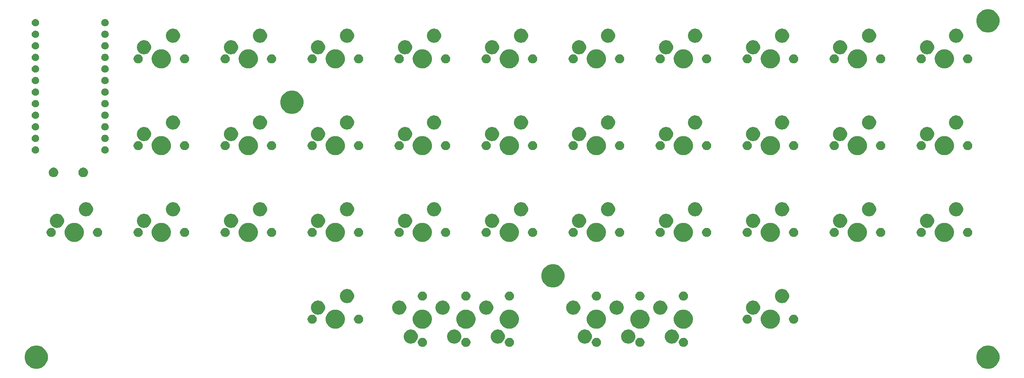
<source format=gbr>
G04 #@! TF.GenerationSoftware,KiCad,Pcbnew,(5.0.0)*
G04 #@! TF.CreationDate,2019-03-21T00:22:59+08:00*
G04 #@! TF.ProjectId,nqg,6E71672E6B696361645F706362000000,rev?*
G04 #@! TF.SameCoordinates,Original*
G04 #@! TF.FileFunction,Soldermask,Top*
G04 #@! TF.FilePolarity,Negative*
%FSLAX46Y46*%
G04 Gerber Fmt 4.6, Leading zero omitted, Abs format (unit mm)*
G04 Created by KiCad (PCBNEW (5.0.0)) date 03/21/19 00:22:59*
%MOMM*%
%LPD*%
G01*
G04 APERTURE LIST*
%ADD10C,0.100000*%
G04 APERTURE END LIST*
D10*
G36*
X353170576Y-196382243D02*
X353170578Y-196382244D01*
X353170579Y-196382244D01*
X353634832Y-196574543D01*
X354050764Y-196852460D01*
X354052651Y-196853721D01*
X354407969Y-197209039D01*
X354407971Y-197209042D01*
X354687147Y-197626858D01*
X354879446Y-198091111D01*
X354977480Y-198583958D01*
X354977480Y-199086462D01*
X354879446Y-199579309D01*
X354687147Y-200043562D01*
X354409230Y-200459494D01*
X354407969Y-200461381D01*
X354052651Y-200816699D01*
X354052648Y-200816701D01*
X353634832Y-201095877D01*
X353170579Y-201288176D01*
X353170578Y-201288176D01*
X353170576Y-201288177D01*
X352677733Y-201386210D01*
X352175227Y-201386210D01*
X351682384Y-201288177D01*
X351682382Y-201288176D01*
X351682381Y-201288176D01*
X351218128Y-201095877D01*
X350800312Y-200816701D01*
X350800309Y-200816699D01*
X350444991Y-200461381D01*
X350443730Y-200459494D01*
X350165813Y-200043562D01*
X349973514Y-199579309D01*
X349875480Y-199086462D01*
X349875480Y-198583958D01*
X349973514Y-198091111D01*
X350165813Y-197626858D01*
X350444989Y-197209042D01*
X350444991Y-197209039D01*
X350800309Y-196853721D01*
X350802196Y-196852460D01*
X351218128Y-196574543D01*
X351682381Y-196382244D01*
X351682382Y-196382244D01*
X351682384Y-196382243D01*
X352175227Y-196284210D01*
X352677733Y-196284210D01*
X353170576Y-196382243D01*
X353170576Y-196382243D01*
G37*
G36*
X144810326Y-196382243D02*
X144810328Y-196382244D01*
X144810329Y-196382244D01*
X145274582Y-196574543D01*
X145690514Y-196852460D01*
X145692401Y-196853721D01*
X146047719Y-197209039D01*
X146047721Y-197209042D01*
X146326897Y-197626858D01*
X146519196Y-198091111D01*
X146617230Y-198583958D01*
X146617230Y-199086462D01*
X146519196Y-199579309D01*
X146326897Y-200043562D01*
X146048980Y-200459494D01*
X146047719Y-200461381D01*
X145692401Y-200816699D01*
X145692398Y-200816701D01*
X145274582Y-201095877D01*
X144810329Y-201288176D01*
X144810328Y-201288176D01*
X144810326Y-201288177D01*
X144317483Y-201386210D01*
X143814977Y-201386210D01*
X143322134Y-201288177D01*
X143322132Y-201288176D01*
X143322131Y-201288176D01*
X142857878Y-201095877D01*
X142440062Y-200816701D01*
X142440059Y-200816699D01*
X142084741Y-200461381D01*
X142083480Y-200459494D01*
X141805563Y-200043562D01*
X141613264Y-199579309D01*
X141515230Y-199086462D01*
X141515230Y-198583958D01*
X141613264Y-198091111D01*
X141805563Y-197626858D01*
X142084739Y-197209042D01*
X142084741Y-197209039D01*
X142440059Y-196853721D01*
X142441946Y-196852460D01*
X142857878Y-196574543D01*
X143322131Y-196382244D01*
X143322132Y-196382244D01*
X143322134Y-196382243D01*
X143814977Y-196284210D01*
X144317483Y-196284210D01*
X144810326Y-196382243D01*
X144810326Y-196382243D01*
G37*
G36*
X247941981Y-194617468D02*
X248124150Y-194692925D01*
X248288103Y-194802475D01*
X248427525Y-194941897D01*
X248537075Y-195105850D01*
X248612532Y-195288019D01*
X248651000Y-195481410D01*
X248651000Y-195678590D01*
X248612532Y-195871981D01*
X248537075Y-196054150D01*
X248427525Y-196218103D01*
X248288103Y-196357525D01*
X248124150Y-196467075D01*
X247941981Y-196542532D01*
X247748590Y-196581000D01*
X247551410Y-196581000D01*
X247358019Y-196542532D01*
X247175850Y-196467075D01*
X247011897Y-196357525D01*
X246872475Y-196218103D01*
X246762925Y-196054150D01*
X246687468Y-195871981D01*
X246649000Y-195678590D01*
X246649000Y-195481410D01*
X246687468Y-195288019D01*
X246762925Y-195105850D01*
X246872475Y-194941897D01*
X247011897Y-194802475D01*
X247175850Y-194692925D01*
X247358019Y-194617468D01*
X247551410Y-194579000D01*
X247748590Y-194579000D01*
X247941981Y-194617468D01*
X247941981Y-194617468D01*
G37*
G36*
X228891981Y-194617468D02*
X229074150Y-194692925D01*
X229238103Y-194802475D01*
X229377525Y-194941897D01*
X229487075Y-195105850D01*
X229562532Y-195288019D01*
X229601000Y-195481410D01*
X229601000Y-195678590D01*
X229562532Y-195871981D01*
X229487075Y-196054150D01*
X229377525Y-196218103D01*
X229238103Y-196357525D01*
X229074150Y-196467075D01*
X228891981Y-196542532D01*
X228698590Y-196581000D01*
X228501410Y-196581000D01*
X228308019Y-196542532D01*
X228125850Y-196467075D01*
X227961897Y-196357525D01*
X227822475Y-196218103D01*
X227712925Y-196054150D01*
X227637468Y-195871981D01*
X227599000Y-195678590D01*
X227599000Y-195481410D01*
X227637468Y-195288019D01*
X227712925Y-195105850D01*
X227822475Y-194941897D01*
X227961897Y-194802475D01*
X228125850Y-194692925D01*
X228308019Y-194617468D01*
X228501410Y-194579000D01*
X228698590Y-194579000D01*
X228891981Y-194617468D01*
X228891981Y-194617468D01*
G37*
G36*
X238416981Y-194617468D02*
X238599150Y-194692925D01*
X238763103Y-194802475D01*
X238902525Y-194941897D01*
X239012075Y-195105850D01*
X239087532Y-195288019D01*
X239126000Y-195481410D01*
X239126000Y-195678590D01*
X239087532Y-195871981D01*
X239012075Y-196054150D01*
X238902525Y-196218103D01*
X238763103Y-196357525D01*
X238599150Y-196467075D01*
X238416981Y-196542532D01*
X238223590Y-196581000D01*
X238026410Y-196581000D01*
X237833019Y-196542532D01*
X237650850Y-196467075D01*
X237486897Y-196357525D01*
X237347475Y-196218103D01*
X237237925Y-196054150D01*
X237162468Y-195871981D01*
X237124000Y-195678590D01*
X237124000Y-195481410D01*
X237162468Y-195288019D01*
X237237925Y-195105850D01*
X237347475Y-194941897D01*
X237486897Y-194802475D01*
X237650850Y-194692925D01*
X237833019Y-194617468D01*
X238026410Y-194579000D01*
X238223590Y-194579000D01*
X238416981Y-194617468D01*
X238416981Y-194617468D01*
G37*
G36*
X266991981Y-194617468D02*
X267174150Y-194692925D01*
X267338103Y-194802475D01*
X267477525Y-194941897D01*
X267587075Y-195105850D01*
X267662532Y-195288019D01*
X267701000Y-195481410D01*
X267701000Y-195678590D01*
X267662532Y-195871981D01*
X267587075Y-196054150D01*
X267477525Y-196218103D01*
X267338103Y-196357525D01*
X267174150Y-196467075D01*
X266991981Y-196542532D01*
X266798590Y-196581000D01*
X266601410Y-196581000D01*
X266408019Y-196542532D01*
X266225850Y-196467075D01*
X266061897Y-196357525D01*
X265922475Y-196218103D01*
X265812925Y-196054150D01*
X265737468Y-195871981D01*
X265699000Y-195678590D01*
X265699000Y-195481410D01*
X265737468Y-195288019D01*
X265812925Y-195105850D01*
X265922475Y-194941897D01*
X266061897Y-194802475D01*
X266225850Y-194692925D01*
X266408019Y-194617468D01*
X266601410Y-194579000D01*
X266798590Y-194579000D01*
X266991981Y-194617468D01*
X266991981Y-194617468D01*
G37*
G36*
X276516981Y-194617468D02*
X276699150Y-194692925D01*
X276863103Y-194802475D01*
X277002525Y-194941897D01*
X277112075Y-195105850D01*
X277187532Y-195288019D01*
X277226000Y-195481410D01*
X277226000Y-195678590D01*
X277187532Y-195871981D01*
X277112075Y-196054150D01*
X277002525Y-196218103D01*
X276863103Y-196357525D01*
X276699150Y-196467075D01*
X276516981Y-196542532D01*
X276323590Y-196581000D01*
X276126410Y-196581000D01*
X275933019Y-196542532D01*
X275750850Y-196467075D01*
X275586897Y-196357525D01*
X275447475Y-196218103D01*
X275337925Y-196054150D01*
X275262468Y-195871981D01*
X275224000Y-195678590D01*
X275224000Y-195481410D01*
X275262468Y-195288019D01*
X275337925Y-195105850D01*
X275447475Y-194941897D01*
X275586897Y-194802475D01*
X275750850Y-194692925D01*
X275933019Y-194617468D01*
X276126410Y-194579000D01*
X276323590Y-194579000D01*
X276516981Y-194617468D01*
X276516981Y-194617468D01*
G37*
G36*
X286041981Y-194617468D02*
X286224150Y-194692925D01*
X286388103Y-194802475D01*
X286527525Y-194941897D01*
X286637075Y-195105850D01*
X286712532Y-195288019D01*
X286751000Y-195481410D01*
X286751000Y-195678590D01*
X286712532Y-195871981D01*
X286637075Y-196054150D01*
X286527525Y-196218103D01*
X286388103Y-196357525D01*
X286224150Y-196467075D01*
X286041981Y-196542532D01*
X285848590Y-196581000D01*
X285651410Y-196581000D01*
X285458019Y-196542532D01*
X285275850Y-196467075D01*
X285111897Y-196357525D01*
X284972475Y-196218103D01*
X284862925Y-196054150D01*
X284787468Y-195871981D01*
X284749000Y-195678590D01*
X284749000Y-195481410D01*
X284787468Y-195288019D01*
X284862925Y-195105850D01*
X284972475Y-194941897D01*
X285111897Y-194802475D01*
X285275850Y-194692925D01*
X285458019Y-194617468D01*
X285651410Y-194579000D01*
X285848590Y-194579000D01*
X286041981Y-194617468D01*
X286041981Y-194617468D01*
G37*
G36*
X226412527Y-192798736D02*
X226512410Y-192818604D01*
X226794674Y-192935521D01*
X227048705Y-193105259D01*
X227264741Y-193321295D01*
X227434479Y-193575326D01*
X227551396Y-193857590D01*
X227551396Y-193857591D01*
X227611000Y-194157238D01*
X227611000Y-194462762D01*
X227580227Y-194617468D01*
X227551396Y-194762410D01*
X227434479Y-195044674D01*
X227264741Y-195298705D01*
X227048705Y-195514741D01*
X226794674Y-195684479D01*
X226512410Y-195801396D01*
X226412527Y-195821264D01*
X226212762Y-195861000D01*
X225907238Y-195861000D01*
X225707473Y-195821264D01*
X225607590Y-195801396D01*
X225325326Y-195684479D01*
X225071295Y-195514741D01*
X224855259Y-195298705D01*
X224685521Y-195044674D01*
X224568604Y-194762410D01*
X224539773Y-194617468D01*
X224509000Y-194462762D01*
X224509000Y-194157238D01*
X224568604Y-193857591D01*
X224568604Y-193857590D01*
X224685521Y-193575326D01*
X224855259Y-193321295D01*
X225071295Y-193105259D01*
X225325326Y-192935521D01*
X225607590Y-192818604D01*
X225707473Y-192798736D01*
X225907238Y-192759000D01*
X226212762Y-192759000D01*
X226412527Y-192798736D01*
X226412527Y-192798736D01*
G37*
G36*
X274037527Y-192798736D02*
X274137410Y-192818604D01*
X274419674Y-192935521D01*
X274673705Y-193105259D01*
X274889741Y-193321295D01*
X275059479Y-193575326D01*
X275176396Y-193857590D01*
X275176396Y-193857591D01*
X275236000Y-194157238D01*
X275236000Y-194462762D01*
X275205227Y-194617468D01*
X275176396Y-194762410D01*
X275059479Y-195044674D01*
X274889741Y-195298705D01*
X274673705Y-195514741D01*
X274419674Y-195684479D01*
X274137410Y-195801396D01*
X274037527Y-195821264D01*
X273837762Y-195861000D01*
X273532238Y-195861000D01*
X273332473Y-195821264D01*
X273232590Y-195801396D01*
X272950326Y-195684479D01*
X272696295Y-195514741D01*
X272480259Y-195298705D01*
X272310521Y-195044674D01*
X272193604Y-194762410D01*
X272164773Y-194617468D01*
X272134000Y-194462762D01*
X272134000Y-194157238D01*
X272193604Y-193857591D01*
X272193604Y-193857590D01*
X272310521Y-193575326D01*
X272480259Y-193321295D01*
X272696295Y-193105259D01*
X272950326Y-192935521D01*
X273232590Y-192818604D01*
X273332473Y-192798736D01*
X273532238Y-192759000D01*
X273837762Y-192759000D01*
X274037527Y-192798736D01*
X274037527Y-192798736D01*
G37*
G36*
X283562527Y-192798736D02*
X283662410Y-192818604D01*
X283944674Y-192935521D01*
X284198705Y-193105259D01*
X284414741Y-193321295D01*
X284584479Y-193575326D01*
X284701396Y-193857590D01*
X284701396Y-193857591D01*
X284761000Y-194157238D01*
X284761000Y-194462762D01*
X284730227Y-194617468D01*
X284701396Y-194762410D01*
X284584479Y-195044674D01*
X284414741Y-195298705D01*
X284198705Y-195514741D01*
X283944674Y-195684479D01*
X283662410Y-195801396D01*
X283562527Y-195821264D01*
X283362762Y-195861000D01*
X283057238Y-195861000D01*
X282857473Y-195821264D01*
X282757590Y-195801396D01*
X282475326Y-195684479D01*
X282221295Y-195514741D01*
X282005259Y-195298705D01*
X281835521Y-195044674D01*
X281718604Y-194762410D01*
X281689773Y-194617468D01*
X281659000Y-194462762D01*
X281659000Y-194157238D01*
X281718604Y-193857591D01*
X281718604Y-193857590D01*
X281835521Y-193575326D01*
X282005259Y-193321295D01*
X282221295Y-193105259D01*
X282475326Y-192935521D01*
X282757590Y-192818604D01*
X282857473Y-192798736D01*
X283057238Y-192759000D01*
X283362762Y-192759000D01*
X283562527Y-192798736D01*
X283562527Y-192798736D01*
G37*
G36*
X245462527Y-192798736D02*
X245562410Y-192818604D01*
X245844674Y-192935521D01*
X246098705Y-193105259D01*
X246314741Y-193321295D01*
X246484479Y-193575326D01*
X246601396Y-193857590D01*
X246601396Y-193857591D01*
X246661000Y-194157238D01*
X246661000Y-194462762D01*
X246630227Y-194617468D01*
X246601396Y-194762410D01*
X246484479Y-195044674D01*
X246314741Y-195298705D01*
X246098705Y-195514741D01*
X245844674Y-195684479D01*
X245562410Y-195801396D01*
X245462527Y-195821264D01*
X245262762Y-195861000D01*
X244957238Y-195861000D01*
X244757473Y-195821264D01*
X244657590Y-195801396D01*
X244375326Y-195684479D01*
X244121295Y-195514741D01*
X243905259Y-195298705D01*
X243735521Y-195044674D01*
X243618604Y-194762410D01*
X243589773Y-194617468D01*
X243559000Y-194462762D01*
X243559000Y-194157238D01*
X243618604Y-193857591D01*
X243618604Y-193857590D01*
X243735521Y-193575326D01*
X243905259Y-193321295D01*
X244121295Y-193105259D01*
X244375326Y-192935521D01*
X244657590Y-192818604D01*
X244757473Y-192798736D01*
X244957238Y-192759000D01*
X245262762Y-192759000D01*
X245462527Y-192798736D01*
X245462527Y-192798736D01*
G37*
G36*
X235937527Y-192798736D02*
X236037410Y-192818604D01*
X236319674Y-192935521D01*
X236573705Y-193105259D01*
X236789741Y-193321295D01*
X236959479Y-193575326D01*
X237076396Y-193857590D01*
X237076396Y-193857591D01*
X237136000Y-194157238D01*
X237136000Y-194462762D01*
X237105227Y-194617468D01*
X237076396Y-194762410D01*
X236959479Y-195044674D01*
X236789741Y-195298705D01*
X236573705Y-195514741D01*
X236319674Y-195684479D01*
X236037410Y-195801396D01*
X235937527Y-195821264D01*
X235737762Y-195861000D01*
X235432238Y-195861000D01*
X235232473Y-195821264D01*
X235132590Y-195801396D01*
X234850326Y-195684479D01*
X234596295Y-195514741D01*
X234380259Y-195298705D01*
X234210521Y-195044674D01*
X234093604Y-194762410D01*
X234064773Y-194617468D01*
X234034000Y-194462762D01*
X234034000Y-194157238D01*
X234093604Y-193857591D01*
X234093604Y-193857590D01*
X234210521Y-193575326D01*
X234380259Y-193321295D01*
X234596295Y-193105259D01*
X234850326Y-192935521D01*
X235132590Y-192818604D01*
X235232473Y-192798736D01*
X235432238Y-192759000D01*
X235737762Y-192759000D01*
X235937527Y-192798736D01*
X235937527Y-192798736D01*
G37*
G36*
X264512527Y-192798736D02*
X264612410Y-192818604D01*
X264894674Y-192935521D01*
X265148705Y-193105259D01*
X265364741Y-193321295D01*
X265534479Y-193575326D01*
X265651396Y-193857590D01*
X265651396Y-193857591D01*
X265711000Y-194157238D01*
X265711000Y-194462762D01*
X265680227Y-194617468D01*
X265651396Y-194762410D01*
X265534479Y-195044674D01*
X265364741Y-195298705D01*
X265148705Y-195514741D01*
X264894674Y-195684479D01*
X264612410Y-195801396D01*
X264512527Y-195821264D01*
X264312762Y-195861000D01*
X264007238Y-195861000D01*
X263807473Y-195821264D01*
X263707590Y-195801396D01*
X263425326Y-195684479D01*
X263171295Y-195514741D01*
X262955259Y-195298705D01*
X262785521Y-195044674D01*
X262668604Y-194762410D01*
X262639773Y-194617468D01*
X262609000Y-194462762D01*
X262609000Y-194157238D01*
X262668604Y-193857591D01*
X262668604Y-193857590D01*
X262785521Y-193575326D01*
X262955259Y-193321295D01*
X263171295Y-193105259D01*
X263425326Y-192935521D01*
X263707590Y-192818604D01*
X263807473Y-192798736D01*
X264007238Y-192759000D01*
X264312762Y-192759000D01*
X264512527Y-192798736D01*
X264512527Y-192798736D01*
G37*
G36*
X210027536Y-188452827D02*
X210162839Y-188479740D01*
X210321216Y-188545342D01*
X210545196Y-188638117D01*
X210889313Y-188868049D01*
X211181951Y-189160687D01*
X211411883Y-189504804D01*
X211456668Y-189612925D01*
X211559797Y-189861900D01*
X211570260Y-189887162D01*
X211651000Y-190293068D01*
X211651000Y-190706932D01*
X211597847Y-190974150D01*
X211570260Y-191112839D01*
X211559795Y-191138103D01*
X211411883Y-191495196D01*
X211181951Y-191839313D01*
X210889313Y-192131951D01*
X210545196Y-192361883D01*
X210321216Y-192454658D01*
X210162839Y-192520260D01*
X210027536Y-192547173D01*
X209756932Y-192601000D01*
X209343068Y-192601000D01*
X209072464Y-192547173D01*
X208937161Y-192520260D01*
X208778784Y-192454658D01*
X208554804Y-192361883D01*
X208210687Y-192131951D01*
X207918049Y-191839313D01*
X207688117Y-191495196D01*
X207540205Y-191138103D01*
X207529740Y-191112839D01*
X207502153Y-190974150D01*
X207449000Y-190706932D01*
X207449000Y-190293068D01*
X207529740Y-189887162D01*
X207540204Y-189861900D01*
X207643332Y-189612925D01*
X207688117Y-189504804D01*
X207918049Y-189160687D01*
X208210687Y-188868049D01*
X208554804Y-188638117D01*
X208778784Y-188545342D01*
X208937161Y-188479740D01*
X209072464Y-188452827D01*
X209343068Y-188399000D01*
X209756932Y-188399000D01*
X210027536Y-188452827D01*
X210027536Y-188452827D01*
G37*
G36*
X276702536Y-188452827D02*
X276837839Y-188479740D01*
X276996216Y-188545342D01*
X277220196Y-188638117D01*
X277564313Y-188868049D01*
X277856951Y-189160687D01*
X278086883Y-189504804D01*
X278131668Y-189612925D01*
X278234797Y-189861900D01*
X278245260Y-189887162D01*
X278326000Y-190293068D01*
X278326000Y-190706932D01*
X278272847Y-190974150D01*
X278245260Y-191112839D01*
X278234795Y-191138103D01*
X278086883Y-191495196D01*
X277856951Y-191839313D01*
X277564313Y-192131951D01*
X277220196Y-192361883D01*
X276996216Y-192454658D01*
X276837839Y-192520260D01*
X276702536Y-192547173D01*
X276431932Y-192601000D01*
X276018068Y-192601000D01*
X275747464Y-192547173D01*
X275612161Y-192520260D01*
X275453784Y-192454658D01*
X275229804Y-192361883D01*
X274885687Y-192131951D01*
X274593049Y-191839313D01*
X274363117Y-191495196D01*
X274215205Y-191138103D01*
X274204740Y-191112839D01*
X274177153Y-190974150D01*
X274124000Y-190706932D01*
X274124000Y-190293068D01*
X274204740Y-189887162D01*
X274215204Y-189861900D01*
X274318332Y-189612925D01*
X274363117Y-189504804D01*
X274593049Y-189160687D01*
X274885687Y-188868049D01*
X275229804Y-188638117D01*
X275453784Y-188545342D01*
X275612161Y-188479740D01*
X275747464Y-188452827D01*
X276018068Y-188399000D01*
X276431932Y-188399000D01*
X276702536Y-188452827D01*
X276702536Y-188452827D01*
G37*
G36*
X286227536Y-188452827D02*
X286362839Y-188479740D01*
X286521216Y-188545342D01*
X286745196Y-188638117D01*
X287089313Y-188868049D01*
X287381951Y-189160687D01*
X287611883Y-189504804D01*
X287656668Y-189612925D01*
X287759797Y-189861900D01*
X287770260Y-189887162D01*
X287851000Y-190293068D01*
X287851000Y-190706932D01*
X287797847Y-190974150D01*
X287770260Y-191112839D01*
X287759795Y-191138103D01*
X287611883Y-191495196D01*
X287381951Y-191839313D01*
X287089313Y-192131951D01*
X286745196Y-192361883D01*
X286521216Y-192454658D01*
X286362839Y-192520260D01*
X286227536Y-192547173D01*
X285956932Y-192601000D01*
X285543068Y-192601000D01*
X285272464Y-192547173D01*
X285137161Y-192520260D01*
X284978784Y-192454658D01*
X284754804Y-192361883D01*
X284410687Y-192131951D01*
X284118049Y-191839313D01*
X283888117Y-191495196D01*
X283740205Y-191138103D01*
X283729740Y-191112839D01*
X283702153Y-190974150D01*
X283649000Y-190706932D01*
X283649000Y-190293068D01*
X283729740Y-189887162D01*
X283740204Y-189861900D01*
X283843332Y-189612925D01*
X283888117Y-189504804D01*
X284118049Y-189160687D01*
X284410687Y-188868049D01*
X284754804Y-188638117D01*
X284978784Y-188545342D01*
X285137161Y-188479740D01*
X285272464Y-188452827D01*
X285543068Y-188399000D01*
X285956932Y-188399000D01*
X286227536Y-188452827D01*
X286227536Y-188452827D01*
G37*
G36*
X248127536Y-188452827D02*
X248262839Y-188479740D01*
X248421216Y-188545342D01*
X248645196Y-188638117D01*
X248989313Y-188868049D01*
X249281951Y-189160687D01*
X249511883Y-189504804D01*
X249556668Y-189612925D01*
X249659797Y-189861900D01*
X249670260Y-189887162D01*
X249751000Y-190293068D01*
X249751000Y-190706932D01*
X249697847Y-190974150D01*
X249670260Y-191112839D01*
X249659795Y-191138103D01*
X249511883Y-191495196D01*
X249281951Y-191839313D01*
X248989313Y-192131951D01*
X248645196Y-192361883D01*
X248421216Y-192454658D01*
X248262839Y-192520260D01*
X248127536Y-192547173D01*
X247856932Y-192601000D01*
X247443068Y-192601000D01*
X247172464Y-192547173D01*
X247037161Y-192520260D01*
X246878784Y-192454658D01*
X246654804Y-192361883D01*
X246310687Y-192131951D01*
X246018049Y-191839313D01*
X245788117Y-191495196D01*
X245640205Y-191138103D01*
X245629740Y-191112839D01*
X245602153Y-190974150D01*
X245549000Y-190706932D01*
X245549000Y-190293068D01*
X245629740Y-189887162D01*
X245640204Y-189861900D01*
X245743332Y-189612925D01*
X245788117Y-189504804D01*
X246018049Y-189160687D01*
X246310687Y-188868049D01*
X246654804Y-188638117D01*
X246878784Y-188545342D01*
X247037161Y-188479740D01*
X247172464Y-188452827D01*
X247443068Y-188399000D01*
X247856932Y-188399000D01*
X248127536Y-188452827D01*
X248127536Y-188452827D01*
G37*
G36*
X238602536Y-188452827D02*
X238737839Y-188479740D01*
X238896216Y-188545342D01*
X239120196Y-188638117D01*
X239464313Y-188868049D01*
X239756951Y-189160687D01*
X239986883Y-189504804D01*
X240031668Y-189612925D01*
X240134797Y-189861900D01*
X240145260Y-189887162D01*
X240226000Y-190293068D01*
X240226000Y-190706932D01*
X240172847Y-190974150D01*
X240145260Y-191112839D01*
X240134795Y-191138103D01*
X239986883Y-191495196D01*
X239756951Y-191839313D01*
X239464313Y-192131951D01*
X239120196Y-192361883D01*
X238896216Y-192454658D01*
X238737839Y-192520260D01*
X238602536Y-192547173D01*
X238331932Y-192601000D01*
X237918068Y-192601000D01*
X237647464Y-192547173D01*
X237512161Y-192520260D01*
X237353784Y-192454658D01*
X237129804Y-192361883D01*
X236785687Y-192131951D01*
X236493049Y-191839313D01*
X236263117Y-191495196D01*
X236115205Y-191138103D01*
X236104740Y-191112839D01*
X236077153Y-190974150D01*
X236024000Y-190706932D01*
X236024000Y-190293068D01*
X236104740Y-189887162D01*
X236115204Y-189861900D01*
X236218332Y-189612925D01*
X236263117Y-189504804D01*
X236493049Y-189160687D01*
X236785687Y-188868049D01*
X237129804Y-188638117D01*
X237353784Y-188545342D01*
X237512161Y-188479740D01*
X237647464Y-188452827D01*
X237918068Y-188399000D01*
X238331932Y-188399000D01*
X238602536Y-188452827D01*
X238602536Y-188452827D01*
G37*
G36*
X305277536Y-188452827D02*
X305412839Y-188479740D01*
X305571216Y-188545342D01*
X305795196Y-188638117D01*
X306139313Y-188868049D01*
X306431951Y-189160687D01*
X306661883Y-189504804D01*
X306706668Y-189612925D01*
X306809797Y-189861900D01*
X306820260Y-189887162D01*
X306901000Y-190293068D01*
X306901000Y-190706932D01*
X306847847Y-190974150D01*
X306820260Y-191112839D01*
X306809795Y-191138103D01*
X306661883Y-191495196D01*
X306431951Y-191839313D01*
X306139313Y-192131951D01*
X305795196Y-192361883D01*
X305571216Y-192454658D01*
X305412839Y-192520260D01*
X305277536Y-192547173D01*
X305006932Y-192601000D01*
X304593068Y-192601000D01*
X304322464Y-192547173D01*
X304187161Y-192520260D01*
X304028784Y-192454658D01*
X303804804Y-192361883D01*
X303460687Y-192131951D01*
X303168049Y-191839313D01*
X302938117Y-191495196D01*
X302790205Y-191138103D01*
X302779740Y-191112839D01*
X302752153Y-190974150D01*
X302699000Y-190706932D01*
X302699000Y-190293068D01*
X302779740Y-189887162D01*
X302790204Y-189861900D01*
X302893332Y-189612925D01*
X302938117Y-189504804D01*
X303168049Y-189160687D01*
X303460687Y-188868049D01*
X303804804Y-188638117D01*
X304028784Y-188545342D01*
X304187161Y-188479740D01*
X304322464Y-188452827D01*
X304593068Y-188399000D01*
X305006932Y-188399000D01*
X305277536Y-188452827D01*
X305277536Y-188452827D01*
G37*
G36*
X229077536Y-188452827D02*
X229212839Y-188479740D01*
X229371216Y-188545342D01*
X229595196Y-188638117D01*
X229939313Y-188868049D01*
X230231951Y-189160687D01*
X230461883Y-189504804D01*
X230506668Y-189612925D01*
X230609797Y-189861900D01*
X230620260Y-189887162D01*
X230701000Y-190293068D01*
X230701000Y-190706932D01*
X230647847Y-190974150D01*
X230620260Y-191112839D01*
X230609795Y-191138103D01*
X230461883Y-191495196D01*
X230231951Y-191839313D01*
X229939313Y-192131951D01*
X229595196Y-192361883D01*
X229371216Y-192454658D01*
X229212839Y-192520260D01*
X229077536Y-192547173D01*
X228806932Y-192601000D01*
X228393068Y-192601000D01*
X228122464Y-192547173D01*
X227987161Y-192520260D01*
X227828784Y-192454658D01*
X227604804Y-192361883D01*
X227260687Y-192131951D01*
X226968049Y-191839313D01*
X226738117Y-191495196D01*
X226590205Y-191138103D01*
X226579740Y-191112839D01*
X226552153Y-190974150D01*
X226499000Y-190706932D01*
X226499000Y-190293068D01*
X226579740Y-189887162D01*
X226590204Y-189861900D01*
X226693332Y-189612925D01*
X226738117Y-189504804D01*
X226968049Y-189160687D01*
X227260687Y-188868049D01*
X227604804Y-188638117D01*
X227828784Y-188545342D01*
X227987161Y-188479740D01*
X228122464Y-188452827D01*
X228393068Y-188399000D01*
X228806932Y-188399000D01*
X229077536Y-188452827D01*
X229077536Y-188452827D01*
G37*
G36*
X267177536Y-188452827D02*
X267312839Y-188479740D01*
X267471216Y-188545342D01*
X267695196Y-188638117D01*
X268039313Y-188868049D01*
X268331951Y-189160687D01*
X268561883Y-189504804D01*
X268606668Y-189612925D01*
X268709797Y-189861900D01*
X268720260Y-189887162D01*
X268801000Y-190293068D01*
X268801000Y-190706932D01*
X268747847Y-190974150D01*
X268720260Y-191112839D01*
X268709795Y-191138103D01*
X268561883Y-191495196D01*
X268331951Y-191839313D01*
X268039313Y-192131951D01*
X267695196Y-192361883D01*
X267471216Y-192454658D01*
X267312839Y-192520260D01*
X267177536Y-192547173D01*
X266906932Y-192601000D01*
X266493068Y-192601000D01*
X266222464Y-192547173D01*
X266087161Y-192520260D01*
X265928784Y-192454658D01*
X265704804Y-192361883D01*
X265360687Y-192131951D01*
X265068049Y-191839313D01*
X264838117Y-191495196D01*
X264690205Y-191138103D01*
X264679740Y-191112839D01*
X264652153Y-190974150D01*
X264599000Y-190706932D01*
X264599000Y-190293068D01*
X264679740Y-189887162D01*
X264690204Y-189861900D01*
X264793332Y-189612925D01*
X264838117Y-189504804D01*
X265068049Y-189160687D01*
X265360687Y-188868049D01*
X265704804Y-188638117D01*
X265928784Y-188545342D01*
X266087161Y-188479740D01*
X266222464Y-188452827D01*
X266493068Y-188399000D01*
X266906932Y-188399000D01*
X267177536Y-188452827D01*
X267177536Y-188452827D01*
G37*
G36*
X204761981Y-189537468D02*
X204944150Y-189612925D01*
X205108103Y-189722475D01*
X205247525Y-189861897D01*
X205357075Y-190025850D01*
X205432532Y-190208019D01*
X205471000Y-190401410D01*
X205471000Y-190598590D01*
X205432532Y-190791981D01*
X205357075Y-190974150D01*
X205247525Y-191138103D01*
X205108103Y-191277525D01*
X204944150Y-191387075D01*
X204761981Y-191462532D01*
X204568590Y-191501000D01*
X204371410Y-191501000D01*
X204178019Y-191462532D01*
X203995850Y-191387075D01*
X203831897Y-191277525D01*
X203692475Y-191138103D01*
X203582925Y-190974150D01*
X203507468Y-190791981D01*
X203469000Y-190598590D01*
X203469000Y-190401410D01*
X203507468Y-190208019D01*
X203582925Y-190025850D01*
X203692475Y-189861897D01*
X203831897Y-189722475D01*
X203995850Y-189612925D01*
X204178019Y-189537468D01*
X204371410Y-189499000D01*
X204568590Y-189499000D01*
X204761981Y-189537468D01*
X204761981Y-189537468D01*
G37*
G36*
X310171981Y-189537468D02*
X310354150Y-189612925D01*
X310518103Y-189722475D01*
X310657525Y-189861897D01*
X310767075Y-190025850D01*
X310842532Y-190208019D01*
X310881000Y-190401410D01*
X310881000Y-190598590D01*
X310842532Y-190791981D01*
X310767075Y-190974150D01*
X310657525Y-191138103D01*
X310518103Y-191277525D01*
X310354150Y-191387075D01*
X310171981Y-191462532D01*
X309978590Y-191501000D01*
X309781410Y-191501000D01*
X309588019Y-191462532D01*
X309405850Y-191387075D01*
X309241897Y-191277525D01*
X309102475Y-191138103D01*
X308992925Y-190974150D01*
X308917468Y-190791981D01*
X308879000Y-190598590D01*
X308879000Y-190401410D01*
X308917468Y-190208019D01*
X308992925Y-190025850D01*
X309102475Y-189861897D01*
X309241897Y-189722475D01*
X309405850Y-189612925D01*
X309588019Y-189537468D01*
X309781410Y-189499000D01*
X309978590Y-189499000D01*
X310171981Y-189537468D01*
X310171981Y-189537468D01*
G37*
G36*
X300011981Y-189537468D02*
X300194150Y-189612925D01*
X300358103Y-189722475D01*
X300497525Y-189861897D01*
X300607075Y-190025850D01*
X300682532Y-190208019D01*
X300721000Y-190401410D01*
X300721000Y-190598590D01*
X300682532Y-190791981D01*
X300607075Y-190974150D01*
X300497525Y-191138103D01*
X300358103Y-191277525D01*
X300194150Y-191387075D01*
X300011981Y-191462532D01*
X299818590Y-191501000D01*
X299621410Y-191501000D01*
X299428019Y-191462532D01*
X299245850Y-191387075D01*
X299081897Y-191277525D01*
X298942475Y-191138103D01*
X298832925Y-190974150D01*
X298757468Y-190791981D01*
X298719000Y-190598590D01*
X298719000Y-190401410D01*
X298757468Y-190208019D01*
X298832925Y-190025850D01*
X298942475Y-189861897D01*
X299081897Y-189722475D01*
X299245850Y-189612925D01*
X299428019Y-189537468D01*
X299621410Y-189499000D01*
X299818590Y-189499000D01*
X300011981Y-189537468D01*
X300011981Y-189537468D01*
G37*
G36*
X214921981Y-189537468D02*
X215104150Y-189612925D01*
X215268103Y-189722475D01*
X215407525Y-189861897D01*
X215517075Y-190025850D01*
X215592532Y-190208019D01*
X215631000Y-190401410D01*
X215631000Y-190598590D01*
X215592532Y-190791981D01*
X215517075Y-190974150D01*
X215407525Y-191138103D01*
X215268103Y-191277525D01*
X215104150Y-191387075D01*
X214921981Y-191462532D01*
X214728590Y-191501000D01*
X214531410Y-191501000D01*
X214338019Y-191462532D01*
X214155850Y-191387075D01*
X213991897Y-191277525D01*
X213852475Y-191138103D01*
X213742925Y-190974150D01*
X213667468Y-190791981D01*
X213629000Y-190598590D01*
X213629000Y-190401410D01*
X213667468Y-190208019D01*
X213742925Y-190025850D01*
X213852475Y-189861897D01*
X213991897Y-189722475D01*
X214155850Y-189612925D01*
X214338019Y-189537468D01*
X214531410Y-189499000D01*
X214728590Y-189499000D01*
X214921981Y-189537468D01*
X214921981Y-189537468D01*
G37*
G36*
X271497527Y-186448736D02*
X271597410Y-186468604D01*
X271879674Y-186585521D01*
X272133705Y-186755259D01*
X272349741Y-186971295D01*
X272519479Y-187225326D01*
X272636396Y-187507590D01*
X272696000Y-187807240D01*
X272696000Y-188112760D01*
X272636396Y-188412410D01*
X272519479Y-188694674D01*
X272349741Y-188948705D01*
X272133705Y-189164741D01*
X271879674Y-189334479D01*
X271597410Y-189451396D01*
X271497527Y-189471264D01*
X271297762Y-189511000D01*
X270992238Y-189511000D01*
X270792473Y-189471264D01*
X270692590Y-189451396D01*
X270410326Y-189334479D01*
X270156295Y-189164741D01*
X269940259Y-188948705D01*
X269770521Y-188694674D01*
X269653604Y-188412410D01*
X269594000Y-188112760D01*
X269594000Y-187807240D01*
X269653604Y-187507590D01*
X269770521Y-187225326D01*
X269940259Y-186971295D01*
X270156295Y-186755259D01*
X270410326Y-186585521D01*
X270692590Y-186468604D01*
X270792473Y-186448736D01*
X270992238Y-186409000D01*
X271297762Y-186409000D01*
X271497527Y-186448736D01*
X271497527Y-186448736D01*
G37*
G36*
X301342527Y-186448736D02*
X301442410Y-186468604D01*
X301724674Y-186585521D01*
X301978705Y-186755259D01*
X302194741Y-186971295D01*
X302364479Y-187225326D01*
X302481396Y-187507590D01*
X302541000Y-187807240D01*
X302541000Y-188112760D01*
X302481396Y-188412410D01*
X302364479Y-188694674D01*
X302194741Y-188948705D01*
X301978705Y-189164741D01*
X301724674Y-189334479D01*
X301442410Y-189451396D01*
X301342527Y-189471264D01*
X301142762Y-189511000D01*
X300837238Y-189511000D01*
X300637473Y-189471264D01*
X300537590Y-189451396D01*
X300255326Y-189334479D01*
X300001295Y-189164741D01*
X299785259Y-188948705D01*
X299615521Y-188694674D01*
X299498604Y-188412410D01*
X299439000Y-188112760D01*
X299439000Y-187807240D01*
X299498604Y-187507590D01*
X299615521Y-187225326D01*
X299785259Y-186971295D01*
X300001295Y-186755259D01*
X300255326Y-186585521D01*
X300537590Y-186468604D01*
X300637473Y-186448736D01*
X300837238Y-186409000D01*
X301142762Y-186409000D01*
X301342527Y-186448736D01*
X301342527Y-186448736D01*
G37*
G36*
X281022527Y-186448736D02*
X281122410Y-186468604D01*
X281404674Y-186585521D01*
X281658705Y-186755259D01*
X281874741Y-186971295D01*
X282044479Y-187225326D01*
X282161396Y-187507590D01*
X282221000Y-187807240D01*
X282221000Y-188112760D01*
X282161396Y-188412410D01*
X282044479Y-188694674D01*
X281874741Y-188948705D01*
X281658705Y-189164741D01*
X281404674Y-189334479D01*
X281122410Y-189451396D01*
X281022527Y-189471264D01*
X280822762Y-189511000D01*
X280517238Y-189511000D01*
X280317473Y-189471264D01*
X280217590Y-189451396D01*
X279935326Y-189334479D01*
X279681295Y-189164741D01*
X279465259Y-188948705D01*
X279295521Y-188694674D01*
X279178604Y-188412410D01*
X279119000Y-188112760D01*
X279119000Y-187807240D01*
X279178604Y-187507590D01*
X279295521Y-187225326D01*
X279465259Y-186971295D01*
X279681295Y-186755259D01*
X279935326Y-186585521D01*
X280217590Y-186468604D01*
X280317473Y-186448736D01*
X280517238Y-186409000D01*
X280822762Y-186409000D01*
X281022527Y-186448736D01*
X281022527Y-186448736D01*
G37*
G36*
X233397527Y-186448736D02*
X233497410Y-186468604D01*
X233779674Y-186585521D01*
X234033705Y-186755259D01*
X234249741Y-186971295D01*
X234419479Y-187225326D01*
X234536396Y-187507590D01*
X234596000Y-187807240D01*
X234596000Y-188112760D01*
X234536396Y-188412410D01*
X234419479Y-188694674D01*
X234249741Y-188948705D01*
X234033705Y-189164741D01*
X233779674Y-189334479D01*
X233497410Y-189451396D01*
X233397527Y-189471264D01*
X233197762Y-189511000D01*
X232892238Y-189511000D01*
X232692473Y-189471264D01*
X232592590Y-189451396D01*
X232310326Y-189334479D01*
X232056295Y-189164741D01*
X231840259Y-188948705D01*
X231670521Y-188694674D01*
X231553604Y-188412410D01*
X231494000Y-188112760D01*
X231494000Y-187807240D01*
X231553604Y-187507590D01*
X231670521Y-187225326D01*
X231840259Y-186971295D01*
X232056295Y-186755259D01*
X232310326Y-186585521D01*
X232592590Y-186468604D01*
X232692473Y-186448736D01*
X232892238Y-186409000D01*
X233197762Y-186409000D01*
X233397527Y-186448736D01*
X233397527Y-186448736D01*
G37*
G36*
X242922527Y-186448736D02*
X243022410Y-186468604D01*
X243304674Y-186585521D01*
X243558705Y-186755259D01*
X243774741Y-186971295D01*
X243944479Y-187225326D01*
X244061396Y-187507590D01*
X244121000Y-187807240D01*
X244121000Y-188112760D01*
X244061396Y-188412410D01*
X243944479Y-188694674D01*
X243774741Y-188948705D01*
X243558705Y-189164741D01*
X243304674Y-189334479D01*
X243022410Y-189451396D01*
X242922527Y-189471264D01*
X242722762Y-189511000D01*
X242417238Y-189511000D01*
X242217473Y-189471264D01*
X242117590Y-189451396D01*
X241835326Y-189334479D01*
X241581295Y-189164741D01*
X241365259Y-188948705D01*
X241195521Y-188694674D01*
X241078604Y-188412410D01*
X241019000Y-188112760D01*
X241019000Y-187807240D01*
X241078604Y-187507590D01*
X241195521Y-187225326D01*
X241365259Y-186971295D01*
X241581295Y-186755259D01*
X241835326Y-186585521D01*
X242117590Y-186468604D01*
X242217473Y-186448736D01*
X242417238Y-186409000D01*
X242722762Y-186409000D01*
X242922527Y-186448736D01*
X242922527Y-186448736D01*
G37*
G36*
X223872527Y-186448736D02*
X223972410Y-186468604D01*
X224254674Y-186585521D01*
X224508705Y-186755259D01*
X224724741Y-186971295D01*
X224894479Y-187225326D01*
X225011396Y-187507590D01*
X225071000Y-187807240D01*
X225071000Y-188112760D01*
X225011396Y-188412410D01*
X224894479Y-188694674D01*
X224724741Y-188948705D01*
X224508705Y-189164741D01*
X224254674Y-189334479D01*
X223972410Y-189451396D01*
X223872527Y-189471264D01*
X223672762Y-189511000D01*
X223367238Y-189511000D01*
X223167473Y-189471264D01*
X223067590Y-189451396D01*
X222785326Y-189334479D01*
X222531295Y-189164741D01*
X222315259Y-188948705D01*
X222145521Y-188694674D01*
X222028604Y-188412410D01*
X221969000Y-188112760D01*
X221969000Y-187807240D01*
X222028604Y-187507590D01*
X222145521Y-187225326D01*
X222315259Y-186971295D01*
X222531295Y-186755259D01*
X222785326Y-186585521D01*
X223067590Y-186468604D01*
X223167473Y-186448736D01*
X223367238Y-186409000D01*
X223672762Y-186409000D01*
X223872527Y-186448736D01*
X223872527Y-186448736D01*
G37*
G36*
X206092527Y-186448736D02*
X206192410Y-186468604D01*
X206474674Y-186585521D01*
X206728705Y-186755259D01*
X206944741Y-186971295D01*
X207114479Y-187225326D01*
X207231396Y-187507590D01*
X207291000Y-187807240D01*
X207291000Y-188112760D01*
X207231396Y-188412410D01*
X207114479Y-188694674D01*
X206944741Y-188948705D01*
X206728705Y-189164741D01*
X206474674Y-189334479D01*
X206192410Y-189451396D01*
X206092527Y-189471264D01*
X205892762Y-189511000D01*
X205587238Y-189511000D01*
X205387473Y-189471264D01*
X205287590Y-189451396D01*
X205005326Y-189334479D01*
X204751295Y-189164741D01*
X204535259Y-188948705D01*
X204365521Y-188694674D01*
X204248604Y-188412410D01*
X204189000Y-188112760D01*
X204189000Y-187807240D01*
X204248604Y-187507590D01*
X204365521Y-187225326D01*
X204535259Y-186971295D01*
X204751295Y-186755259D01*
X205005326Y-186585521D01*
X205287590Y-186468604D01*
X205387473Y-186448736D01*
X205587238Y-186409000D01*
X205892762Y-186409000D01*
X206092527Y-186448736D01*
X206092527Y-186448736D01*
G37*
G36*
X261972527Y-186448736D02*
X262072410Y-186468604D01*
X262354674Y-186585521D01*
X262608705Y-186755259D01*
X262824741Y-186971295D01*
X262994479Y-187225326D01*
X263111396Y-187507590D01*
X263171000Y-187807240D01*
X263171000Y-188112760D01*
X263111396Y-188412410D01*
X262994479Y-188694674D01*
X262824741Y-188948705D01*
X262608705Y-189164741D01*
X262354674Y-189334479D01*
X262072410Y-189451396D01*
X261972527Y-189471264D01*
X261772762Y-189511000D01*
X261467238Y-189511000D01*
X261267473Y-189471264D01*
X261167590Y-189451396D01*
X260885326Y-189334479D01*
X260631295Y-189164741D01*
X260415259Y-188948705D01*
X260245521Y-188694674D01*
X260128604Y-188412410D01*
X260069000Y-188112760D01*
X260069000Y-187807240D01*
X260128604Y-187507590D01*
X260245521Y-187225326D01*
X260415259Y-186971295D01*
X260631295Y-186755259D01*
X260885326Y-186585521D01*
X261167590Y-186468604D01*
X261267473Y-186448736D01*
X261467238Y-186409000D01*
X261772762Y-186409000D01*
X261972527Y-186448736D01*
X261972527Y-186448736D01*
G37*
G36*
X212442527Y-183908736D02*
X212542410Y-183928604D01*
X212824674Y-184045521D01*
X213078705Y-184215259D01*
X213294741Y-184431295D01*
X213464479Y-184685326D01*
X213581396Y-184967590D01*
X213641000Y-185267240D01*
X213641000Y-185572760D01*
X213581396Y-185872410D01*
X213464479Y-186154674D01*
X213294741Y-186408705D01*
X213078705Y-186624741D01*
X212824674Y-186794479D01*
X212542410Y-186911396D01*
X212442527Y-186931264D01*
X212242762Y-186971000D01*
X211937238Y-186971000D01*
X211737473Y-186931264D01*
X211637590Y-186911396D01*
X211355326Y-186794479D01*
X211101295Y-186624741D01*
X210885259Y-186408705D01*
X210715521Y-186154674D01*
X210598604Y-185872410D01*
X210539000Y-185572760D01*
X210539000Y-185267240D01*
X210598604Y-184967590D01*
X210715521Y-184685326D01*
X210885259Y-184431295D01*
X211101295Y-184215259D01*
X211355326Y-184045521D01*
X211637590Y-183928604D01*
X211737473Y-183908736D01*
X211937238Y-183869000D01*
X212242762Y-183869000D01*
X212442527Y-183908736D01*
X212442527Y-183908736D01*
G37*
G36*
X307692527Y-183908736D02*
X307792410Y-183928604D01*
X308074674Y-184045521D01*
X308328705Y-184215259D01*
X308544741Y-184431295D01*
X308714479Y-184685326D01*
X308831396Y-184967590D01*
X308891000Y-185267240D01*
X308891000Y-185572760D01*
X308831396Y-185872410D01*
X308714479Y-186154674D01*
X308544741Y-186408705D01*
X308328705Y-186624741D01*
X308074674Y-186794479D01*
X307792410Y-186911396D01*
X307692527Y-186931264D01*
X307492762Y-186971000D01*
X307187238Y-186971000D01*
X306987473Y-186931264D01*
X306887590Y-186911396D01*
X306605326Y-186794479D01*
X306351295Y-186624741D01*
X306135259Y-186408705D01*
X305965521Y-186154674D01*
X305848604Y-185872410D01*
X305789000Y-185572760D01*
X305789000Y-185267240D01*
X305848604Y-184967590D01*
X305965521Y-184685326D01*
X306135259Y-184431295D01*
X306351295Y-184215259D01*
X306605326Y-184045521D01*
X306887590Y-183928604D01*
X306987473Y-183908736D01*
X307187238Y-183869000D01*
X307492762Y-183869000D01*
X307692527Y-183908736D01*
X307692527Y-183908736D01*
G37*
G36*
X276516981Y-184457468D02*
X276699150Y-184532925D01*
X276863103Y-184642475D01*
X277002525Y-184781897D01*
X277112075Y-184945850D01*
X277187532Y-185128019D01*
X277226000Y-185321410D01*
X277226000Y-185518590D01*
X277187532Y-185711981D01*
X277112075Y-185894150D01*
X277002525Y-186058103D01*
X276863103Y-186197525D01*
X276699150Y-186307075D01*
X276516981Y-186382532D01*
X276323590Y-186421000D01*
X276126410Y-186421000D01*
X275933019Y-186382532D01*
X275750850Y-186307075D01*
X275586897Y-186197525D01*
X275447475Y-186058103D01*
X275337925Y-185894150D01*
X275262468Y-185711981D01*
X275224000Y-185518590D01*
X275224000Y-185321410D01*
X275262468Y-185128019D01*
X275337925Y-184945850D01*
X275447475Y-184781897D01*
X275586897Y-184642475D01*
X275750850Y-184532925D01*
X275933019Y-184457468D01*
X276126410Y-184419000D01*
X276323590Y-184419000D01*
X276516981Y-184457468D01*
X276516981Y-184457468D01*
G37*
G36*
X266991981Y-184457468D02*
X267174150Y-184532925D01*
X267338103Y-184642475D01*
X267477525Y-184781897D01*
X267587075Y-184945850D01*
X267662532Y-185128019D01*
X267701000Y-185321410D01*
X267701000Y-185518590D01*
X267662532Y-185711981D01*
X267587075Y-185894150D01*
X267477525Y-186058103D01*
X267338103Y-186197525D01*
X267174150Y-186307075D01*
X266991981Y-186382532D01*
X266798590Y-186421000D01*
X266601410Y-186421000D01*
X266408019Y-186382532D01*
X266225850Y-186307075D01*
X266061897Y-186197525D01*
X265922475Y-186058103D01*
X265812925Y-185894150D01*
X265737468Y-185711981D01*
X265699000Y-185518590D01*
X265699000Y-185321410D01*
X265737468Y-185128019D01*
X265812925Y-184945850D01*
X265922475Y-184781897D01*
X266061897Y-184642475D01*
X266225850Y-184532925D01*
X266408019Y-184457468D01*
X266601410Y-184419000D01*
X266798590Y-184419000D01*
X266991981Y-184457468D01*
X266991981Y-184457468D01*
G37*
G36*
X247941981Y-184457468D02*
X248124150Y-184532925D01*
X248288103Y-184642475D01*
X248427525Y-184781897D01*
X248537075Y-184945850D01*
X248612532Y-185128019D01*
X248651000Y-185321410D01*
X248651000Y-185518590D01*
X248612532Y-185711981D01*
X248537075Y-185894150D01*
X248427525Y-186058103D01*
X248288103Y-186197525D01*
X248124150Y-186307075D01*
X247941981Y-186382532D01*
X247748590Y-186421000D01*
X247551410Y-186421000D01*
X247358019Y-186382532D01*
X247175850Y-186307075D01*
X247011897Y-186197525D01*
X246872475Y-186058103D01*
X246762925Y-185894150D01*
X246687468Y-185711981D01*
X246649000Y-185518590D01*
X246649000Y-185321410D01*
X246687468Y-185128019D01*
X246762925Y-184945850D01*
X246872475Y-184781897D01*
X247011897Y-184642475D01*
X247175850Y-184532925D01*
X247358019Y-184457468D01*
X247551410Y-184419000D01*
X247748590Y-184419000D01*
X247941981Y-184457468D01*
X247941981Y-184457468D01*
G37*
G36*
X228891981Y-184457468D02*
X229074150Y-184532925D01*
X229238103Y-184642475D01*
X229377525Y-184781897D01*
X229487075Y-184945850D01*
X229562532Y-185128019D01*
X229601000Y-185321410D01*
X229601000Y-185518590D01*
X229562532Y-185711981D01*
X229487075Y-185894150D01*
X229377525Y-186058103D01*
X229238103Y-186197525D01*
X229074150Y-186307075D01*
X228891981Y-186382532D01*
X228698590Y-186421000D01*
X228501410Y-186421000D01*
X228308019Y-186382532D01*
X228125850Y-186307075D01*
X227961897Y-186197525D01*
X227822475Y-186058103D01*
X227712925Y-185894150D01*
X227637468Y-185711981D01*
X227599000Y-185518590D01*
X227599000Y-185321410D01*
X227637468Y-185128019D01*
X227712925Y-184945850D01*
X227822475Y-184781897D01*
X227961897Y-184642475D01*
X228125850Y-184532925D01*
X228308019Y-184457468D01*
X228501410Y-184419000D01*
X228698590Y-184419000D01*
X228891981Y-184457468D01*
X228891981Y-184457468D01*
G37*
G36*
X286041981Y-184457468D02*
X286224150Y-184532925D01*
X286388103Y-184642475D01*
X286527525Y-184781897D01*
X286637075Y-184945850D01*
X286712532Y-185128019D01*
X286751000Y-185321410D01*
X286751000Y-185518590D01*
X286712532Y-185711981D01*
X286637075Y-185894150D01*
X286527525Y-186058103D01*
X286388103Y-186197525D01*
X286224150Y-186307075D01*
X286041981Y-186382532D01*
X285848590Y-186421000D01*
X285651410Y-186421000D01*
X285458019Y-186382532D01*
X285275850Y-186307075D01*
X285111897Y-186197525D01*
X284972475Y-186058103D01*
X284862925Y-185894150D01*
X284787468Y-185711981D01*
X284749000Y-185518590D01*
X284749000Y-185321410D01*
X284787468Y-185128019D01*
X284862925Y-184945850D01*
X284972475Y-184781897D01*
X285111897Y-184642475D01*
X285275850Y-184532925D01*
X285458019Y-184457468D01*
X285651410Y-184419000D01*
X285848590Y-184419000D01*
X286041981Y-184457468D01*
X286041981Y-184457468D01*
G37*
G36*
X238416981Y-184457468D02*
X238599150Y-184532925D01*
X238763103Y-184642475D01*
X238902525Y-184781897D01*
X239012075Y-184945850D01*
X239087532Y-185128019D01*
X239126000Y-185321410D01*
X239126000Y-185518590D01*
X239087532Y-185711981D01*
X239012075Y-185894150D01*
X238902525Y-186058103D01*
X238763103Y-186197525D01*
X238599150Y-186307075D01*
X238416981Y-186382532D01*
X238223590Y-186421000D01*
X238026410Y-186421000D01*
X237833019Y-186382532D01*
X237650850Y-186307075D01*
X237486897Y-186197525D01*
X237347475Y-186058103D01*
X237237925Y-185894150D01*
X237162468Y-185711981D01*
X237124000Y-185518590D01*
X237124000Y-185321410D01*
X237162468Y-185128019D01*
X237237925Y-184945850D01*
X237347475Y-184781897D01*
X237486897Y-184642475D01*
X237650850Y-184532925D01*
X237833019Y-184457468D01*
X238026410Y-184419000D01*
X238223590Y-184419000D01*
X238416981Y-184457468D01*
X238416981Y-184457468D01*
G37*
G36*
X257920176Y-178522793D02*
X257920178Y-178522794D01*
X257920179Y-178522794D01*
X258384432Y-178715093D01*
X258800364Y-178993010D01*
X258802251Y-178994271D01*
X259157569Y-179349589D01*
X259157571Y-179349592D01*
X259436747Y-179767408D01*
X259629046Y-180231661D01*
X259727080Y-180724508D01*
X259727080Y-181227012D01*
X259629046Y-181719859D01*
X259436747Y-182184112D01*
X259158830Y-182600044D01*
X259157569Y-182601931D01*
X258802251Y-182957249D01*
X258802248Y-182957251D01*
X258384432Y-183236427D01*
X257920179Y-183428726D01*
X257920178Y-183428726D01*
X257920176Y-183428727D01*
X257427333Y-183526760D01*
X256924827Y-183526760D01*
X256431984Y-183428727D01*
X256431982Y-183428726D01*
X256431981Y-183428726D01*
X255967728Y-183236427D01*
X255549912Y-182957251D01*
X255549909Y-182957249D01*
X255194591Y-182601931D01*
X255193330Y-182600044D01*
X254915413Y-182184112D01*
X254723114Y-181719859D01*
X254625080Y-181227012D01*
X254625080Y-180724508D01*
X254723114Y-180231661D01*
X254915413Y-179767408D01*
X255194589Y-179349592D01*
X255194591Y-179349589D01*
X255549909Y-178994271D01*
X255551796Y-178993010D01*
X255967728Y-178715093D01*
X256431981Y-178522794D01*
X256431982Y-178522794D01*
X256431984Y-178522793D01*
X256924827Y-178424760D01*
X257427333Y-178424760D01*
X257920176Y-178522793D01*
X257920176Y-178522793D01*
G37*
G36*
X152877536Y-169402827D02*
X153012839Y-169429740D01*
X153171216Y-169495342D01*
X153395196Y-169588117D01*
X153739313Y-169818049D01*
X154031951Y-170110687D01*
X154261883Y-170454804D01*
X154306668Y-170562925D01*
X154409797Y-170811900D01*
X154420260Y-170837162D01*
X154501000Y-171243068D01*
X154501000Y-171656932D01*
X154447847Y-171924150D01*
X154420260Y-172062839D01*
X154409795Y-172088103D01*
X154261883Y-172445196D01*
X154031951Y-172789313D01*
X153739313Y-173081951D01*
X153395196Y-173311883D01*
X153171216Y-173404658D01*
X153012839Y-173470260D01*
X152877536Y-173497173D01*
X152606932Y-173551000D01*
X152193068Y-173551000D01*
X151922464Y-173497173D01*
X151787161Y-173470260D01*
X151628784Y-173404658D01*
X151404804Y-173311883D01*
X151060687Y-173081951D01*
X150768049Y-172789313D01*
X150538117Y-172445196D01*
X150390205Y-172088103D01*
X150379740Y-172062839D01*
X150352153Y-171924150D01*
X150299000Y-171656932D01*
X150299000Y-171243068D01*
X150379740Y-170837162D01*
X150390204Y-170811900D01*
X150493332Y-170562925D01*
X150538117Y-170454804D01*
X150768049Y-170110687D01*
X151060687Y-169818049D01*
X151404804Y-169588117D01*
X151628784Y-169495342D01*
X151787161Y-169429740D01*
X151922464Y-169402827D01*
X152193068Y-169349000D01*
X152606932Y-169349000D01*
X152877536Y-169402827D01*
X152877536Y-169402827D01*
G37*
G36*
X286227536Y-169402827D02*
X286362839Y-169429740D01*
X286521216Y-169495342D01*
X286745196Y-169588117D01*
X287089313Y-169818049D01*
X287381951Y-170110687D01*
X287611883Y-170454804D01*
X287656668Y-170562925D01*
X287759797Y-170811900D01*
X287770260Y-170837162D01*
X287851000Y-171243068D01*
X287851000Y-171656932D01*
X287797847Y-171924150D01*
X287770260Y-172062839D01*
X287759795Y-172088103D01*
X287611883Y-172445196D01*
X287381951Y-172789313D01*
X287089313Y-173081951D01*
X286745196Y-173311883D01*
X286521216Y-173404658D01*
X286362839Y-173470260D01*
X286227536Y-173497173D01*
X285956932Y-173551000D01*
X285543068Y-173551000D01*
X285272464Y-173497173D01*
X285137161Y-173470260D01*
X284978784Y-173404658D01*
X284754804Y-173311883D01*
X284410687Y-173081951D01*
X284118049Y-172789313D01*
X283888117Y-172445196D01*
X283740205Y-172088103D01*
X283729740Y-172062839D01*
X283702153Y-171924150D01*
X283649000Y-171656932D01*
X283649000Y-171243068D01*
X283729740Y-170837162D01*
X283740204Y-170811900D01*
X283843332Y-170562925D01*
X283888117Y-170454804D01*
X284118049Y-170110687D01*
X284410687Y-169818049D01*
X284754804Y-169588117D01*
X284978784Y-169495342D01*
X285137161Y-169429740D01*
X285272464Y-169402827D01*
X285543068Y-169349000D01*
X285956932Y-169349000D01*
X286227536Y-169402827D01*
X286227536Y-169402827D01*
G37*
G36*
X343377536Y-169402827D02*
X343512839Y-169429740D01*
X343671216Y-169495342D01*
X343895196Y-169588117D01*
X344239313Y-169818049D01*
X344531951Y-170110687D01*
X344761883Y-170454804D01*
X344806668Y-170562925D01*
X344909797Y-170811900D01*
X344920260Y-170837162D01*
X345001000Y-171243068D01*
X345001000Y-171656932D01*
X344947847Y-171924150D01*
X344920260Y-172062839D01*
X344909795Y-172088103D01*
X344761883Y-172445196D01*
X344531951Y-172789313D01*
X344239313Y-173081951D01*
X343895196Y-173311883D01*
X343671216Y-173404658D01*
X343512839Y-173470260D01*
X343377536Y-173497173D01*
X343106932Y-173551000D01*
X342693068Y-173551000D01*
X342422464Y-173497173D01*
X342287161Y-173470260D01*
X342128784Y-173404658D01*
X341904804Y-173311883D01*
X341560687Y-173081951D01*
X341268049Y-172789313D01*
X341038117Y-172445196D01*
X340890205Y-172088103D01*
X340879740Y-172062839D01*
X340852153Y-171924150D01*
X340799000Y-171656932D01*
X340799000Y-171243068D01*
X340879740Y-170837162D01*
X340890204Y-170811900D01*
X340993332Y-170562925D01*
X341038117Y-170454804D01*
X341268049Y-170110687D01*
X341560687Y-169818049D01*
X341904804Y-169588117D01*
X342128784Y-169495342D01*
X342287161Y-169429740D01*
X342422464Y-169402827D01*
X342693068Y-169349000D01*
X343106932Y-169349000D01*
X343377536Y-169402827D01*
X343377536Y-169402827D01*
G37*
G36*
X248127536Y-169402827D02*
X248262839Y-169429740D01*
X248421216Y-169495342D01*
X248645196Y-169588117D01*
X248989313Y-169818049D01*
X249281951Y-170110687D01*
X249511883Y-170454804D01*
X249556668Y-170562925D01*
X249659797Y-170811900D01*
X249670260Y-170837162D01*
X249751000Y-171243068D01*
X249751000Y-171656932D01*
X249697847Y-171924150D01*
X249670260Y-172062839D01*
X249659795Y-172088103D01*
X249511883Y-172445196D01*
X249281951Y-172789313D01*
X248989313Y-173081951D01*
X248645196Y-173311883D01*
X248421216Y-173404658D01*
X248262839Y-173470260D01*
X248127536Y-173497173D01*
X247856932Y-173551000D01*
X247443068Y-173551000D01*
X247172464Y-173497173D01*
X247037161Y-173470260D01*
X246878784Y-173404658D01*
X246654804Y-173311883D01*
X246310687Y-173081951D01*
X246018049Y-172789313D01*
X245788117Y-172445196D01*
X245640205Y-172088103D01*
X245629740Y-172062839D01*
X245602153Y-171924150D01*
X245549000Y-171656932D01*
X245549000Y-171243068D01*
X245629740Y-170837162D01*
X245640204Y-170811900D01*
X245743332Y-170562925D01*
X245788117Y-170454804D01*
X246018049Y-170110687D01*
X246310687Y-169818049D01*
X246654804Y-169588117D01*
X246878784Y-169495342D01*
X247037161Y-169429740D01*
X247172464Y-169402827D01*
X247443068Y-169349000D01*
X247856932Y-169349000D01*
X248127536Y-169402827D01*
X248127536Y-169402827D01*
G37*
G36*
X229077536Y-169402827D02*
X229212839Y-169429740D01*
X229371216Y-169495342D01*
X229595196Y-169588117D01*
X229939313Y-169818049D01*
X230231951Y-170110687D01*
X230461883Y-170454804D01*
X230506668Y-170562925D01*
X230609797Y-170811900D01*
X230620260Y-170837162D01*
X230701000Y-171243068D01*
X230701000Y-171656932D01*
X230647847Y-171924150D01*
X230620260Y-172062839D01*
X230609795Y-172088103D01*
X230461883Y-172445196D01*
X230231951Y-172789313D01*
X229939313Y-173081951D01*
X229595196Y-173311883D01*
X229371216Y-173404658D01*
X229212839Y-173470260D01*
X229077536Y-173497173D01*
X228806932Y-173551000D01*
X228393068Y-173551000D01*
X228122464Y-173497173D01*
X227987161Y-173470260D01*
X227828784Y-173404658D01*
X227604804Y-173311883D01*
X227260687Y-173081951D01*
X226968049Y-172789313D01*
X226738117Y-172445196D01*
X226590205Y-172088103D01*
X226579740Y-172062839D01*
X226552153Y-171924150D01*
X226499000Y-171656932D01*
X226499000Y-171243068D01*
X226579740Y-170837162D01*
X226590204Y-170811900D01*
X226693332Y-170562925D01*
X226738117Y-170454804D01*
X226968049Y-170110687D01*
X227260687Y-169818049D01*
X227604804Y-169588117D01*
X227828784Y-169495342D01*
X227987161Y-169429740D01*
X228122464Y-169402827D01*
X228393068Y-169349000D01*
X228806932Y-169349000D01*
X229077536Y-169402827D01*
X229077536Y-169402827D01*
G37*
G36*
X324327536Y-169402827D02*
X324462839Y-169429740D01*
X324621216Y-169495342D01*
X324845196Y-169588117D01*
X325189313Y-169818049D01*
X325481951Y-170110687D01*
X325711883Y-170454804D01*
X325756668Y-170562925D01*
X325859797Y-170811900D01*
X325870260Y-170837162D01*
X325951000Y-171243068D01*
X325951000Y-171656932D01*
X325897847Y-171924150D01*
X325870260Y-172062839D01*
X325859795Y-172088103D01*
X325711883Y-172445196D01*
X325481951Y-172789313D01*
X325189313Y-173081951D01*
X324845196Y-173311883D01*
X324621216Y-173404658D01*
X324462839Y-173470260D01*
X324327536Y-173497173D01*
X324056932Y-173551000D01*
X323643068Y-173551000D01*
X323372464Y-173497173D01*
X323237161Y-173470260D01*
X323078784Y-173404658D01*
X322854804Y-173311883D01*
X322510687Y-173081951D01*
X322218049Y-172789313D01*
X321988117Y-172445196D01*
X321840205Y-172088103D01*
X321829740Y-172062839D01*
X321802153Y-171924150D01*
X321749000Y-171656932D01*
X321749000Y-171243068D01*
X321829740Y-170837162D01*
X321840204Y-170811900D01*
X321943332Y-170562925D01*
X321988117Y-170454804D01*
X322218049Y-170110687D01*
X322510687Y-169818049D01*
X322854804Y-169588117D01*
X323078784Y-169495342D01*
X323237161Y-169429740D01*
X323372464Y-169402827D01*
X323643068Y-169349000D01*
X324056932Y-169349000D01*
X324327536Y-169402827D01*
X324327536Y-169402827D01*
G37*
G36*
X267177536Y-169402827D02*
X267312839Y-169429740D01*
X267471216Y-169495342D01*
X267695196Y-169588117D01*
X268039313Y-169818049D01*
X268331951Y-170110687D01*
X268561883Y-170454804D01*
X268606668Y-170562925D01*
X268709797Y-170811900D01*
X268720260Y-170837162D01*
X268801000Y-171243068D01*
X268801000Y-171656932D01*
X268747847Y-171924150D01*
X268720260Y-172062839D01*
X268709795Y-172088103D01*
X268561883Y-172445196D01*
X268331951Y-172789313D01*
X268039313Y-173081951D01*
X267695196Y-173311883D01*
X267471216Y-173404658D01*
X267312839Y-173470260D01*
X267177536Y-173497173D01*
X266906932Y-173551000D01*
X266493068Y-173551000D01*
X266222464Y-173497173D01*
X266087161Y-173470260D01*
X265928784Y-173404658D01*
X265704804Y-173311883D01*
X265360687Y-173081951D01*
X265068049Y-172789313D01*
X264838117Y-172445196D01*
X264690205Y-172088103D01*
X264679740Y-172062839D01*
X264652153Y-171924150D01*
X264599000Y-171656932D01*
X264599000Y-171243068D01*
X264679740Y-170837162D01*
X264690204Y-170811900D01*
X264793332Y-170562925D01*
X264838117Y-170454804D01*
X265068049Y-170110687D01*
X265360687Y-169818049D01*
X265704804Y-169588117D01*
X265928784Y-169495342D01*
X266087161Y-169429740D01*
X266222464Y-169402827D01*
X266493068Y-169349000D01*
X266906932Y-169349000D01*
X267177536Y-169402827D01*
X267177536Y-169402827D01*
G37*
G36*
X171927536Y-169402827D02*
X172062839Y-169429740D01*
X172221216Y-169495342D01*
X172445196Y-169588117D01*
X172789313Y-169818049D01*
X173081951Y-170110687D01*
X173311883Y-170454804D01*
X173356668Y-170562925D01*
X173459797Y-170811900D01*
X173470260Y-170837162D01*
X173551000Y-171243068D01*
X173551000Y-171656932D01*
X173497847Y-171924150D01*
X173470260Y-172062839D01*
X173459795Y-172088103D01*
X173311883Y-172445196D01*
X173081951Y-172789313D01*
X172789313Y-173081951D01*
X172445196Y-173311883D01*
X172221216Y-173404658D01*
X172062839Y-173470260D01*
X171927536Y-173497173D01*
X171656932Y-173551000D01*
X171243068Y-173551000D01*
X170972464Y-173497173D01*
X170837161Y-173470260D01*
X170678784Y-173404658D01*
X170454804Y-173311883D01*
X170110687Y-173081951D01*
X169818049Y-172789313D01*
X169588117Y-172445196D01*
X169440205Y-172088103D01*
X169429740Y-172062839D01*
X169402153Y-171924150D01*
X169349000Y-171656932D01*
X169349000Y-171243068D01*
X169429740Y-170837162D01*
X169440204Y-170811900D01*
X169543332Y-170562925D01*
X169588117Y-170454804D01*
X169818049Y-170110687D01*
X170110687Y-169818049D01*
X170454804Y-169588117D01*
X170678784Y-169495342D01*
X170837161Y-169429740D01*
X170972464Y-169402827D01*
X171243068Y-169349000D01*
X171656932Y-169349000D01*
X171927536Y-169402827D01*
X171927536Y-169402827D01*
G37*
G36*
X190977536Y-169402827D02*
X191112839Y-169429740D01*
X191271216Y-169495342D01*
X191495196Y-169588117D01*
X191839313Y-169818049D01*
X192131951Y-170110687D01*
X192361883Y-170454804D01*
X192406668Y-170562925D01*
X192509797Y-170811900D01*
X192520260Y-170837162D01*
X192601000Y-171243068D01*
X192601000Y-171656932D01*
X192547847Y-171924150D01*
X192520260Y-172062839D01*
X192509795Y-172088103D01*
X192361883Y-172445196D01*
X192131951Y-172789313D01*
X191839313Y-173081951D01*
X191495196Y-173311883D01*
X191271216Y-173404658D01*
X191112839Y-173470260D01*
X190977536Y-173497173D01*
X190706932Y-173551000D01*
X190293068Y-173551000D01*
X190022464Y-173497173D01*
X189887161Y-173470260D01*
X189728784Y-173404658D01*
X189504804Y-173311883D01*
X189160687Y-173081951D01*
X188868049Y-172789313D01*
X188638117Y-172445196D01*
X188490205Y-172088103D01*
X188479740Y-172062839D01*
X188452153Y-171924150D01*
X188399000Y-171656932D01*
X188399000Y-171243068D01*
X188479740Y-170837162D01*
X188490204Y-170811900D01*
X188593332Y-170562925D01*
X188638117Y-170454804D01*
X188868049Y-170110687D01*
X189160687Y-169818049D01*
X189504804Y-169588117D01*
X189728784Y-169495342D01*
X189887161Y-169429740D01*
X190022464Y-169402827D01*
X190293068Y-169349000D01*
X190706932Y-169349000D01*
X190977536Y-169402827D01*
X190977536Y-169402827D01*
G37*
G36*
X210027536Y-169402827D02*
X210162839Y-169429740D01*
X210321216Y-169495342D01*
X210545196Y-169588117D01*
X210889313Y-169818049D01*
X211181951Y-170110687D01*
X211411883Y-170454804D01*
X211456668Y-170562925D01*
X211559797Y-170811900D01*
X211570260Y-170837162D01*
X211651000Y-171243068D01*
X211651000Y-171656932D01*
X211597847Y-171924150D01*
X211570260Y-172062839D01*
X211559795Y-172088103D01*
X211411883Y-172445196D01*
X211181951Y-172789313D01*
X210889313Y-173081951D01*
X210545196Y-173311883D01*
X210321216Y-173404658D01*
X210162839Y-173470260D01*
X210027536Y-173497173D01*
X209756932Y-173551000D01*
X209343068Y-173551000D01*
X209072464Y-173497173D01*
X208937161Y-173470260D01*
X208778784Y-173404658D01*
X208554804Y-173311883D01*
X208210687Y-173081951D01*
X207918049Y-172789313D01*
X207688117Y-172445196D01*
X207540205Y-172088103D01*
X207529740Y-172062839D01*
X207502153Y-171924150D01*
X207449000Y-171656932D01*
X207449000Y-171243068D01*
X207529740Y-170837162D01*
X207540204Y-170811900D01*
X207643332Y-170562925D01*
X207688117Y-170454804D01*
X207918049Y-170110687D01*
X208210687Y-169818049D01*
X208554804Y-169588117D01*
X208778784Y-169495342D01*
X208937161Y-169429740D01*
X209072464Y-169402827D01*
X209343068Y-169349000D01*
X209756932Y-169349000D01*
X210027536Y-169402827D01*
X210027536Y-169402827D01*
G37*
G36*
X305277536Y-169402827D02*
X305412839Y-169429740D01*
X305571216Y-169495342D01*
X305795196Y-169588117D01*
X306139313Y-169818049D01*
X306431951Y-170110687D01*
X306661883Y-170454804D01*
X306706668Y-170562925D01*
X306809797Y-170811900D01*
X306820260Y-170837162D01*
X306901000Y-171243068D01*
X306901000Y-171656932D01*
X306847847Y-171924150D01*
X306820260Y-172062839D01*
X306809795Y-172088103D01*
X306661883Y-172445196D01*
X306431951Y-172789313D01*
X306139313Y-173081951D01*
X305795196Y-173311883D01*
X305571216Y-173404658D01*
X305412839Y-173470260D01*
X305277536Y-173497173D01*
X305006932Y-173551000D01*
X304593068Y-173551000D01*
X304322464Y-173497173D01*
X304187161Y-173470260D01*
X304028784Y-173404658D01*
X303804804Y-173311883D01*
X303460687Y-173081951D01*
X303168049Y-172789313D01*
X302938117Y-172445196D01*
X302790205Y-172088103D01*
X302779740Y-172062839D01*
X302752153Y-171924150D01*
X302699000Y-171656932D01*
X302699000Y-171243068D01*
X302779740Y-170837162D01*
X302790204Y-170811900D01*
X302893332Y-170562925D01*
X302938117Y-170454804D01*
X303168049Y-170110687D01*
X303460687Y-169818049D01*
X303804804Y-169588117D01*
X304028784Y-169495342D01*
X304187161Y-169429740D01*
X304322464Y-169402827D01*
X304593068Y-169349000D01*
X305006932Y-169349000D01*
X305277536Y-169402827D01*
X305277536Y-169402827D01*
G37*
G36*
X185711981Y-170487468D02*
X185894150Y-170562925D01*
X186058103Y-170672475D01*
X186197525Y-170811897D01*
X186307075Y-170975850D01*
X186382532Y-171158019D01*
X186421000Y-171351410D01*
X186421000Y-171548590D01*
X186382532Y-171741981D01*
X186307075Y-171924150D01*
X186197525Y-172088103D01*
X186058103Y-172227525D01*
X185894150Y-172337075D01*
X185711981Y-172412532D01*
X185518590Y-172451000D01*
X185321410Y-172451000D01*
X185128019Y-172412532D01*
X184945850Y-172337075D01*
X184781897Y-172227525D01*
X184642475Y-172088103D01*
X184532925Y-171924150D01*
X184457468Y-171741981D01*
X184419000Y-171548590D01*
X184419000Y-171351410D01*
X184457468Y-171158019D01*
X184532925Y-170975850D01*
X184642475Y-170811897D01*
X184781897Y-170672475D01*
X184945850Y-170562925D01*
X185128019Y-170487468D01*
X185321410Y-170449000D01*
X185518590Y-170449000D01*
X185711981Y-170487468D01*
X185711981Y-170487468D01*
G37*
G36*
X348271981Y-170487468D02*
X348454150Y-170562925D01*
X348618103Y-170672475D01*
X348757525Y-170811897D01*
X348867075Y-170975850D01*
X348942532Y-171158019D01*
X348981000Y-171351410D01*
X348981000Y-171548590D01*
X348942532Y-171741981D01*
X348867075Y-171924150D01*
X348757525Y-172088103D01*
X348618103Y-172227525D01*
X348454150Y-172337075D01*
X348271981Y-172412532D01*
X348078590Y-172451000D01*
X347881410Y-172451000D01*
X347688019Y-172412532D01*
X347505850Y-172337075D01*
X347341897Y-172227525D01*
X347202475Y-172088103D01*
X347092925Y-171924150D01*
X347017468Y-171741981D01*
X346979000Y-171548590D01*
X346979000Y-171351410D01*
X347017468Y-171158019D01*
X347092925Y-170975850D01*
X347202475Y-170811897D01*
X347341897Y-170672475D01*
X347505850Y-170562925D01*
X347688019Y-170487468D01*
X347881410Y-170449000D01*
X348078590Y-170449000D01*
X348271981Y-170487468D01*
X348271981Y-170487468D01*
G37*
G36*
X319061981Y-170487468D02*
X319244150Y-170562925D01*
X319408103Y-170672475D01*
X319547525Y-170811897D01*
X319657075Y-170975850D01*
X319732532Y-171158019D01*
X319771000Y-171351410D01*
X319771000Y-171548590D01*
X319732532Y-171741981D01*
X319657075Y-171924150D01*
X319547525Y-172088103D01*
X319408103Y-172227525D01*
X319244150Y-172337075D01*
X319061981Y-172412532D01*
X318868590Y-172451000D01*
X318671410Y-172451000D01*
X318478019Y-172412532D01*
X318295850Y-172337075D01*
X318131897Y-172227525D01*
X317992475Y-172088103D01*
X317882925Y-171924150D01*
X317807468Y-171741981D01*
X317769000Y-171548590D01*
X317769000Y-171351410D01*
X317807468Y-171158019D01*
X317882925Y-170975850D01*
X317992475Y-170811897D01*
X318131897Y-170672475D01*
X318295850Y-170562925D01*
X318478019Y-170487468D01*
X318671410Y-170449000D01*
X318868590Y-170449000D01*
X319061981Y-170487468D01*
X319061981Y-170487468D01*
G37*
G36*
X176821981Y-170487468D02*
X177004150Y-170562925D01*
X177168103Y-170672475D01*
X177307525Y-170811897D01*
X177417075Y-170975850D01*
X177492532Y-171158019D01*
X177531000Y-171351410D01*
X177531000Y-171548590D01*
X177492532Y-171741981D01*
X177417075Y-171924150D01*
X177307525Y-172088103D01*
X177168103Y-172227525D01*
X177004150Y-172337075D01*
X176821981Y-172412532D01*
X176628590Y-172451000D01*
X176431410Y-172451000D01*
X176238019Y-172412532D01*
X176055850Y-172337075D01*
X175891897Y-172227525D01*
X175752475Y-172088103D01*
X175642925Y-171924150D01*
X175567468Y-171741981D01*
X175529000Y-171548590D01*
X175529000Y-171351410D01*
X175567468Y-171158019D01*
X175642925Y-170975850D01*
X175752475Y-170811897D01*
X175891897Y-170672475D01*
X176055850Y-170562925D01*
X176238019Y-170487468D01*
X176431410Y-170449000D01*
X176628590Y-170449000D01*
X176821981Y-170487468D01*
X176821981Y-170487468D01*
G37*
G36*
X310171981Y-170487468D02*
X310354150Y-170562925D01*
X310518103Y-170672475D01*
X310657525Y-170811897D01*
X310767075Y-170975850D01*
X310842532Y-171158019D01*
X310881000Y-171351410D01*
X310881000Y-171548590D01*
X310842532Y-171741981D01*
X310767075Y-171924150D01*
X310657525Y-172088103D01*
X310518103Y-172227525D01*
X310354150Y-172337075D01*
X310171981Y-172412532D01*
X309978590Y-172451000D01*
X309781410Y-172451000D01*
X309588019Y-172412532D01*
X309405850Y-172337075D01*
X309241897Y-172227525D01*
X309102475Y-172088103D01*
X308992925Y-171924150D01*
X308917468Y-171741981D01*
X308879000Y-171548590D01*
X308879000Y-171351410D01*
X308917468Y-171158019D01*
X308992925Y-170975850D01*
X309102475Y-170811897D01*
X309241897Y-170672475D01*
X309405850Y-170562925D01*
X309588019Y-170487468D01*
X309781410Y-170449000D01*
X309978590Y-170449000D01*
X310171981Y-170487468D01*
X310171981Y-170487468D01*
G37*
G36*
X280961981Y-170487468D02*
X281144150Y-170562925D01*
X281308103Y-170672475D01*
X281447525Y-170811897D01*
X281557075Y-170975850D01*
X281632532Y-171158019D01*
X281671000Y-171351410D01*
X281671000Y-171548590D01*
X281632532Y-171741981D01*
X281557075Y-171924150D01*
X281447525Y-172088103D01*
X281308103Y-172227525D01*
X281144150Y-172337075D01*
X280961981Y-172412532D01*
X280768590Y-172451000D01*
X280571410Y-172451000D01*
X280378019Y-172412532D01*
X280195850Y-172337075D01*
X280031897Y-172227525D01*
X279892475Y-172088103D01*
X279782925Y-171924150D01*
X279707468Y-171741981D01*
X279669000Y-171548590D01*
X279669000Y-171351410D01*
X279707468Y-171158019D01*
X279782925Y-170975850D01*
X279892475Y-170811897D01*
X280031897Y-170672475D01*
X280195850Y-170562925D01*
X280378019Y-170487468D01*
X280571410Y-170449000D01*
X280768590Y-170449000D01*
X280961981Y-170487468D01*
X280961981Y-170487468D01*
G37*
G36*
X166661981Y-170487468D02*
X166844150Y-170562925D01*
X167008103Y-170672475D01*
X167147525Y-170811897D01*
X167257075Y-170975850D01*
X167332532Y-171158019D01*
X167371000Y-171351410D01*
X167371000Y-171548590D01*
X167332532Y-171741981D01*
X167257075Y-171924150D01*
X167147525Y-172088103D01*
X167008103Y-172227525D01*
X166844150Y-172337075D01*
X166661981Y-172412532D01*
X166468590Y-172451000D01*
X166271410Y-172451000D01*
X166078019Y-172412532D01*
X165895850Y-172337075D01*
X165731897Y-172227525D01*
X165592475Y-172088103D01*
X165482925Y-171924150D01*
X165407468Y-171741981D01*
X165369000Y-171548590D01*
X165369000Y-171351410D01*
X165407468Y-171158019D01*
X165482925Y-170975850D01*
X165592475Y-170811897D01*
X165731897Y-170672475D01*
X165895850Y-170562925D01*
X166078019Y-170487468D01*
X166271410Y-170449000D01*
X166468590Y-170449000D01*
X166661981Y-170487468D01*
X166661981Y-170487468D01*
G37*
G36*
X272071981Y-170487468D02*
X272254150Y-170562925D01*
X272418103Y-170672475D01*
X272557525Y-170811897D01*
X272667075Y-170975850D01*
X272742532Y-171158019D01*
X272781000Y-171351410D01*
X272781000Y-171548590D01*
X272742532Y-171741981D01*
X272667075Y-171924150D01*
X272557525Y-172088103D01*
X272418103Y-172227525D01*
X272254150Y-172337075D01*
X272071981Y-172412532D01*
X271878590Y-172451000D01*
X271681410Y-172451000D01*
X271488019Y-172412532D01*
X271305850Y-172337075D01*
X271141897Y-172227525D01*
X271002475Y-172088103D01*
X270892925Y-171924150D01*
X270817468Y-171741981D01*
X270779000Y-171548590D01*
X270779000Y-171351410D01*
X270817468Y-171158019D01*
X270892925Y-170975850D01*
X271002475Y-170811897D01*
X271141897Y-170672475D01*
X271305850Y-170562925D01*
X271488019Y-170487468D01*
X271681410Y-170449000D01*
X271878590Y-170449000D01*
X272071981Y-170487468D01*
X272071981Y-170487468D01*
G37*
G36*
X261911981Y-170487468D02*
X262094150Y-170562925D01*
X262258103Y-170672475D01*
X262397525Y-170811897D01*
X262507075Y-170975850D01*
X262582532Y-171158019D01*
X262621000Y-171351410D01*
X262621000Y-171548590D01*
X262582532Y-171741981D01*
X262507075Y-171924150D01*
X262397525Y-172088103D01*
X262258103Y-172227525D01*
X262094150Y-172337075D01*
X261911981Y-172412532D01*
X261718590Y-172451000D01*
X261521410Y-172451000D01*
X261328019Y-172412532D01*
X261145850Y-172337075D01*
X260981897Y-172227525D01*
X260842475Y-172088103D01*
X260732925Y-171924150D01*
X260657468Y-171741981D01*
X260619000Y-171548590D01*
X260619000Y-171351410D01*
X260657468Y-171158019D01*
X260732925Y-170975850D01*
X260842475Y-170811897D01*
X260981897Y-170672475D01*
X261145850Y-170562925D01*
X261328019Y-170487468D01*
X261521410Y-170449000D01*
X261718590Y-170449000D01*
X261911981Y-170487468D01*
X261911981Y-170487468D01*
G37*
G36*
X253021981Y-170487468D02*
X253204150Y-170562925D01*
X253368103Y-170672475D01*
X253507525Y-170811897D01*
X253617075Y-170975850D01*
X253692532Y-171158019D01*
X253731000Y-171351410D01*
X253731000Y-171548590D01*
X253692532Y-171741981D01*
X253617075Y-171924150D01*
X253507525Y-172088103D01*
X253368103Y-172227525D01*
X253204150Y-172337075D01*
X253021981Y-172412532D01*
X252828590Y-172451000D01*
X252631410Y-172451000D01*
X252438019Y-172412532D01*
X252255850Y-172337075D01*
X252091897Y-172227525D01*
X251952475Y-172088103D01*
X251842925Y-171924150D01*
X251767468Y-171741981D01*
X251729000Y-171548590D01*
X251729000Y-171351410D01*
X251767468Y-171158019D01*
X251842925Y-170975850D01*
X251952475Y-170811897D01*
X252091897Y-170672475D01*
X252255850Y-170562925D01*
X252438019Y-170487468D01*
X252631410Y-170449000D01*
X252828590Y-170449000D01*
X253021981Y-170487468D01*
X253021981Y-170487468D01*
G37*
G36*
X291121981Y-170487468D02*
X291304150Y-170562925D01*
X291468103Y-170672475D01*
X291607525Y-170811897D01*
X291717075Y-170975850D01*
X291792532Y-171158019D01*
X291831000Y-171351410D01*
X291831000Y-171548590D01*
X291792532Y-171741981D01*
X291717075Y-171924150D01*
X291607525Y-172088103D01*
X291468103Y-172227525D01*
X291304150Y-172337075D01*
X291121981Y-172412532D01*
X290928590Y-172451000D01*
X290731410Y-172451000D01*
X290538019Y-172412532D01*
X290355850Y-172337075D01*
X290191897Y-172227525D01*
X290052475Y-172088103D01*
X289942925Y-171924150D01*
X289867468Y-171741981D01*
X289829000Y-171548590D01*
X289829000Y-171351410D01*
X289867468Y-171158019D01*
X289942925Y-170975850D01*
X290052475Y-170811897D01*
X290191897Y-170672475D01*
X290355850Y-170562925D01*
X290538019Y-170487468D01*
X290731410Y-170449000D01*
X290928590Y-170449000D01*
X291121981Y-170487468D01*
X291121981Y-170487468D01*
G37*
G36*
X233971981Y-170487468D02*
X234154150Y-170562925D01*
X234318103Y-170672475D01*
X234457525Y-170811897D01*
X234567075Y-170975850D01*
X234642532Y-171158019D01*
X234681000Y-171351410D01*
X234681000Y-171548590D01*
X234642532Y-171741981D01*
X234567075Y-171924150D01*
X234457525Y-172088103D01*
X234318103Y-172227525D01*
X234154150Y-172337075D01*
X233971981Y-172412532D01*
X233778590Y-172451000D01*
X233581410Y-172451000D01*
X233388019Y-172412532D01*
X233205850Y-172337075D01*
X233041897Y-172227525D01*
X232902475Y-172088103D01*
X232792925Y-171924150D01*
X232717468Y-171741981D01*
X232679000Y-171548590D01*
X232679000Y-171351410D01*
X232717468Y-171158019D01*
X232792925Y-170975850D01*
X232902475Y-170811897D01*
X233041897Y-170672475D01*
X233205850Y-170562925D01*
X233388019Y-170487468D01*
X233581410Y-170449000D01*
X233778590Y-170449000D01*
X233971981Y-170487468D01*
X233971981Y-170487468D01*
G37*
G36*
X242861981Y-170487468D02*
X243044150Y-170562925D01*
X243208103Y-170672475D01*
X243347525Y-170811897D01*
X243457075Y-170975850D01*
X243532532Y-171158019D01*
X243571000Y-171351410D01*
X243571000Y-171548590D01*
X243532532Y-171741981D01*
X243457075Y-171924150D01*
X243347525Y-172088103D01*
X243208103Y-172227525D01*
X243044150Y-172337075D01*
X242861981Y-172412532D01*
X242668590Y-172451000D01*
X242471410Y-172451000D01*
X242278019Y-172412532D01*
X242095850Y-172337075D01*
X241931897Y-172227525D01*
X241792475Y-172088103D01*
X241682925Y-171924150D01*
X241607468Y-171741981D01*
X241569000Y-171548590D01*
X241569000Y-171351410D01*
X241607468Y-171158019D01*
X241682925Y-170975850D01*
X241792475Y-170811897D01*
X241931897Y-170672475D01*
X242095850Y-170562925D01*
X242278019Y-170487468D01*
X242471410Y-170449000D01*
X242668590Y-170449000D01*
X242861981Y-170487468D01*
X242861981Y-170487468D01*
G37*
G36*
X147611981Y-170487468D02*
X147794150Y-170562925D01*
X147958103Y-170672475D01*
X148097525Y-170811897D01*
X148207075Y-170975850D01*
X148282532Y-171158019D01*
X148321000Y-171351410D01*
X148321000Y-171548590D01*
X148282532Y-171741981D01*
X148207075Y-171924150D01*
X148097525Y-172088103D01*
X147958103Y-172227525D01*
X147794150Y-172337075D01*
X147611981Y-172412532D01*
X147418590Y-172451000D01*
X147221410Y-172451000D01*
X147028019Y-172412532D01*
X146845850Y-172337075D01*
X146681897Y-172227525D01*
X146542475Y-172088103D01*
X146432925Y-171924150D01*
X146357468Y-171741981D01*
X146319000Y-171548590D01*
X146319000Y-171351410D01*
X146357468Y-171158019D01*
X146432925Y-170975850D01*
X146542475Y-170811897D01*
X146681897Y-170672475D01*
X146845850Y-170562925D01*
X147028019Y-170487468D01*
X147221410Y-170449000D01*
X147418590Y-170449000D01*
X147611981Y-170487468D01*
X147611981Y-170487468D01*
G37*
G36*
X157771981Y-170487468D02*
X157954150Y-170562925D01*
X158118103Y-170672475D01*
X158257525Y-170811897D01*
X158367075Y-170975850D01*
X158442532Y-171158019D01*
X158481000Y-171351410D01*
X158481000Y-171548590D01*
X158442532Y-171741981D01*
X158367075Y-171924150D01*
X158257525Y-172088103D01*
X158118103Y-172227525D01*
X157954150Y-172337075D01*
X157771981Y-172412532D01*
X157578590Y-172451000D01*
X157381410Y-172451000D01*
X157188019Y-172412532D01*
X157005850Y-172337075D01*
X156841897Y-172227525D01*
X156702475Y-172088103D01*
X156592925Y-171924150D01*
X156517468Y-171741981D01*
X156479000Y-171548590D01*
X156479000Y-171351410D01*
X156517468Y-171158019D01*
X156592925Y-170975850D01*
X156702475Y-170811897D01*
X156841897Y-170672475D01*
X157005850Y-170562925D01*
X157188019Y-170487468D01*
X157381410Y-170449000D01*
X157578590Y-170449000D01*
X157771981Y-170487468D01*
X157771981Y-170487468D01*
G37*
G36*
X223811981Y-170487468D02*
X223994150Y-170562925D01*
X224158103Y-170672475D01*
X224297525Y-170811897D01*
X224407075Y-170975850D01*
X224482532Y-171158019D01*
X224521000Y-171351410D01*
X224521000Y-171548590D01*
X224482532Y-171741981D01*
X224407075Y-171924150D01*
X224297525Y-172088103D01*
X224158103Y-172227525D01*
X223994150Y-172337075D01*
X223811981Y-172412532D01*
X223618590Y-172451000D01*
X223421410Y-172451000D01*
X223228019Y-172412532D01*
X223045850Y-172337075D01*
X222881897Y-172227525D01*
X222742475Y-172088103D01*
X222632925Y-171924150D01*
X222557468Y-171741981D01*
X222519000Y-171548590D01*
X222519000Y-171351410D01*
X222557468Y-171158019D01*
X222632925Y-170975850D01*
X222742475Y-170811897D01*
X222881897Y-170672475D01*
X223045850Y-170562925D01*
X223228019Y-170487468D01*
X223421410Y-170449000D01*
X223618590Y-170449000D01*
X223811981Y-170487468D01*
X223811981Y-170487468D01*
G37*
G36*
X214921981Y-170487468D02*
X215104150Y-170562925D01*
X215268103Y-170672475D01*
X215407525Y-170811897D01*
X215517075Y-170975850D01*
X215592532Y-171158019D01*
X215631000Y-171351410D01*
X215631000Y-171548590D01*
X215592532Y-171741981D01*
X215517075Y-171924150D01*
X215407525Y-172088103D01*
X215268103Y-172227525D01*
X215104150Y-172337075D01*
X214921981Y-172412532D01*
X214728590Y-172451000D01*
X214531410Y-172451000D01*
X214338019Y-172412532D01*
X214155850Y-172337075D01*
X213991897Y-172227525D01*
X213852475Y-172088103D01*
X213742925Y-171924150D01*
X213667468Y-171741981D01*
X213629000Y-171548590D01*
X213629000Y-171351410D01*
X213667468Y-171158019D01*
X213742925Y-170975850D01*
X213852475Y-170811897D01*
X213991897Y-170672475D01*
X214155850Y-170562925D01*
X214338019Y-170487468D01*
X214531410Y-170449000D01*
X214728590Y-170449000D01*
X214921981Y-170487468D01*
X214921981Y-170487468D01*
G37*
G36*
X195871981Y-170487468D02*
X196054150Y-170562925D01*
X196218103Y-170672475D01*
X196357525Y-170811897D01*
X196467075Y-170975850D01*
X196542532Y-171158019D01*
X196581000Y-171351410D01*
X196581000Y-171548590D01*
X196542532Y-171741981D01*
X196467075Y-171924150D01*
X196357525Y-172088103D01*
X196218103Y-172227525D01*
X196054150Y-172337075D01*
X195871981Y-172412532D01*
X195678590Y-172451000D01*
X195481410Y-172451000D01*
X195288019Y-172412532D01*
X195105850Y-172337075D01*
X194941897Y-172227525D01*
X194802475Y-172088103D01*
X194692925Y-171924150D01*
X194617468Y-171741981D01*
X194579000Y-171548590D01*
X194579000Y-171351410D01*
X194617468Y-171158019D01*
X194692925Y-170975850D01*
X194802475Y-170811897D01*
X194941897Y-170672475D01*
X195105850Y-170562925D01*
X195288019Y-170487468D01*
X195481410Y-170449000D01*
X195678590Y-170449000D01*
X195871981Y-170487468D01*
X195871981Y-170487468D01*
G37*
G36*
X204761981Y-170487468D02*
X204944150Y-170562925D01*
X205108103Y-170672475D01*
X205247525Y-170811897D01*
X205357075Y-170975850D01*
X205432532Y-171158019D01*
X205471000Y-171351410D01*
X205471000Y-171548590D01*
X205432532Y-171741981D01*
X205357075Y-171924150D01*
X205247525Y-172088103D01*
X205108103Y-172227525D01*
X204944150Y-172337075D01*
X204761981Y-172412532D01*
X204568590Y-172451000D01*
X204371410Y-172451000D01*
X204178019Y-172412532D01*
X203995850Y-172337075D01*
X203831897Y-172227525D01*
X203692475Y-172088103D01*
X203582925Y-171924150D01*
X203507468Y-171741981D01*
X203469000Y-171548590D01*
X203469000Y-171351410D01*
X203507468Y-171158019D01*
X203582925Y-170975850D01*
X203692475Y-170811897D01*
X203831897Y-170672475D01*
X203995850Y-170562925D01*
X204178019Y-170487468D01*
X204371410Y-170449000D01*
X204568590Y-170449000D01*
X204761981Y-170487468D01*
X204761981Y-170487468D01*
G37*
G36*
X338111981Y-170487468D02*
X338294150Y-170562925D01*
X338458103Y-170672475D01*
X338597525Y-170811897D01*
X338707075Y-170975850D01*
X338782532Y-171158019D01*
X338821000Y-171351410D01*
X338821000Y-171548590D01*
X338782532Y-171741981D01*
X338707075Y-171924150D01*
X338597525Y-172088103D01*
X338458103Y-172227525D01*
X338294150Y-172337075D01*
X338111981Y-172412532D01*
X337918590Y-172451000D01*
X337721410Y-172451000D01*
X337528019Y-172412532D01*
X337345850Y-172337075D01*
X337181897Y-172227525D01*
X337042475Y-172088103D01*
X336932925Y-171924150D01*
X336857468Y-171741981D01*
X336819000Y-171548590D01*
X336819000Y-171351410D01*
X336857468Y-171158019D01*
X336932925Y-170975850D01*
X337042475Y-170811897D01*
X337181897Y-170672475D01*
X337345850Y-170562925D01*
X337528019Y-170487468D01*
X337721410Y-170449000D01*
X337918590Y-170449000D01*
X338111981Y-170487468D01*
X338111981Y-170487468D01*
G37*
G36*
X300011981Y-170487468D02*
X300194150Y-170562925D01*
X300358103Y-170672475D01*
X300497525Y-170811897D01*
X300607075Y-170975850D01*
X300682532Y-171158019D01*
X300721000Y-171351410D01*
X300721000Y-171548590D01*
X300682532Y-171741981D01*
X300607075Y-171924150D01*
X300497525Y-172088103D01*
X300358103Y-172227525D01*
X300194150Y-172337075D01*
X300011981Y-172412532D01*
X299818590Y-172451000D01*
X299621410Y-172451000D01*
X299428019Y-172412532D01*
X299245850Y-172337075D01*
X299081897Y-172227525D01*
X298942475Y-172088103D01*
X298832925Y-171924150D01*
X298757468Y-171741981D01*
X298719000Y-171548590D01*
X298719000Y-171351410D01*
X298757468Y-171158019D01*
X298832925Y-170975850D01*
X298942475Y-170811897D01*
X299081897Y-170672475D01*
X299245850Y-170562925D01*
X299428019Y-170487468D01*
X299621410Y-170449000D01*
X299818590Y-170449000D01*
X300011981Y-170487468D01*
X300011981Y-170487468D01*
G37*
G36*
X329221981Y-170487468D02*
X329404150Y-170562925D01*
X329568103Y-170672475D01*
X329707525Y-170811897D01*
X329817075Y-170975850D01*
X329892532Y-171158019D01*
X329931000Y-171351410D01*
X329931000Y-171548590D01*
X329892532Y-171741981D01*
X329817075Y-171924150D01*
X329707525Y-172088103D01*
X329568103Y-172227525D01*
X329404150Y-172337075D01*
X329221981Y-172412532D01*
X329028590Y-172451000D01*
X328831410Y-172451000D01*
X328638019Y-172412532D01*
X328455850Y-172337075D01*
X328291897Y-172227525D01*
X328152475Y-172088103D01*
X328042925Y-171924150D01*
X327967468Y-171741981D01*
X327929000Y-171548590D01*
X327929000Y-171351410D01*
X327967468Y-171158019D01*
X328042925Y-170975850D01*
X328152475Y-170811897D01*
X328291897Y-170672475D01*
X328455850Y-170562925D01*
X328638019Y-170487468D01*
X328831410Y-170449000D01*
X329028590Y-170449000D01*
X329221981Y-170487468D01*
X329221981Y-170487468D01*
G37*
G36*
X282292527Y-167398736D02*
X282392410Y-167418604D01*
X282674674Y-167535521D01*
X282928705Y-167705259D01*
X283144741Y-167921295D01*
X283314479Y-168175326D01*
X283431396Y-168457590D01*
X283491000Y-168757240D01*
X283491000Y-169062760D01*
X283431396Y-169362410D01*
X283314479Y-169644674D01*
X283144741Y-169898705D01*
X282928705Y-170114741D01*
X282674674Y-170284479D01*
X282392410Y-170401396D01*
X282292527Y-170421264D01*
X282092762Y-170461000D01*
X281787238Y-170461000D01*
X281587473Y-170421264D01*
X281487590Y-170401396D01*
X281205326Y-170284479D01*
X280951295Y-170114741D01*
X280735259Y-169898705D01*
X280565521Y-169644674D01*
X280448604Y-169362410D01*
X280389000Y-169062760D01*
X280389000Y-168757240D01*
X280448604Y-168457590D01*
X280565521Y-168175326D01*
X280735259Y-167921295D01*
X280951295Y-167705259D01*
X281205326Y-167535521D01*
X281487590Y-167418604D01*
X281587473Y-167398736D01*
X281787238Y-167359000D01*
X282092762Y-167359000D01*
X282292527Y-167398736D01*
X282292527Y-167398736D01*
G37*
G36*
X225142527Y-167398736D02*
X225242410Y-167418604D01*
X225524674Y-167535521D01*
X225778705Y-167705259D01*
X225994741Y-167921295D01*
X226164479Y-168175326D01*
X226281396Y-168457590D01*
X226341000Y-168757240D01*
X226341000Y-169062760D01*
X226281396Y-169362410D01*
X226164479Y-169644674D01*
X225994741Y-169898705D01*
X225778705Y-170114741D01*
X225524674Y-170284479D01*
X225242410Y-170401396D01*
X225142527Y-170421264D01*
X224942762Y-170461000D01*
X224637238Y-170461000D01*
X224437473Y-170421264D01*
X224337590Y-170401396D01*
X224055326Y-170284479D01*
X223801295Y-170114741D01*
X223585259Y-169898705D01*
X223415521Y-169644674D01*
X223298604Y-169362410D01*
X223239000Y-169062760D01*
X223239000Y-168757240D01*
X223298604Y-168457590D01*
X223415521Y-168175326D01*
X223585259Y-167921295D01*
X223801295Y-167705259D01*
X224055326Y-167535521D01*
X224337590Y-167418604D01*
X224437473Y-167398736D01*
X224637238Y-167359000D01*
X224942762Y-167359000D01*
X225142527Y-167398736D01*
X225142527Y-167398736D01*
G37*
G36*
X244192527Y-167398736D02*
X244292410Y-167418604D01*
X244574674Y-167535521D01*
X244828705Y-167705259D01*
X245044741Y-167921295D01*
X245214479Y-168175326D01*
X245331396Y-168457590D01*
X245391000Y-168757240D01*
X245391000Y-169062760D01*
X245331396Y-169362410D01*
X245214479Y-169644674D01*
X245044741Y-169898705D01*
X244828705Y-170114741D01*
X244574674Y-170284479D01*
X244292410Y-170401396D01*
X244192527Y-170421264D01*
X243992762Y-170461000D01*
X243687238Y-170461000D01*
X243487473Y-170421264D01*
X243387590Y-170401396D01*
X243105326Y-170284479D01*
X242851295Y-170114741D01*
X242635259Y-169898705D01*
X242465521Y-169644674D01*
X242348604Y-169362410D01*
X242289000Y-169062760D01*
X242289000Y-168757240D01*
X242348604Y-168457590D01*
X242465521Y-168175326D01*
X242635259Y-167921295D01*
X242851295Y-167705259D01*
X243105326Y-167535521D01*
X243387590Y-167418604D01*
X243487473Y-167398736D01*
X243687238Y-167359000D01*
X243992762Y-167359000D01*
X244192527Y-167398736D01*
X244192527Y-167398736D01*
G37*
G36*
X206092527Y-167398736D02*
X206192410Y-167418604D01*
X206474674Y-167535521D01*
X206728705Y-167705259D01*
X206944741Y-167921295D01*
X207114479Y-168175326D01*
X207231396Y-168457590D01*
X207291000Y-168757240D01*
X207291000Y-169062760D01*
X207231396Y-169362410D01*
X207114479Y-169644674D01*
X206944741Y-169898705D01*
X206728705Y-170114741D01*
X206474674Y-170284479D01*
X206192410Y-170401396D01*
X206092527Y-170421264D01*
X205892762Y-170461000D01*
X205587238Y-170461000D01*
X205387473Y-170421264D01*
X205287590Y-170401396D01*
X205005326Y-170284479D01*
X204751295Y-170114741D01*
X204535259Y-169898705D01*
X204365521Y-169644674D01*
X204248604Y-169362410D01*
X204189000Y-169062760D01*
X204189000Y-168757240D01*
X204248604Y-168457590D01*
X204365521Y-168175326D01*
X204535259Y-167921295D01*
X204751295Y-167705259D01*
X205005326Y-167535521D01*
X205287590Y-167418604D01*
X205387473Y-167398736D01*
X205587238Y-167359000D01*
X205892762Y-167359000D01*
X206092527Y-167398736D01*
X206092527Y-167398736D01*
G37*
G36*
X187042527Y-167398736D02*
X187142410Y-167418604D01*
X187424674Y-167535521D01*
X187678705Y-167705259D01*
X187894741Y-167921295D01*
X188064479Y-168175326D01*
X188181396Y-168457590D01*
X188241000Y-168757240D01*
X188241000Y-169062760D01*
X188181396Y-169362410D01*
X188064479Y-169644674D01*
X187894741Y-169898705D01*
X187678705Y-170114741D01*
X187424674Y-170284479D01*
X187142410Y-170401396D01*
X187042527Y-170421264D01*
X186842762Y-170461000D01*
X186537238Y-170461000D01*
X186337473Y-170421264D01*
X186237590Y-170401396D01*
X185955326Y-170284479D01*
X185701295Y-170114741D01*
X185485259Y-169898705D01*
X185315521Y-169644674D01*
X185198604Y-169362410D01*
X185139000Y-169062760D01*
X185139000Y-168757240D01*
X185198604Y-168457590D01*
X185315521Y-168175326D01*
X185485259Y-167921295D01*
X185701295Y-167705259D01*
X185955326Y-167535521D01*
X186237590Y-167418604D01*
X186337473Y-167398736D01*
X186537238Y-167359000D01*
X186842762Y-167359000D01*
X187042527Y-167398736D01*
X187042527Y-167398736D01*
G37*
G36*
X167992527Y-167398736D02*
X168092410Y-167418604D01*
X168374674Y-167535521D01*
X168628705Y-167705259D01*
X168844741Y-167921295D01*
X169014479Y-168175326D01*
X169131396Y-168457590D01*
X169191000Y-168757240D01*
X169191000Y-169062760D01*
X169131396Y-169362410D01*
X169014479Y-169644674D01*
X168844741Y-169898705D01*
X168628705Y-170114741D01*
X168374674Y-170284479D01*
X168092410Y-170401396D01*
X167992527Y-170421264D01*
X167792762Y-170461000D01*
X167487238Y-170461000D01*
X167287473Y-170421264D01*
X167187590Y-170401396D01*
X166905326Y-170284479D01*
X166651295Y-170114741D01*
X166435259Y-169898705D01*
X166265521Y-169644674D01*
X166148604Y-169362410D01*
X166089000Y-169062760D01*
X166089000Y-168757240D01*
X166148604Y-168457590D01*
X166265521Y-168175326D01*
X166435259Y-167921295D01*
X166651295Y-167705259D01*
X166905326Y-167535521D01*
X167187590Y-167418604D01*
X167287473Y-167398736D01*
X167487238Y-167359000D01*
X167792762Y-167359000D01*
X167992527Y-167398736D01*
X167992527Y-167398736D01*
G37*
G36*
X148942527Y-167398736D02*
X149042410Y-167418604D01*
X149324674Y-167535521D01*
X149578705Y-167705259D01*
X149794741Y-167921295D01*
X149964479Y-168175326D01*
X150081396Y-168457590D01*
X150141000Y-168757240D01*
X150141000Y-169062760D01*
X150081396Y-169362410D01*
X149964479Y-169644674D01*
X149794741Y-169898705D01*
X149578705Y-170114741D01*
X149324674Y-170284479D01*
X149042410Y-170401396D01*
X148942527Y-170421264D01*
X148742762Y-170461000D01*
X148437238Y-170461000D01*
X148237473Y-170421264D01*
X148137590Y-170401396D01*
X147855326Y-170284479D01*
X147601295Y-170114741D01*
X147385259Y-169898705D01*
X147215521Y-169644674D01*
X147098604Y-169362410D01*
X147039000Y-169062760D01*
X147039000Y-168757240D01*
X147098604Y-168457590D01*
X147215521Y-168175326D01*
X147385259Y-167921295D01*
X147601295Y-167705259D01*
X147855326Y-167535521D01*
X148137590Y-167418604D01*
X148237473Y-167398736D01*
X148437238Y-167359000D01*
X148742762Y-167359000D01*
X148942527Y-167398736D01*
X148942527Y-167398736D01*
G37*
G36*
X263242527Y-167398736D02*
X263342410Y-167418604D01*
X263624674Y-167535521D01*
X263878705Y-167705259D01*
X264094741Y-167921295D01*
X264264479Y-168175326D01*
X264381396Y-168457590D01*
X264441000Y-168757240D01*
X264441000Y-169062760D01*
X264381396Y-169362410D01*
X264264479Y-169644674D01*
X264094741Y-169898705D01*
X263878705Y-170114741D01*
X263624674Y-170284479D01*
X263342410Y-170401396D01*
X263242527Y-170421264D01*
X263042762Y-170461000D01*
X262737238Y-170461000D01*
X262537473Y-170421264D01*
X262437590Y-170401396D01*
X262155326Y-170284479D01*
X261901295Y-170114741D01*
X261685259Y-169898705D01*
X261515521Y-169644674D01*
X261398604Y-169362410D01*
X261339000Y-169062760D01*
X261339000Y-168757240D01*
X261398604Y-168457590D01*
X261515521Y-168175326D01*
X261685259Y-167921295D01*
X261901295Y-167705259D01*
X262155326Y-167535521D01*
X262437590Y-167418604D01*
X262537473Y-167398736D01*
X262737238Y-167359000D01*
X263042762Y-167359000D01*
X263242527Y-167398736D01*
X263242527Y-167398736D01*
G37*
G36*
X301342527Y-167398736D02*
X301442410Y-167418604D01*
X301724674Y-167535521D01*
X301978705Y-167705259D01*
X302194741Y-167921295D01*
X302364479Y-168175326D01*
X302481396Y-168457590D01*
X302541000Y-168757240D01*
X302541000Y-169062760D01*
X302481396Y-169362410D01*
X302364479Y-169644674D01*
X302194741Y-169898705D01*
X301978705Y-170114741D01*
X301724674Y-170284479D01*
X301442410Y-170401396D01*
X301342527Y-170421264D01*
X301142762Y-170461000D01*
X300837238Y-170461000D01*
X300637473Y-170421264D01*
X300537590Y-170401396D01*
X300255326Y-170284479D01*
X300001295Y-170114741D01*
X299785259Y-169898705D01*
X299615521Y-169644674D01*
X299498604Y-169362410D01*
X299439000Y-169062760D01*
X299439000Y-168757240D01*
X299498604Y-168457590D01*
X299615521Y-168175326D01*
X299785259Y-167921295D01*
X300001295Y-167705259D01*
X300255326Y-167535521D01*
X300537590Y-167418604D01*
X300637473Y-167398736D01*
X300837238Y-167359000D01*
X301142762Y-167359000D01*
X301342527Y-167398736D01*
X301342527Y-167398736D01*
G37*
G36*
X339442527Y-167398736D02*
X339542410Y-167418604D01*
X339824674Y-167535521D01*
X340078705Y-167705259D01*
X340294741Y-167921295D01*
X340464479Y-168175326D01*
X340581396Y-168457590D01*
X340641000Y-168757240D01*
X340641000Y-169062760D01*
X340581396Y-169362410D01*
X340464479Y-169644674D01*
X340294741Y-169898705D01*
X340078705Y-170114741D01*
X339824674Y-170284479D01*
X339542410Y-170401396D01*
X339442527Y-170421264D01*
X339242762Y-170461000D01*
X338937238Y-170461000D01*
X338737473Y-170421264D01*
X338637590Y-170401396D01*
X338355326Y-170284479D01*
X338101295Y-170114741D01*
X337885259Y-169898705D01*
X337715521Y-169644674D01*
X337598604Y-169362410D01*
X337539000Y-169062760D01*
X337539000Y-168757240D01*
X337598604Y-168457590D01*
X337715521Y-168175326D01*
X337885259Y-167921295D01*
X338101295Y-167705259D01*
X338355326Y-167535521D01*
X338637590Y-167418604D01*
X338737473Y-167398736D01*
X338937238Y-167359000D01*
X339242762Y-167359000D01*
X339442527Y-167398736D01*
X339442527Y-167398736D01*
G37*
G36*
X320392527Y-167398736D02*
X320492410Y-167418604D01*
X320774674Y-167535521D01*
X321028705Y-167705259D01*
X321244741Y-167921295D01*
X321414479Y-168175326D01*
X321531396Y-168457590D01*
X321591000Y-168757240D01*
X321591000Y-169062760D01*
X321531396Y-169362410D01*
X321414479Y-169644674D01*
X321244741Y-169898705D01*
X321028705Y-170114741D01*
X320774674Y-170284479D01*
X320492410Y-170401396D01*
X320392527Y-170421264D01*
X320192762Y-170461000D01*
X319887238Y-170461000D01*
X319687473Y-170421264D01*
X319587590Y-170401396D01*
X319305326Y-170284479D01*
X319051295Y-170114741D01*
X318835259Y-169898705D01*
X318665521Y-169644674D01*
X318548604Y-169362410D01*
X318489000Y-169062760D01*
X318489000Y-168757240D01*
X318548604Y-168457590D01*
X318665521Y-168175326D01*
X318835259Y-167921295D01*
X319051295Y-167705259D01*
X319305326Y-167535521D01*
X319587590Y-167418604D01*
X319687473Y-167398736D01*
X319887238Y-167359000D01*
X320192762Y-167359000D01*
X320392527Y-167398736D01*
X320392527Y-167398736D01*
G37*
G36*
X345792527Y-164858736D02*
X345892410Y-164878604D01*
X346174674Y-164995521D01*
X346428705Y-165165259D01*
X346644741Y-165381295D01*
X346814479Y-165635326D01*
X346931396Y-165917590D01*
X346991000Y-166217240D01*
X346991000Y-166522760D01*
X346931396Y-166822410D01*
X346814479Y-167104674D01*
X346644741Y-167358705D01*
X346428705Y-167574741D01*
X346174674Y-167744479D01*
X345892410Y-167861396D01*
X345792527Y-167881264D01*
X345592762Y-167921000D01*
X345287238Y-167921000D01*
X345087473Y-167881264D01*
X344987590Y-167861396D01*
X344705326Y-167744479D01*
X344451295Y-167574741D01*
X344235259Y-167358705D01*
X344065521Y-167104674D01*
X343948604Y-166822410D01*
X343889000Y-166522760D01*
X343889000Y-166217240D01*
X343948604Y-165917590D01*
X344065521Y-165635326D01*
X344235259Y-165381295D01*
X344451295Y-165165259D01*
X344705326Y-164995521D01*
X344987590Y-164878604D01*
X345087473Y-164858736D01*
X345287238Y-164819000D01*
X345592762Y-164819000D01*
X345792527Y-164858736D01*
X345792527Y-164858736D01*
G37*
G36*
X326742527Y-164858736D02*
X326842410Y-164878604D01*
X327124674Y-164995521D01*
X327378705Y-165165259D01*
X327594741Y-165381295D01*
X327764479Y-165635326D01*
X327881396Y-165917590D01*
X327941000Y-166217240D01*
X327941000Y-166522760D01*
X327881396Y-166822410D01*
X327764479Y-167104674D01*
X327594741Y-167358705D01*
X327378705Y-167574741D01*
X327124674Y-167744479D01*
X326842410Y-167861396D01*
X326742527Y-167881264D01*
X326542762Y-167921000D01*
X326237238Y-167921000D01*
X326037473Y-167881264D01*
X325937590Y-167861396D01*
X325655326Y-167744479D01*
X325401295Y-167574741D01*
X325185259Y-167358705D01*
X325015521Y-167104674D01*
X324898604Y-166822410D01*
X324839000Y-166522760D01*
X324839000Y-166217240D01*
X324898604Y-165917590D01*
X325015521Y-165635326D01*
X325185259Y-165381295D01*
X325401295Y-165165259D01*
X325655326Y-164995521D01*
X325937590Y-164878604D01*
X326037473Y-164858736D01*
X326237238Y-164819000D01*
X326542762Y-164819000D01*
X326742527Y-164858736D01*
X326742527Y-164858736D01*
G37*
G36*
X231492527Y-164858736D02*
X231592410Y-164878604D01*
X231874674Y-164995521D01*
X232128705Y-165165259D01*
X232344741Y-165381295D01*
X232514479Y-165635326D01*
X232631396Y-165917590D01*
X232691000Y-166217240D01*
X232691000Y-166522760D01*
X232631396Y-166822410D01*
X232514479Y-167104674D01*
X232344741Y-167358705D01*
X232128705Y-167574741D01*
X231874674Y-167744479D01*
X231592410Y-167861396D01*
X231492527Y-167881264D01*
X231292762Y-167921000D01*
X230987238Y-167921000D01*
X230787473Y-167881264D01*
X230687590Y-167861396D01*
X230405326Y-167744479D01*
X230151295Y-167574741D01*
X229935259Y-167358705D01*
X229765521Y-167104674D01*
X229648604Y-166822410D01*
X229589000Y-166522760D01*
X229589000Y-166217240D01*
X229648604Y-165917590D01*
X229765521Y-165635326D01*
X229935259Y-165381295D01*
X230151295Y-165165259D01*
X230405326Y-164995521D01*
X230687590Y-164878604D01*
X230787473Y-164858736D01*
X230987238Y-164819000D01*
X231292762Y-164819000D01*
X231492527Y-164858736D01*
X231492527Y-164858736D01*
G37*
G36*
X250542527Y-164858736D02*
X250642410Y-164878604D01*
X250924674Y-164995521D01*
X251178705Y-165165259D01*
X251394741Y-165381295D01*
X251564479Y-165635326D01*
X251681396Y-165917590D01*
X251741000Y-166217240D01*
X251741000Y-166522760D01*
X251681396Y-166822410D01*
X251564479Y-167104674D01*
X251394741Y-167358705D01*
X251178705Y-167574741D01*
X250924674Y-167744479D01*
X250642410Y-167861396D01*
X250542527Y-167881264D01*
X250342762Y-167921000D01*
X250037238Y-167921000D01*
X249837473Y-167881264D01*
X249737590Y-167861396D01*
X249455326Y-167744479D01*
X249201295Y-167574741D01*
X248985259Y-167358705D01*
X248815521Y-167104674D01*
X248698604Y-166822410D01*
X248639000Y-166522760D01*
X248639000Y-166217240D01*
X248698604Y-165917590D01*
X248815521Y-165635326D01*
X248985259Y-165381295D01*
X249201295Y-165165259D01*
X249455326Y-164995521D01*
X249737590Y-164878604D01*
X249837473Y-164858736D01*
X250037238Y-164819000D01*
X250342762Y-164819000D01*
X250542527Y-164858736D01*
X250542527Y-164858736D01*
G37*
G36*
X155292527Y-164858736D02*
X155392410Y-164878604D01*
X155674674Y-164995521D01*
X155928705Y-165165259D01*
X156144741Y-165381295D01*
X156314479Y-165635326D01*
X156431396Y-165917590D01*
X156491000Y-166217240D01*
X156491000Y-166522760D01*
X156431396Y-166822410D01*
X156314479Y-167104674D01*
X156144741Y-167358705D01*
X155928705Y-167574741D01*
X155674674Y-167744479D01*
X155392410Y-167861396D01*
X155292527Y-167881264D01*
X155092762Y-167921000D01*
X154787238Y-167921000D01*
X154587473Y-167881264D01*
X154487590Y-167861396D01*
X154205326Y-167744479D01*
X153951295Y-167574741D01*
X153735259Y-167358705D01*
X153565521Y-167104674D01*
X153448604Y-166822410D01*
X153389000Y-166522760D01*
X153389000Y-166217240D01*
X153448604Y-165917590D01*
X153565521Y-165635326D01*
X153735259Y-165381295D01*
X153951295Y-165165259D01*
X154205326Y-164995521D01*
X154487590Y-164878604D01*
X154587473Y-164858736D01*
X154787238Y-164819000D01*
X155092762Y-164819000D01*
X155292527Y-164858736D01*
X155292527Y-164858736D01*
G37*
G36*
X288642527Y-164858736D02*
X288742410Y-164878604D01*
X289024674Y-164995521D01*
X289278705Y-165165259D01*
X289494741Y-165381295D01*
X289664479Y-165635326D01*
X289781396Y-165917590D01*
X289841000Y-166217240D01*
X289841000Y-166522760D01*
X289781396Y-166822410D01*
X289664479Y-167104674D01*
X289494741Y-167358705D01*
X289278705Y-167574741D01*
X289024674Y-167744479D01*
X288742410Y-167861396D01*
X288642527Y-167881264D01*
X288442762Y-167921000D01*
X288137238Y-167921000D01*
X287937473Y-167881264D01*
X287837590Y-167861396D01*
X287555326Y-167744479D01*
X287301295Y-167574741D01*
X287085259Y-167358705D01*
X286915521Y-167104674D01*
X286798604Y-166822410D01*
X286739000Y-166522760D01*
X286739000Y-166217240D01*
X286798604Y-165917590D01*
X286915521Y-165635326D01*
X287085259Y-165381295D01*
X287301295Y-165165259D01*
X287555326Y-164995521D01*
X287837590Y-164878604D01*
X287937473Y-164858736D01*
X288137238Y-164819000D01*
X288442762Y-164819000D01*
X288642527Y-164858736D01*
X288642527Y-164858736D01*
G37*
G36*
X212442527Y-164858736D02*
X212542410Y-164878604D01*
X212824674Y-164995521D01*
X213078705Y-165165259D01*
X213294741Y-165381295D01*
X213464479Y-165635326D01*
X213581396Y-165917590D01*
X213641000Y-166217240D01*
X213641000Y-166522760D01*
X213581396Y-166822410D01*
X213464479Y-167104674D01*
X213294741Y-167358705D01*
X213078705Y-167574741D01*
X212824674Y-167744479D01*
X212542410Y-167861396D01*
X212442527Y-167881264D01*
X212242762Y-167921000D01*
X211937238Y-167921000D01*
X211737473Y-167881264D01*
X211637590Y-167861396D01*
X211355326Y-167744479D01*
X211101295Y-167574741D01*
X210885259Y-167358705D01*
X210715521Y-167104674D01*
X210598604Y-166822410D01*
X210539000Y-166522760D01*
X210539000Y-166217240D01*
X210598604Y-165917590D01*
X210715521Y-165635326D01*
X210885259Y-165381295D01*
X211101295Y-165165259D01*
X211355326Y-164995521D01*
X211637590Y-164878604D01*
X211737473Y-164858736D01*
X211937238Y-164819000D01*
X212242762Y-164819000D01*
X212442527Y-164858736D01*
X212442527Y-164858736D01*
G37*
G36*
X174342527Y-164858736D02*
X174442410Y-164878604D01*
X174724674Y-164995521D01*
X174978705Y-165165259D01*
X175194741Y-165381295D01*
X175364479Y-165635326D01*
X175481396Y-165917590D01*
X175541000Y-166217240D01*
X175541000Y-166522760D01*
X175481396Y-166822410D01*
X175364479Y-167104674D01*
X175194741Y-167358705D01*
X174978705Y-167574741D01*
X174724674Y-167744479D01*
X174442410Y-167861396D01*
X174342527Y-167881264D01*
X174142762Y-167921000D01*
X173837238Y-167921000D01*
X173637473Y-167881264D01*
X173537590Y-167861396D01*
X173255326Y-167744479D01*
X173001295Y-167574741D01*
X172785259Y-167358705D01*
X172615521Y-167104674D01*
X172498604Y-166822410D01*
X172439000Y-166522760D01*
X172439000Y-166217240D01*
X172498604Y-165917590D01*
X172615521Y-165635326D01*
X172785259Y-165381295D01*
X173001295Y-165165259D01*
X173255326Y-164995521D01*
X173537590Y-164878604D01*
X173637473Y-164858736D01*
X173837238Y-164819000D01*
X174142762Y-164819000D01*
X174342527Y-164858736D01*
X174342527Y-164858736D01*
G37*
G36*
X193392527Y-164858736D02*
X193492410Y-164878604D01*
X193774674Y-164995521D01*
X194028705Y-165165259D01*
X194244741Y-165381295D01*
X194414479Y-165635326D01*
X194531396Y-165917590D01*
X194591000Y-166217240D01*
X194591000Y-166522760D01*
X194531396Y-166822410D01*
X194414479Y-167104674D01*
X194244741Y-167358705D01*
X194028705Y-167574741D01*
X193774674Y-167744479D01*
X193492410Y-167861396D01*
X193392527Y-167881264D01*
X193192762Y-167921000D01*
X192887238Y-167921000D01*
X192687473Y-167881264D01*
X192587590Y-167861396D01*
X192305326Y-167744479D01*
X192051295Y-167574741D01*
X191835259Y-167358705D01*
X191665521Y-167104674D01*
X191548604Y-166822410D01*
X191489000Y-166522760D01*
X191489000Y-166217240D01*
X191548604Y-165917590D01*
X191665521Y-165635326D01*
X191835259Y-165381295D01*
X192051295Y-165165259D01*
X192305326Y-164995521D01*
X192587590Y-164878604D01*
X192687473Y-164858736D01*
X192887238Y-164819000D01*
X193192762Y-164819000D01*
X193392527Y-164858736D01*
X193392527Y-164858736D01*
G37*
G36*
X307692527Y-164858736D02*
X307792410Y-164878604D01*
X308074674Y-164995521D01*
X308328705Y-165165259D01*
X308544741Y-165381295D01*
X308714479Y-165635326D01*
X308831396Y-165917590D01*
X308891000Y-166217240D01*
X308891000Y-166522760D01*
X308831396Y-166822410D01*
X308714479Y-167104674D01*
X308544741Y-167358705D01*
X308328705Y-167574741D01*
X308074674Y-167744479D01*
X307792410Y-167861396D01*
X307692527Y-167881264D01*
X307492762Y-167921000D01*
X307187238Y-167921000D01*
X306987473Y-167881264D01*
X306887590Y-167861396D01*
X306605326Y-167744479D01*
X306351295Y-167574741D01*
X306135259Y-167358705D01*
X305965521Y-167104674D01*
X305848604Y-166822410D01*
X305789000Y-166522760D01*
X305789000Y-166217240D01*
X305848604Y-165917590D01*
X305965521Y-165635326D01*
X306135259Y-165381295D01*
X306351295Y-165165259D01*
X306605326Y-164995521D01*
X306887590Y-164878604D01*
X306987473Y-164858736D01*
X307187238Y-164819000D01*
X307492762Y-164819000D01*
X307692527Y-164858736D01*
X307692527Y-164858736D01*
G37*
G36*
X269592527Y-164858736D02*
X269692410Y-164878604D01*
X269974674Y-164995521D01*
X270228705Y-165165259D01*
X270444741Y-165381295D01*
X270614479Y-165635326D01*
X270731396Y-165917590D01*
X270791000Y-166217240D01*
X270791000Y-166522760D01*
X270731396Y-166822410D01*
X270614479Y-167104674D01*
X270444741Y-167358705D01*
X270228705Y-167574741D01*
X269974674Y-167744479D01*
X269692410Y-167861396D01*
X269592527Y-167881264D01*
X269392762Y-167921000D01*
X269087238Y-167921000D01*
X268887473Y-167881264D01*
X268787590Y-167861396D01*
X268505326Y-167744479D01*
X268251295Y-167574741D01*
X268035259Y-167358705D01*
X267865521Y-167104674D01*
X267748604Y-166822410D01*
X267689000Y-166522760D01*
X267689000Y-166217240D01*
X267748604Y-165917590D01*
X267865521Y-165635326D01*
X268035259Y-165381295D01*
X268251295Y-165165259D01*
X268505326Y-164995521D01*
X268787590Y-164878604D01*
X268887473Y-164858736D01*
X269087238Y-164819000D01*
X269392762Y-164819000D01*
X269592527Y-164858736D01*
X269592527Y-164858736D01*
G37*
G36*
X154656565Y-157264389D02*
X154847834Y-157343615D01*
X155019976Y-157458637D01*
X155166363Y-157605024D01*
X155281385Y-157777166D01*
X155360611Y-157968435D01*
X155401000Y-158171484D01*
X155401000Y-158378516D01*
X155360611Y-158581565D01*
X155281385Y-158772834D01*
X155166363Y-158944976D01*
X155019976Y-159091363D01*
X154847834Y-159206385D01*
X154656565Y-159285611D01*
X154453516Y-159326000D01*
X154246484Y-159326000D01*
X154043435Y-159285611D01*
X153852166Y-159206385D01*
X153680024Y-159091363D01*
X153533637Y-158944976D01*
X153418615Y-158772834D01*
X153339389Y-158581565D01*
X153299000Y-158378516D01*
X153299000Y-158171484D01*
X153339389Y-157968435D01*
X153418615Y-157777166D01*
X153533637Y-157605024D01*
X153680024Y-157458637D01*
X153852166Y-157343615D01*
X154043435Y-157264389D01*
X154246484Y-157224000D01*
X154453516Y-157224000D01*
X154656565Y-157264389D01*
X154656565Y-157264389D01*
G37*
G36*
X148156565Y-157264389D02*
X148347834Y-157343615D01*
X148519976Y-157458637D01*
X148666363Y-157605024D01*
X148781385Y-157777166D01*
X148860611Y-157968435D01*
X148901000Y-158171484D01*
X148901000Y-158378516D01*
X148860611Y-158581565D01*
X148781385Y-158772834D01*
X148666363Y-158944976D01*
X148519976Y-159091363D01*
X148347834Y-159206385D01*
X148156565Y-159285611D01*
X147953516Y-159326000D01*
X147746484Y-159326000D01*
X147543435Y-159285611D01*
X147352166Y-159206385D01*
X147180024Y-159091363D01*
X147033637Y-158944976D01*
X146918615Y-158772834D01*
X146839389Y-158581565D01*
X146799000Y-158378516D01*
X146799000Y-158171484D01*
X146839389Y-157968435D01*
X146918615Y-157777166D01*
X147033637Y-157605024D01*
X147180024Y-157458637D01*
X147352166Y-157343615D01*
X147543435Y-157264389D01*
X147746484Y-157224000D01*
X147953516Y-157224000D01*
X148156565Y-157264389D01*
X148156565Y-157264389D01*
G37*
G36*
X171927536Y-150352827D02*
X172062839Y-150379740D01*
X172200835Y-150436900D01*
X172445196Y-150538117D01*
X172789313Y-150768049D01*
X173081951Y-151060687D01*
X173311883Y-151404804D01*
X173332053Y-151453499D01*
X173459797Y-151761900D01*
X173470260Y-151787162D01*
X173551000Y-152193068D01*
X173551000Y-152606932D01*
X173526420Y-152730502D01*
X173470260Y-153012839D01*
X173423860Y-153124858D01*
X173311883Y-153395196D01*
X173081951Y-153739313D01*
X172789313Y-154031951D01*
X172445196Y-154261883D01*
X172221216Y-154354658D01*
X172062839Y-154420260D01*
X171927536Y-154447173D01*
X171656932Y-154501000D01*
X171243068Y-154501000D01*
X170972464Y-154447173D01*
X170837161Y-154420260D01*
X170678784Y-154354658D01*
X170454804Y-154261883D01*
X170110687Y-154031951D01*
X169818049Y-153739313D01*
X169588117Y-153395196D01*
X169476140Y-153124858D01*
X169429740Y-153012839D01*
X169373580Y-152730502D01*
X169349000Y-152606932D01*
X169349000Y-152193068D01*
X169429740Y-151787162D01*
X169440204Y-151761900D01*
X169567947Y-151453499D01*
X169588117Y-151404804D01*
X169818049Y-151060687D01*
X170110687Y-150768049D01*
X170454804Y-150538117D01*
X170699165Y-150436900D01*
X170837161Y-150379740D01*
X170972464Y-150352827D01*
X171243068Y-150299000D01*
X171656932Y-150299000D01*
X171927536Y-150352827D01*
X171927536Y-150352827D01*
G37*
G36*
X305277536Y-150352827D02*
X305412839Y-150379740D01*
X305550835Y-150436900D01*
X305795196Y-150538117D01*
X306139313Y-150768049D01*
X306431951Y-151060687D01*
X306661883Y-151404804D01*
X306682053Y-151453499D01*
X306809797Y-151761900D01*
X306820260Y-151787162D01*
X306901000Y-152193068D01*
X306901000Y-152606932D01*
X306876420Y-152730502D01*
X306820260Y-153012839D01*
X306773860Y-153124858D01*
X306661883Y-153395196D01*
X306431951Y-153739313D01*
X306139313Y-154031951D01*
X305795196Y-154261883D01*
X305571216Y-154354658D01*
X305412839Y-154420260D01*
X305277536Y-154447173D01*
X305006932Y-154501000D01*
X304593068Y-154501000D01*
X304322464Y-154447173D01*
X304187161Y-154420260D01*
X304028784Y-154354658D01*
X303804804Y-154261883D01*
X303460687Y-154031951D01*
X303168049Y-153739313D01*
X302938117Y-153395196D01*
X302826140Y-153124858D01*
X302779740Y-153012839D01*
X302723580Y-152730502D01*
X302699000Y-152606932D01*
X302699000Y-152193068D01*
X302779740Y-151787162D01*
X302790204Y-151761900D01*
X302917947Y-151453499D01*
X302938117Y-151404804D01*
X303168049Y-151060687D01*
X303460687Y-150768049D01*
X303804804Y-150538117D01*
X304049165Y-150436900D01*
X304187161Y-150379740D01*
X304322464Y-150352827D01*
X304593068Y-150299000D01*
X305006932Y-150299000D01*
X305277536Y-150352827D01*
X305277536Y-150352827D01*
G37*
G36*
X324327536Y-150352827D02*
X324462839Y-150379740D01*
X324600835Y-150436900D01*
X324845196Y-150538117D01*
X325189313Y-150768049D01*
X325481951Y-151060687D01*
X325711883Y-151404804D01*
X325732053Y-151453499D01*
X325859797Y-151761900D01*
X325870260Y-151787162D01*
X325951000Y-152193068D01*
X325951000Y-152606932D01*
X325926420Y-152730502D01*
X325870260Y-153012839D01*
X325823860Y-153124858D01*
X325711883Y-153395196D01*
X325481951Y-153739313D01*
X325189313Y-154031951D01*
X324845196Y-154261883D01*
X324621216Y-154354658D01*
X324462839Y-154420260D01*
X324327536Y-154447173D01*
X324056932Y-154501000D01*
X323643068Y-154501000D01*
X323372464Y-154447173D01*
X323237161Y-154420260D01*
X323078784Y-154354658D01*
X322854804Y-154261883D01*
X322510687Y-154031951D01*
X322218049Y-153739313D01*
X321988117Y-153395196D01*
X321876140Y-153124858D01*
X321829740Y-153012839D01*
X321773580Y-152730502D01*
X321749000Y-152606932D01*
X321749000Y-152193068D01*
X321829740Y-151787162D01*
X321840204Y-151761900D01*
X321967947Y-151453499D01*
X321988117Y-151404804D01*
X322218049Y-151060687D01*
X322510687Y-150768049D01*
X322854804Y-150538117D01*
X323099165Y-150436900D01*
X323237161Y-150379740D01*
X323372464Y-150352827D01*
X323643068Y-150299000D01*
X324056932Y-150299000D01*
X324327536Y-150352827D01*
X324327536Y-150352827D01*
G37*
G36*
X267177536Y-150352827D02*
X267312839Y-150379740D01*
X267450835Y-150436900D01*
X267695196Y-150538117D01*
X268039313Y-150768049D01*
X268331951Y-151060687D01*
X268561883Y-151404804D01*
X268582053Y-151453499D01*
X268709797Y-151761900D01*
X268720260Y-151787162D01*
X268801000Y-152193068D01*
X268801000Y-152606932D01*
X268776420Y-152730502D01*
X268720260Y-153012839D01*
X268673860Y-153124858D01*
X268561883Y-153395196D01*
X268331951Y-153739313D01*
X268039313Y-154031951D01*
X267695196Y-154261883D01*
X267471216Y-154354658D01*
X267312839Y-154420260D01*
X267177536Y-154447173D01*
X266906932Y-154501000D01*
X266493068Y-154501000D01*
X266222464Y-154447173D01*
X266087161Y-154420260D01*
X265928784Y-154354658D01*
X265704804Y-154261883D01*
X265360687Y-154031951D01*
X265068049Y-153739313D01*
X264838117Y-153395196D01*
X264726140Y-153124858D01*
X264679740Y-153012839D01*
X264623580Y-152730502D01*
X264599000Y-152606932D01*
X264599000Y-152193068D01*
X264679740Y-151787162D01*
X264690204Y-151761900D01*
X264817947Y-151453499D01*
X264838117Y-151404804D01*
X265068049Y-151060687D01*
X265360687Y-150768049D01*
X265704804Y-150538117D01*
X265949165Y-150436900D01*
X266087161Y-150379740D01*
X266222464Y-150352827D01*
X266493068Y-150299000D01*
X266906932Y-150299000D01*
X267177536Y-150352827D01*
X267177536Y-150352827D01*
G37*
G36*
X248127536Y-150352827D02*
X248262839Y-150379740D01*
X248400835Y-150436900D01*
X248645196Y-150538117D01*
X248989313Y-150768049D01*
X249281951Y-151060687D01*
X249511883Y-151404804D01*
X249532053Y-151453499D01*
X249659797Y-151761900D01*
X249670260Y-151787162D01*
X249751000Y-152193068D01*
X249751000Y-152606932D01*
X249726420Y-152730502D01*
X249670260Y-153012839D01*
X249623860Y-153124858D01*
X249511883Y-153395196D01*
X249281951Y-153739313D01*
X248989313Y-154031951D01*
X248645196Y-154261883D01*
X248421216Y-154354658D01*
X248262839Y-154420260D01*
X248127536Y-154447173D01*
X247856932Y-154501000D01*
X247443068Y-154501000D01*
X247172464Y-154447173D01*
X247037161Y-154420260D01*
X246878784Y-154354658D01*
X246654804Y-154261883D01*
X246310687Y-154031951D01*
X246018049Y-153739313D01*
X245788117Y-153395196D01*
X245676140Y-153124858D01*
X245629740Y-153012839D01*
X245573580Y-152730502D01*
X245549000Y-152606932D01*
X245549000Y-152193068D01*
X245629740Y-151787162D01*
X245640204Y-151761900D01*
X245767947Y-151453499D01*
X245788117Y-151404804D01*
X246018049Y-151060687D01*
X246310687Y-150768049D01*
X246654804Y-150538117D01*
X246899165Y-150436900D01*
X247037161Y-150379740D01*
X247172464Y-150352827D01*
X247443068Y-150299000D01*
X247856932Y-150299000D01*
X248127536Y-150352827D01*
X248127536Y-150352827D01*
G37*
G36*
X210027536Y-150352827D02*
X210162839Y-150379740D01*
X210300835Y-150436900D01*
X210545196Y-150538117D01*
X210889313Y-150768049D01*
X211181951Y-151060687D01*
X211411883Y-151404804D01*
X211432053Y-151453499D01*
X211559797Y-151761900D01*
X211570260Y-151787162D01*
X211651000Y-152193068D01*
X211651000Y-152606932D01*
X211626420Y-152730502D01*
X211570260Y-153012839D01*
X211523860Y-153124858D01*
X211411883Y-153395196D01*
X211181951Y-153739313D01*
X210889313Y-154031951D01*
X210545196Y-154261883D01*
X210321216Y-154354658D01*
X210162839Y-154420260D01*
X210027536Y-154447173D01*
X209756932Y-154501000D01*
X209343068Y-154501000D01*
X209072464Y-154447173D01*
X208937161Y-154420260D01*
X208778784Y-154354658D01*
X208554804Y-154261883D01*
X208210687Y-154031951D01*
X207918049Y-153739313D01*
X207688117Y-153395196D01*
X207576140Y-153124858D01*
X207529740Y-153012839D01*
X207473580Y-152730502D01*
X207449000Y-152606932D01*
X207449000Y-152193068D01*
X207529740Y-151787162D01*
X207540204Y-151761900D01*
X207667947Y-151453499D01*
X207688117Y-151404804D01*
X207918049Y-151060687D01*
X208210687Y-150768049D01*
X208554804Y-150538117D01*
X208799165Y-150436900D01*
X208937161Y-150379740D01*
X209072464Y-150352827D01*
X209343068Y-150299000D01*
X209756932Y-150299000D01*
X210027536Y-150352827D01*
X210027536Y-150352827D01*
G37*
G36*
X190977536Y-150352827D02*
X191112839Y-150379740D01*
X191250835Y-150436900D01*
X191495196Y-150538117D01*
X191839313Y-150768049D01*
X192131951Y-151060687D01*
X192361883Y-151404804D01*
X192382053Y-151453499D01*
X192509797Y-151761900D01*
X192520260Y-151787162D01*
X192601000Y-152193068D01*
X192601000Y-152606932D01*
X192576420Y-152730502D01*
X192520260Y-153012839D01*
X192473860Y-153124858D01*
X192361883Y-153395196D01*
X192131951Y-153739313D01*
X191839313Y-154031951D01*
X191495196Y-154261883D01*
X191271216Y-154354658D01*
X191112839Y-154420260D01*
X190977536Y-154447173D01*
X190706932Y-154501000D01*
X190293068Y-154501000D01*
X190022464Y-154447173D01*
X189887161Y-154420260D01*
X189728784Y-154354658D01*
X189504804Y-154261883D01*
X189160687Y-154031951D01*
X188868049Y-153739313D01*
X188638117Y-153395196D01*
X188526140Y-153124858D01*
X188479740Y-153012839D01*
X188423580Y-152730502D01*
X188399000Y-152606932D01*
X188399000Y-152193068D01*
X188479740Y-151787162D01*
X188490204Y-151761900D01*
X188617947Y-151453499D01*
X188638117Y-151404804D01*
X188868049Y-151060687D01*
X189160687Y-150768049D01*
X189504804Y-150538117D01*
X189749165Y-150436900D01*
X189887161Y-150379740D01*
X190022464Y-150352827D01*
X190293068Y-150299000D01*
X190706932Y-150299000D01*
X190977536Y-150352827D01*
X190977536Y-150352827D01*
G37*
G36*
X343377536Y-150352827D02*
X343512839Y-150379740D01*
X343650835Y-150436900D01*
X343895196Y-150538117D01*
X344239313Y-150768049D01*
X344531951Y-151060687D01*
X344761883Y-151404804D01*
X344782053Y-151453499D01*
X344909797Y-151761900D01*
X344920260Y-151787162D01*
X345001000Y-152193068D01*
X345001000Y-152606932D01*
X344976420Y-152730502D01*
X344920260Y-153012839D01*
X344873860Y-153124858D01*
X344761883Y-153395196D01*
X344531951Y-153739313D01*
X344239313Y-154031951D01*
X343895196Y-154261883D01*
X343671216Y-154354658D01*
X343512839Y-154420260D01*
X343377536Y-154447173D01*
X343106932Y-154501000D01*
X342693068Y-154501000D01*
X342422464Y-154447173D01*
X342287161Y-154420260D01*
X342128784Y-154354658D01*
X341904804Y-154261883D01*
X341560687Y-154031951D01*
X341268049Y-153739313D01*
X341038117Y-153395196D01*
X340926140Y-153124858D01*
X340879740Y-153012839D01*
X340823580Y-152730502D01*
X340799000Y-152606932D01*
X340799000Y-152193068D01*
X340879740Y-151787162D01*
X340890204Y-151761900D01*
X341017947Y-151453499D01*
X341038117Y-151404804D01*
X341268049Y-151060687D01*
X341560687Y-150768049D01*
X341904804Y-150538117D01*
X342149165Y-150436900D01*
X342287161Y-150379740D01*
X342422464Y-150352827D01*
X342693068Y-150299000D01*
X343106932Y-150299000D01*
X343377536Y-150352827D01*
X343377536Y-150352827D01*
G37*
G36*
X286227536Y-150352827D02*
X286362839Y-150379740D01*
X286500835Y-150436900D01*
X286745196Y-150538117D01*
X287089313Y-150768049D01*
X287381951Y-151060687D01*
X287611883Y-151404804D01*
X287632053Y-151453499D01*
X287759797Y-151761900D01*
X287770260Y-151787162D01*
X287851000Y-152193068D01*
X287851000Y-152606932D01*
X287826420Y-152730502D01*
X287770260Y-153012839D01*
X287723860Y-153124858D01*
X287611883Y-153395196D01*
X287381951Y-153739313D01*
X287089313Y-154031951D01*
X286745196Y-154261883D01*
X286521216Y-154354658D01*
X286362839Y-154420260D01*
X286227536Y-154447173D01*
X285956932Y-154501000D01*
X285543068Y-154501000D01*
X285272464Y-154447173D01*
X285137161Y-154420260D01*
X284978784Y-154354658D01*
X284754804Y-154261883D01*
X284410687Y-154031951D01*
X284118049Y-153739313D01*
X283888117Y-153395196D01*
X283776140Y-153124858D01*
X283729740Y-153012839D01*
X283673580Y-152730502D01*
X283649000Y-152606932D01*
X283649000Y-152193068D01*
X283729740Y-151787162D01*
X283740204Y-151761900D01*
X283867947Y-151453499D01*
X283888117Y-151404804D01*
X284118049Y-151060687D01*
X284410687Y-150768049D01*
X284754804Y-150538117D01*
X284999165Y-150436900D01*
X285137161Y-150379740D01*
X285272464Y-150352827D01*
X285543068Y-150299000D01*
X285956932Y-150299000D01*
X286227536Y-150352827D01*
X286227536Y-150352827D01*
G37*
G36*
X229077536Y-150352827D02*
X229212839Y-150379740D01*
X229350835Y-150436900D01*
X229595196Y-150538117D01*
X229939313Y-150768049D01*
X230231951Y-151060687D01*
X230461883Y-151404804D01*
X230482053Y-151453499D01*
X230609797Y-151761900D01*
X230620260Y-151787162D01*
X230701000Y-152193068D01*
X230701000Y-152606932D01*
X230676420Y-152730502D01*
X230620260Y-153012839D01*
X230573860Y-153124858D01*
X230461883Y-153395196D01*
X230231951Y-153739313D01*
X229939313Y-154031951D01*
X229595196Y-154261883D01*
X229371216Y-154354658D01*
X229212839Y-154420260D01*
X229077536Y-154447173D01*
X228806932Y-154501000D01*
X228393068Y-154501000D01*
X228122464Y-154447173D01*
X227987161Y-154420260D01*
X227828784Y-154354658D01*
X227604804Y-154261883D01*
X227260687Y-154031951D01*
X226968049Y-153739313D01*
X226738117Y-153395196D01*
X226626140Y-153124858D01*
X226579740Y-153012839D01*
X226523580Y-152730502D01*
X226499000Y-152606932D01*
X226499000Y-152193068D01*
X226579740Y-151787162D01*
X226590204Y-151761900D01*
X226717947Y-151453499D01*
X226738117Y-151404804D01*
X226968049Y-151060687D01*
X227260687Y-150768049D01*
X227604804Y-150538117D01*
X227849165Y-150436900D01*
X227987161Y-150379740D01*
X228122464Y-150352827D01*
X228393068Y-150299000D01*
X228806932Y-150299000D01*
X229077536Y-150352827D01*
X229077536Y-150352827D01*
G37*
G36*
X159343542Y-152580242D02*
X159491502Y-152641530D01*
X159624658Y-152730502D01*
X159737898Y-152843742D01*
X159826870Y-152976898D01*
X159888158Y-153124858D01*
X159919400Y-153281925D01*
X159919400Y-153442075D01*
X159888158Y-153599142D01*
X159826870Y-153747102D01*
X159737898Y-153880258D01*
X159624658Y-153993498D01*
X159491502Y-154082470D01*
X159343542Y-154143758D01*
X159186475Y-154175000D01*
X159026325Y-154175000D01*
X158869258Y-154143758D01*
X158721298Y-154082470D01*
X158588142Y-153993498D01*
X158474902Y-153880258D01*
X158385930Y-153747102D01*
X158324642Y-153599142D01*
X158293400Y-153442075D01*
X158293400Y-153281925D01*
X158324642Y-153124858D01*
X158385930Y-152976898D01*
X158474902Y-152843742D01*
X158588142Y-152730502D01*
X158721298Y-152641530D01*
X158869258Y-152580242D01*
X159026325Y-152549000D01*
X159186475Y-152549000D01*
X159343542Y-152580242D01*
X159343542Y-152580242D01*
G37*
G36*
X144123542Y-152580242D02*
X144271502Y-152641530D01*
X144404658Y-152730502D01*
X144517898Y-152843742D01*
X144606870Y-152976898D01*
X144668158Y-153124858D01*
X144699400Y-153281925D01*
X144699400Y-153442075D01*
X144668158Y-153599142D01*
X144606870Y-153747102D01*
X144517898Y-153880258D01*
X144404658Y-153993498D01*
X144271502Y-154082470D01*
X144123542Y-154143758D01*
X143966475Y-154175000D01*
X143806325Y-154175000D01*
X143649258Y-154143758D01*
X143501298Y-154082470D01*
X143368142Y-153993498D01*
X143254902Y-153880258D01*
X143165930Y-153747102D01*
X143104642Y-153599142D01*
X143073400Y-153442075D01*
X143073400Y-153281925D01*
X143104642Y-153124858D01*
X143165930Y-152976898D01*
X143254902Y-152843742D01*
X143368142Y-152730502D01*
X143501298Y-152641530D01*
X143649258Y-152580242D01*
X143806325Y-152549000D01*
X143966475Y-152549000D01*
X144123542Y-152580242D01*
X144123542Y-152580242D01*
G37*
G36*
X253021981Y-151437468D02*
X253204150Y-151512925D01*
X253368103Y-151622475D01*
X253507525Y-151761897D01*
X253617075Y-151925850D01*
X253692532Y-152108019D01*
X253731000Y-152301410D01*
X253731000Y-152498590D01*
X253692532Y-152691981D01*
X253617075Y-152874150D01*
X253507525Y-153038103D01*
X253368103Y-153177525D01*
X253204150Y-153287075D01*
X253021981Y-153362532D01*
X252828590Y-153401000D01*
X252631410Y-153401000D01*
X252438019Y-153362532D01*
X252255850Y-153287075D01*
X252091897Y-153177525D01*
X251952475Y-153038103D01*
X251842925Y-152874150D01*
X251767468Y-152691981D01*
X251729000Y-152498590D01*
X251729000Y-152301410D01*
X251767468Y-152108019D01*
X251842925Y-151925850D01*
X251952475Y-151761897D01*
X252091897Y-151622475D01*
X252255850Y-151512925D01*
X252438019Y-151437468D01*
X252631410Y-151399000D01*
X252828590Y-151399000D01*
X253021981Y-151437468D01*
X253021981Y-151437468D01*
G37*
G36*
X233971981Y-151437468D02*
X234154150Y-151512925D01*
X234318103Y-151622475D01*
X234457525Y-151761897D01*
X234567075Y-151925850D01*
X234642532Y-152108019D01*
X234681000Y-152301410D01*
X234681000Y-152498590D01*
X234642532Y-152691981D01*
X234567075Y-152874150D01*
X234457525Y-153038103D01*
X234318103Y-153177525D01*
X234154150Y-153287075D01*
X233971981Y-153362532D01*
X233778590Y-153401000D01*
X233581410Y-153401000D01*
X233388019Y-153362532D01*
X233205850Y-153287075D01*
X233041897Y-153177525D01*
X232902475Y-153038103D01*
X232792925Y-152874150D01*
X232717468Y-152691981D01*
X232679000Y-152498590D01*
X232679000Y-152301410D01*
X232717468Y-152108019D01*
X232792925Y-151925850D01*
X232902475Y-151761897D01*
X233041897Y-151622475D01*
X233205850Y-151512925D01*
X233388019Y-151437468D01*
X233581410Y-151399000D01*
X233778590Y-151399000D01*
X233971981Y-151437468D01*
X233971981Y-151437468D01*
G37*
G36*
X195871981Y-151437468D02*
X196054150Y-151512925D01*
X196218103Y-151622475D01*
X196357525Y-151761897D01*
X196467075Y-151925850D01*
X196542532Y-152108019D01*
X196581000Y-152301410D01*
X196581000Y-152498590D01*
X196542532Y-152691981D01*
X196467075Y-152874150D01*
X196357525Y-153038103D01*
X196218103Y-153177525D01*
X196054150Y-153287075D01*
X195871981Y-153362532D01*
X195678590Y-153401000D01*
X195481410Y-153401000D01*
X195288019Y-153362532D01*
X195105850Y-153287075D01*
X194941897Y-153177525D01*
X194802475Y-153038103D01*
X194692925Y-152874150D01*
X194617468Y-152691981D01*
X194579000Y-152498590D01*
X194579000Y-152301410D01*
X194617468Y-152108019D01*
X194692925Y-151925850D01*
X194802475Y-151761897D01*
X194941897Y-151622475D01*
X195105850Y-151512925D01*
X195288019Y-151437468D01*
X195481410Y-151399000D01*
X195678590Y-151399000D01*
X195871981Y-151437468D01*
X195871981Y-151437468D01*
G37*
G36*
X242861981Y-151437468D02*
X243044150Y-151512925D01*
X243208103Y-151622475D01*
X243347525Y-151761897D01*
X243457075Y-151925850D01*
X243532532Y-152108019D01*
X243571000Y-152301410D01*
X243571000Y-152498590D01*
X243532532Y-152691981D01*
X243457075Y-152874150D01*
X243347525Y-153038103D01*
X243208103Y-153177525D01*
X243044150Y-153287075D01*
X242861981Y-153362532D01*
X242668590Y-153401000D01*
X242471410Y-153401000D01*
X242278019Y-153362532D01*
X242095850Y-153287075D01*
X241931897Y-153177525D01*
X241792475Y-153038103D01*
X241682925Y-152874150D01*
X241607468Y-152691981D01*
X241569000Y-152498590D01*
X241569000Y-152301410D01*
X241607468Y-152108019D01*
X241682925Y-151925850D01*
X241792475Y-151761897D01*
X241931897Y-151622475D01*
X242095850Y-151512925D01*
X242278019Y-151437468D01*
X242471410Y-151399000D01*
X242668590Y-151399000D01*
X242861981Y-151437468D01*
X242861981Y-151437468D01*
G37*
G36*
X214921981Y-151437468D02*
X215104150Y-151512925D01*
X215268103Y-151622475D01*
X215407525Y-151761897D01*
X215517075Y-151925850D01*
X215592532Y-152108019D01*
X215631000Y-152301410D01*
X215631000Y-152498590D01*
X215592532Y-152691981D01*
X215517075Y-152874150D01*
X215407525Y-153038103D01*
X215268103Y-153177525D01*
X215104150Y-153287075D01*
X214921981Y-153362532D01*
X214728590Y-153401000D01*
X214531410Y-153401000D01*
X214338019Y-153362532D01*
X214155850Y-153287075D01*
X213991897Y-153177525D01*
X213852475Y-153038103D01*
X213742925Y-152874150D01*
X213667468Y-152691981D01*
X213629000Y-152498590D01*
X213629000Y-152301410D01*
X213667468Y-152108019D01*
X213742925Y-151925850D01*
X213852475Y-151761897D01*
X213991897Y-151622475D01*
X214155850Y-151512925D01*
X214338019Y-151437468D01*
X214531410Y-151399000D01*
X214728590Y-151399000D01*
X214921981Y-151437468D01*
X214921981Y-151437468D01*
G37*
G36*
X204761981Y-151437468D02*
X204944150Y-151512925D01*
X205108103Y-151622475D01*
X205247525Y-151761897D01*
X205357075Y-151925850D01*
X205432532Y-152108019D01*
X205471000Y-152301410D01*
X205471000Y-152498590D01*
X205432532Y-152691981D01*
X205357075Y-152874150D01*
X205247525Y-153038103D01*
X205108103Y-153177525D01*
X204944150Y-153287075D01*
X204761981Y-153362532D01*
X204568590Y-153401000D01*
X204371410Y-153401000D01*
X204178019Y-153362532D01*
X203995850Y-153287075D01*
X203831897Y-153177525D01*
X203692475Y-153038103D01*
X203582925Y-152874150D01*
X203507468Y-152691981D01*
X203469000Y-152498590D01*
X203469000Y-152301410D01*
X203507468Y-152108019D01*
X203582925Y-151925850D01*
X203692475Y-151761897D01*
X203831897Y-151622475D01*
X203995850Y-151512925D01*
X204178019Y-151437468D01*
X204371410Y-151399000D01*
X204568590Y-151399000D01*
X204761981Y-151437468D01*
X204761981Y-151437468D01*
G37*
G36*
X338111981Y-151437468D02*
X338294150Y-151512925D01*
X338458103Y-151622475D01*
X338597525Y-151761897D01*
X338707075Y-151925850D01*
X338782532Y-152108019D01*
X338821000Y-152301410D01*
X338821000Y-152498590D01*
X338782532Y-152691981D01*
X338707075Y-152874150D01*
X338597525Y-153038103D01*
X338458103Y-153177525D01*
X338294150Y-153287075D01*
X338111981Y-153362532D01*
X337918590Y-153401000D01*
X337721410Y-153401000D01*
X337528019Y-153362532D01*
X337345850Y-153287075D01*
X337181897Y-153177525D01*
X337042475Y-153038103D01*
X336932925Y-152874150D01*
X336857468Y-152691981D01*
X336819000Y-152498590D01*
X336819000Y-152301410D01*
X336857468Y-152108019D01*
X336932925Y-151925850D01*
X337042475Y-151761897D01*
X337181897Y-151622475D01*
X337345850Y-151512925D01*
X337528019Y-151437468D01*
X337721410Y-151399000D01*
X337918590Y-151399000D01*
X338111981Y-151437468D01*
X338111981Y-151437468D01*
G37*
G36*
X329221981Y-151437468D02*
X329404150Y-151512925D01*
X329568103Y-151622475D01*
X329707525Y-151761897D01*
X329817075Y-151925850D01*
X329892532Y-152108019D01*
X329931000Y-152301410D01*
X329931000Y-152498590D01*
X329892532Y-152691981D01*
X329817075Y-152874150D01*
X329707525Y-153038103D01*
X329568103Y-153177525D01*
X329404150Y-153287075D01*
X329221981Y-153362532D01*
X329028590Y-153401000D01*
X328831410Y-153401000D01*
X328638019Y-153362532D01*
X328455850Y-153287075D01*
X328291897Y-153177525D01*
X328152475Y-153038103D01*
X328042925Y-152874150D01*
X327967468Y-152691981D01*
X327929000Y-152498590D01*
X327929000Y-152301410D01*
X327967468Y-152108019D01*
X328042925Y-151925850D01*
X328152475Y-151761897D01*
X328291897Y-151622475D01*
X328455850Y-151512925D01*
X328638019Y-151437468D01*
X328831410Y-151399000D01*
X329028590Y-151399000D01*
X329221981Y-151437468D01*
X329221981Y-151437468D01*
G37*
G36*
X319061981Y-151437468D02*
X319244150Y-151512925D01*
X319408103Y-151622475D01*
X319547525Y-151761897D01*
X319657075Y-151925850D01*
X319732532Y-152108019D01*
X319771000Y-152301410D01*
X319771000Y-152498590D01*
X319732532Y-152691981D01*
X319657075Y-152874150D01*
X319547525Y-153038103D01*
X319408103Y-153177525D01*
X319244150Y-153287075D01*
X319061981Y-153362532D01*
X318868590Y-153401000D01*
X318671410Y-153401000D01*
X318478019Y-153362532D01*
X318295850Y-153287075D01*
X318131897Y-153177525D01*
X317992475Y-153038103D01*
X317882925Y-152874150D01*
X317807468Y-152691981D01*
X317769000Y-152498590D01*
X317769000Y-152301410D01*
X317807468Y-152108019D01*
X317882925Y-151925850D01*
X317992475Y-151761897D01*
X318131897Y-151622475D01*
X318295850Y-151512925D01*
X318478019Y-151437468D01*
X318671410Y-151399000D01*
X318868590Y-151399000D01*
X319061981Y-151437468D01*
X319061981Y-151437468D01*
G37*
G36*
X348271981Y-151437468D02*
X348454150Y-151512925D01*
X348618103Y-151622475D01*
X348757525Y-151761897D01*
X348867075Y-151925850D01*
X348942532Y-152108019D01*
X348981000Y-152301410D01*
X348981000Y-152498590D01*
X348942532Y-152691981D01*
X348867075Y-152874150D01*
X348757525Y-153038103D01*
X348618103Y-153177525D01*
X348454150Y-153287075D01*
X348271981Y-153362532D01*
X348078590Y-153401000D01*
X347881410Y-153401000D01*
X347688019Y-153362532D01*
X347505850Y-153287075D01*
X347341897Y-153177525D01*
X347202475Y-153038103D01*
X347092925Y-152874150D01*
X347017468Y-152691981D01*
X346979000Y-152498590D01*
X346979000Y-152301410D01*
X347017468Y-152108019D01*
X347092925Y-151925850D01*
X347202475Y-151761897D01*
X347341897Y-151622475D01*
X347505850Y-151512925D01*
X347688019Y-151437468D01*
X347881410Y-151399000D01*
X348078590Y-151399000D01*
X348271981Y-151437468D01*
X348271981Y-151437468D01*
G37*
G36*
X272071981Y-151437468D02*
X272254150Y-151512925D01*
X272418103Y-151622475D01*
X272557525Y-151761897D01*
X272667075Y-151925850D01*
X272742532Y-152108019D01*
X272781000Y-152301410D01*
X272781000Y-152498590D01*
X272742532Y-152691981D01*
X272667075Y-152874150D01*
X272557525Y-153038103D01*
X272418103Y-153177525D01*
X272254150Y-153287075D01*
X272071981Y-153362532D01*
X271878590Y-153401000D01*
X271681410Y-153401000D01*
X271488019Y-153362532D01*
X271305850Y-153287075D01*
X271141897Y-153177525D01*
X271002475Y-153038103D01*
X270892925Y-152874150D01*
X270817468Y-152691981D01*
X270779000Y-152498590D01*
X270779000Y-152301410D01*
X270817468Y-152108019D01*
X270892925Y-151925850D01*
X271002475Y-151761897D01*
X271141897Y-151622475D01*
X271305850Y-151512925D01*
X271488019Y-151437468D01*
X271681410Y-151399000D01*
X271878590Y-151399000D01*
X272071981Y-151437468D01*
X272071981Y-151437468D01*
G37*
G36*
X261911981Y-151437468D02*
X262094150Y-151512925D01*
X262258103Y-151622475D01*
X262397525Y-151761897D01*
X262507075Y-151925850D01*
X262582532Y-152108019D01*
X262621000Y-152301410D01*
X262621000Y-152498590D01*
X262582532Y-152691981D01*
X262507075Y-152874150D01*
X262397525Y-153038103D01*
X262258103Y-153177525D01*
X262094150Y-153287075D01*
X261911981Y-153362532D01*
X261718590Y-153401000D01*
X261521410Y-153401000D01*
X261328019Y-153362532D01*
X261145850Y-153287075D01*
X260981897Y-153177525D01*
X260842475Y-153038103D01*
X260732925Y-152874150D01*
X260657468Y-152691981D01*
X260619000Y-152498590D01*
X260619000Y-152301410D01*
X260657468Y-152108019D01*
X260732925Y-151925850D01*
X260842475Y-151761897D01*
X260981897Y-151622475D01*
X261145850Y-151512925D01*
X261328019Y-151437468D01*
X261521410Y-151399000D01*
X261718590Y-151399000D01*
X261911981Y-151437468D01*
X261911981Y-151437468D01*
G37*
G36*
X185711981Y-151437468D02*
X185894150Y-151512925D01*
X186058103Y-151622475D01*
X186197525Y-151761897D01*
X186307075Y-151925850D01*
X186382532Y-152108019D01*
X186421000Y-152301410D01*
X186421000Y-152498590D01*
X186382532Y-152691981D01*
X186307075Y-152874150D01*
X186197525Y-153038103D01*
X186058103Y-153177525D01*
X185894150Y-153287075D01*
X185711981Y-153362532D01*
X185518590Y-153401000D01*
X185321410Y-153401000D01*
X185128019Y-153362532D01*
X184945850Y-153287075D01*
X184781897Y-153177525D01*
X184642475Y-153038103D01*
X184532925Y-152874150D01*
X184457468Y-152691981D01*
X184419000Y-152498590D01*
X184419000Y-152301410D01*
X184457468Y-152108019D01*
X184532925Y-151925850D01*
X184642475Y-151761897D01*
X184781897Y-151622475D01*
X184945850Y-151512925D01*
X185128019Y-151437468D01*
X185321410Y-151399000D01*
X185518590Y-151399000D01*
X185711981Y-151437468D01*
X185711981Y-151437468D01*
G37*
G36*
X310171981Y-151437468D02*
X310354150Y-151512925D01*
X310518103Y-151622475D01*
X310657525Y-151761897D01*
X310767075Y-151925850D01*
X310842532Y-152108019D01*
X310881000Y-152301410D01*
X310881000Y-152498590D01*
X310842532Y-152691981D01*
X310767075Y-152874150D01*
X310657525Y-153038103D01*
X310518103Y-153177525D01*
X310354150Y-153287075D01*
X310171981Y-153362532D01*
X309978590Y-153401000D01*
X309781410Y-153401000D01*
X309588019Y-153362532D01*
X309405850Y-153287075D01*
X309241897Y-153177525D01*
X309102475Y-153038103D01*
X308992925Y-152874150D01*
X308917468Y-152691981D01*
X308879000Y-152498590D01*
X308879000Y-152301410D01*
X308917468Y-152108019D01*
X308992925Y-151925850D01*
X309102475Y-151761897D01*
X309241897Y-151622475D01*
X309405850Y-151512925D01*
X309588019Y-151437468D01*
X309781410Y-151399000D01*
X309978590Y-151399000D01*
X310171981Y-151437468D01*
X310171981Y-151437468D01*
G37*
G36*
X176821981Y-151437468D02*
X177004150Y-151512925D01*
X177168103Y-151622475D01*
X177307525Y-151761897D01*
X177417075Y-151925850D01*
X177492532Y-152108019D01*
X177531000Y-152301410D01*
X177531000Y-152498590D01*
X177492532Y-152691981D01*
X177417075Y-152874150D01*
X177307525Y-153038103D01*
X177168103Y-153177525D01*
X177004150Y-153287075D01*
X176821981Y-153362532D01*
X176628590Y-153401000D01*
X176431410Y-153401000D01*
X176238019Y-153362532D01*
X176055850Y-153287075D01*
X175891897Y-153177525D01*
X175752475Y-153038103D01*
X175642925Y-152874150D01*
X175567468Y-152691981D01*
X175529000Y-152498590D01*
X175529000Y-152301410D01*
X175567468Y-152108019D01*
X175642925Y-151925850D01*
X175752475Y-151761897D01*
X175891897Y-151622475D01*
X176055850Y-151512925D01*
X176238019Y-151437468D01*
X176431410Y-151399000D01*
X176628590Y-151399000D01*
X176821981Y-151437468D01*
X176821981Y-151437468D01*
G37*
G36*
X166661981Y-151437468D02*
X166844150Y-151512925D01*
X167008103Y-151622475D01*
X167147525Y-151761897D01*
X167257075Y-151925850D01*
X167332532Y-152108019D01*
X167371000Y-152301410D01*
X167371000Y-152498590D01*
X167332532Y-152691981D01*
X167257075Y-152874150D01*
X167147525Y-153038103D01*
X167008103Y-153177525D01*
X166844150Y-153287075D01*
X166661981Y-153362532D01*
X166468590Y-153401000D01*
X166271410Y-153401000D01*
X166078019Y-153362532D01*
X165895850Y-153287075D01*
X165731897Y-153177525D01*
X165592475Y-153038103D01*
X165482925Y-152874150D01*
X165407468Y-152691981D01*
X165369000Y-152498590D01*
X165369000Y-152301410D01*
X165407468Y-152108019D01*
X165482925Y-151925850D01*
X165592475Y-151761897D01*
X165731897Y-151622475D01*
X165895850Y-151512925D01*
X166078019Y-151437468D01*
X166271410Y-151399000D01*
X166468590Y-151399000D01*
X166661981Y-151437468D01*
X166661981Y-151437468D01*
G37*
G36*
X300011981Y-151437468D02*
X300194150Y-151512925D01*
X300358103Y-151622475D01*
X300497525Y-151761897D01*
X300607075Y-151925850D01*
X300682532Y-152108019D01*
X300721000Y-152301410D01*
X300721000Y-152498590D01*
X300682532Y-152691981D01*
X300607075Y-152874150D01*
X300497525Y-153038103D01*
X300358103Y-153177525D01*
X300194150Y-153287075D01*
X300011981Y-153362532D01*
X299818590Y-153401000D01*
X299621410Y-153401000D01*
X299428019Y-153362532D01*
X299245850Y-153287075D01*
X299081897Y-153177525D01*
X298942475Y-153038103D01*
X298832925Y-152874150D01*
X298757468Y-152691981D01*
X298719000Y-152498590D01*
X298719000Y-152301410D01*
X298757468Y-152108019D01*
X298832925Y-151925850D01*
X298942475Y-151761897D01*
X299081897Y-151622475D01*
X299245850Y-151512925D01*
X299428019Y-151437468D01*
X299621410Y-151399000D01*
X299818590Y-151399000D01*
X300011981Y-151437468D01*
X300011981Y-151437468D01*
G37*
G36*
X223811981Y-151437468D02*
X223994150Y-151512925D01*
X224158103Y-151622475D01*
X224297525Y-151761897D01*
X224407075Y-151925850D01*
X224482532Y-152108019D01*
X224521000Y-152301410D01*
X224521000Y-152498590D01*
X224482532Y-152691981D01*
X224407075Y-152874150D01*
X224297525Y-153038103D01*
X224158103Y-153177525D01*
X223994150Y-153287075D01*
X223811981Y-153362532D01*
X223618590Y-153401000D01*
X223421410Y-153401000D01*
X223228019Y-153362532D01*
X223045850Y-153287075D01*
X222881897Y-153177525D01*
X222742475Y-153038103D01*
X222632925Y-152874150D01*
X222557468Y-152691981D01*
X222519000Y-152498590D01*
X222519000Y-152301410D01*
X222557468Y-152108019D01*
X222632925Y-151925850D01*
X222742475Y-151761897D01*
X222881897Y-151622475D01*
X223045850Y-151512925D01*
X223228019Y-151437468D01*
X223421410Y-151399000D01*
X223618590Y-151399000D01*
X223811981Y-151437468D01*
X223811981Y-151437468D01*
G37*
G36*
X291121981Y-151437468D02*
X291304150Y-151512925D01*
X291468103Y-151622475D01*
X291607525Y-151761897D01*
X291717075Y-151925850D01*
X291792532Y-152108019D01*
X291831000Y-152301410D01*
X291831000Y-152498590D01*
X291792532Y-152691981D01*
X291717075Y-152874150D01*
X291607525Y-153038103D01*
X291468103Y-153177525D01*
X291304150Y-153287075D01*
X291121981Y-153362532D01*
X290928590Y-153401000D01*
X290731410Y-153401000D01*
X290538019Y-153362532D01*
X290355850Y-153287075D01*
X290191897Y-153177525D01*
X290052475Y-153038103D01*
X289942925Y-152874150D01*
X289867468Y-152691981D01*
X289829000Y-152498590D01*
X289829000Y-152301410D01*
X289867468Y-152108019D01*
X289942925Y-151925850D01*
X290052475Y-151761897D01*
X290191897Y-151622475D01*
X290355850Y-151512925D01*
X290538019Y-151437468D01*
X290731410Y-151399000D01*
X290928590Y-151399000D01*
X291121981Y-151437468D01*
X291121981Y-151437468D01*
G37*
G36*
X280961981Y-151437468D02*
X281144150Y-151512925D01*
X281308103Y-151622475D01*
X281447525Y-151761897D01*
X281557075Y-151925850D01*
X281632532Y-152108019D01*
X281671000Y-152301410D01*
X281671000Y-152498590D01*
X281632532Y-152691981D01*
X281557075Y-152874150D01*
X281447525Y-153038103D01*
X281308103Y-153177525D01*
X281144150Y-153287075D01*
X280961981Y-153362532D01*
X280768590Y-153401000D01*
X280571410Y-153401000D01*
X280378019Y-153362532D01*
X280195850Y-153287075D01*
X280031897Y-153177525D01*
X279892475Y-153038103D01*
X279782925Y-152874150D01*
X279707468Y-152691981D01*
X279669000Y-152498590D01*
X279669000Y-152301410D01*
X279707468Y-152108019D01*
X279782925Y-151925850D01*
X279892475Y-151761897D01*
X280031897Y-151622475D01*
X280195850Y-151512925D01*
X280378019Y-151437468D01*
X280571410Y-151399000D01*
X280768590Y-151399000D01*
X280961981Y-151437468D01*
X280961981Y-151437468D01*
G37*
G36*
X144123542Y-150040242D02*
X144271502Y-150101530D01*
X144404658Y-150190502D01*
X144517898Y-150303742D01*
X144606870Y-150436898D01*
X144668158Y-150584858D01*
X144699400Y-150741925D01*
X144699400Y-150902075D01*
X144668158Y-151059142D01*
X144606870Y-151207102D01*
X144517898Y-151340258D01*
X144404658Y-151453498D01*
X144271502Y-151542470D01*
X144123542Y-151603758D01*
X143966475Y-151635000D01*
X143806325Y-151635000D01*
X143649258Y-151603758D01*
X143501298Y-151542470D01*
X143368142Y-151453498D01*
X143254902Y-151340258D01*
X143165930Y-151207102D01*
X143104642Y-151059142D01*
X143073400Y-150902075D01*
X143073400Y-150741925D01*
X143104642Y-150584858D01*
X143165930Y-150436898D01*
X143254902Y-150303742D01*
X143368142Y-150190502D01*
X143501298Y-150101530D01*
X143649258Y-150040242D01*
X143806325Y-150009000D01*
X143966475Y-150009000D01*
X144123542Y-150040242D01*
X144123542Y-150040242D01*
G37*
G36*
X159343542Y-150040242D02*
X159491502Y-150101530D01*
X159624658Y-150190502D01*
X159737898Y-150303742D01*
X159826870Y-150436898D01*
X159888158Y-150584858D01*
X159919400Y-150741925D01*
X159919400Y-150902075D01*
X159888158Y-151059142D01*
X159826870Y-151207102D01*
X159737898Y-151340258D01*
X159624658Y-151453498D01*
X159491502Y-151542470D01*
X159343542Y-151603758D01*
X159186475Y-151635000D01*
X159026325Y-151635000D01*
X158869258Y-151603758D01*
X158721298Y-151542470D01*
X158588142Y-151453498D01*
X158474902Y-151340258D01*
X158385930Y-151207102D01*
X158324642Y-151059142D01*
X158293400Y-150902075D01*
X158293400Y-150741925D01*
X158324642Y-150584858D01*
X158385930Y-150436898D01*
X158474902Y-150303742D01*
X158588142Y-150190502D01*
X158721298Y-150101530D01*
X158869258Y-150040242D01*
X159026325Y-150009000D01*
X159186475Y-150009000D01*
X159343542Y-150040242D01*
X159343542Y-150040242D01*
G37*
G36*
X263242527Y-148348736D02*
X263342410Y-148368604D01*
X263624674Y-148485521D01*
X263878705Y-148655259D01*
X264094741Y-148871295D01*
X264264479Y-149125326D01*
X264381396Y-149407590D01*
X264381396Y-149407591D01*
X264441000Y-149707238D01*
X264441000Y-150012762D01*
X264423343Y-150101529D01*
X264381396Y-150312410D01*
X264264479Y-150594674D01*
X264094741Y-150848705D01*
X263878705Y-151064741D01*
X263624674Y-151234479D01*
X263342410Y-151351396D01*
X263242527Y-151371264D01*
X263042762Y-151411000D01*
X262737238Y-151411000D01*
X262537473Y-151371264D01*
X262437590Y-151351396D01*
X262155326Y-151234479D01*
X261901295Y-151064741D01*
X261685259Y-150848705D01*
X261515521Y-150594674D01*
X261398604Y-150312410D01*
X261356657Y-150101529D01*
X261339000Y-150012762D01*
X261339000Y-149707238D01*
X261398604Y-149407591D01*
X261398604Y-149407590D01*
X261515521Y-149125326D01*
X261685259Y-148871295D01*
X261901295Y-148655259D01*
X262155326Y-148485521D01*
X262437590Y-148368604D01*
X262537473Y-148348736D01*
X262737238Y-148309000D01*
X263042762Y-148309000D01*
X263242527Y-148348736D01*
X263242527Y-148348736D01*
G37*
G36*
X187042527Y-148348736D02*
X187142410Y-148368604D01*
X187424674Y-148485521D01*
X187678705Y-148655259D01*
X187894741Y-148871295D01*
X188064479Y-149125326D01*
X188181396Y-149407590D01*
X188181396Y-149407591D01*
X188241000Y-149707238D01*
X188241000Y-150012762D01*
X188223343Y-150101529D01*
X188181396Y-150312410D01*
X188064479Y-150594674D01*
X187894741Y-150848705D01*
X187678705Y-151064741D01*
X187424674Y-151234479D01*
X187142410Y-151351396D01*
X187042527Y-151371264D01*
X186842762Y-151411000D01*
X186537238Y-151411000D01*
X186337473Y-151371264D01*
X186237590Y-151351396D01*
X185955326Y-151234479D01*
X185701295Y-151064741D01*
X185485259Y-150848705D01*
X185315521Y-150594674D01*
X185198604Y-150312410D01*
X185156657Y-150101529D01*
X185139000Y-150012762D01*
X185139000Y-149707238D01*
X185198604Y-149407591D01*
X185198604Y-149407590D01*
X185315521Y-149125326D01*
X185485259Y-148871295D01*
X185701295Y-148655259D01*
X185955326Y-148485521D01*
X186237590Y-148368604D01*
X186337473Y-148348736D01*
X186537238Y-148309000D01*
X186842762Y-148309000D01*
X187042527Y-148348736D01*
X187042527Y-148348736D01*
G37*
G36*
X225142527Y-148348736D02*
X225242410Y-148368604D01*
X225524674Y-148485521D01*
X225778705Y-148655259D01*
X225994741Y-148871295D01*
X226164479Y-149125326D01*
X226281396Y-149407590D01*
X226281396Y-149407591D01*
X226341000Y-149707238D01*
X226341000Y-150012762D01*
X226323343Y-150101529D01*
X226281396Y-150312410D01*
X226164479Y-150594674D01*
X225994741Y-150848705D01*
X225778705Y-151064741D01*
X225524674Y-151234479D01*
X225242410Y-151351396D01*
X225142527Y-151371264D01*
X224942762Y-151411000D01*
X224637238Y-151411000D01*
X224437473Y-151371264D01*
X224337590Y-151351396D01*
X224055326Y-151234479D01*
X223801295Y-151064741D01*
X223585259Y-150848705D01*
X223415521Y-150594674D01*
X223298604Y-150312410D01*
X223256657Y-150101529D01*
X223239000Y-150012762D01*
X223239000Y-149707238D01*
X223298604Y-149407591D01*
X223298604Y-149407590D01*
X223415521Y-149125326D01*
X223585259Y-148871295D01*
X223801295Y-148655259D01*
X224055326Y-148485521D01*
X224337590Y-148368604D01*
X224437473Y-148348736D01*
X224637238Y-148309000D01*
X224942762Y-148309000D01*
X225142527Y-148348736D01*
X225142527Y-148348736D01*
G37*
G36*
X167992527Y-148348736D02*
X168092410Y-148368604D01*
X168374674Y-148485521D01*
X168628705Y-148655259D01*
X168844741Y-148871295D01*
X169014479Y-149125326D01*
X169131396Y-149407590D01*
X169131396Y-149407591D01*
X169191000Y-149707238D01*
X169191000Y-150012762D01*
X169173343Y-150101529D01*
X169131396Y-150312410D01*
X169014479Y-150594674D01*
X168844741Y-150848705D01*
X168628705Y-151064741D01*
X168374674Y-151234479D01*
X168092410Y-151351396D01*
X167992527Y-151371264D01*
X167792762Y-151411000D01*
X167487238Y-151411000D01*
X167287473Y-151371264D01*
X167187590Y-151351396D01*
X166905326Y-151234479D01*
X166651295Y-151064741D01*
X166435259Y-150848705D01*
X166265521Y-150594674D01*
X166148604Y-150312410D01*
X166106657Y-150101529D01*
X166089000Y-150012762D01*
X166089000Y-149707238D01*
X166148604Y-149407591D01*
X166148604Y-149407590D01*
X166265521Y-149125326D01*
X166435259Y-148871295D01*
X166651295Y-148655259D01*
X166905326Y-148485521D01*
X167187590Y-148368604D01*
X167287473Y-148348736D01*
X167487238Y-148309000D01*
X167792762Y-148309000D01*
X167992527Y-148348736D01*
X167992527Y-148348736D01*
G37*
G36*
X282292527Y-148348736D02*
X282392410Y-148368604D01*
X282674674Y-148485521D01*
X282928705Y-148655259D01*
X283144741Y-148871295D01*
X283314479Y-149125326D01*
X283431396Y-149407590D01*
X283431396Y-149407591D01*
X283491000Y-149707238D01*
X283491000Y-150012762D01*
X283473343Y-150101529D01*
X283431396Y-150312410D01*
X283314479Y-150594674D01*
X283144741Y-150848705D01*
X282928705Y-151064741D01*
X282674674Y-151234479D01*
X282392410Y-151351396D01*
X282292527Y-151371264D01*
X282092762Y-151411000D01*
X281787238Y-151411000D01*
X281587473Y-151371264D01*
X281487590Y-151351396D01*
X281205326Y-151234479D01*
X280951295Y-151064741D01*
X280735259Y-150848705D01*
X280565521Y-150594674D01*
X280448604Y-150312410D01*
X280406657Y-150101529D01*
X280389000Y-150012762D01*
X280389000Y-149707238D01*
X280448604Y-149407591D01*
X280448604Y-149407590D01*
X280565521Y-149125326D01*
X280735259Y-148871295D01*
X280951295Y-148655259D01*
X281205326Y-148485521D01*
X281487590Y-148368604D01*
X281587473Y-148348736D01*
X281787238Y-148309000D01*
X282092762Y-148309000D01*
X282292527Y-148348736D01*
X282292527Y-148348736D01*
G37*
G36*
X339442527Y-148348736D02*
X339542410Y-148368604D01*
X339824674Y-148485521D01*
X340078705Y-148655259D01*
X340294741Y-148871295D01*
X340464479Y-149125326D01*
X340581396Y-149407590D01*
X340581396Y-149407591D01*
X340641000Y-149707238D01*
X340641000Y-150012762D01*
X340623343Y-150101529D01*
X340581396Y-150312410D01*
X340464479Y-150594674D01*
X340294741Y-150848705D01*
X340078705Y-151064741D01*
X339824674Y-151234479D01*
X339542410Y-151351396D01*
X339442527Y-151371264D01*
X339242762Y-151411000D01*
X338937238Y-151411000D01*
X338737473Y-151371264D01*
X338637590Y-151351396D01*
X338355326Y-151234479D01*
X338101295Y-151064741D01*
X337885259Y-150848705D01*
X337715521Y-150594674D01*
X337598604Y-150312410D01*
X337556657Y-150101529D01*
X337539000Y-150012762D01*
X337539000Y-149707238D01*
X337598604Y-149407591D01*
X337598604Y-149407590D01*
X337715521Y-149125326D01*
X337885259Y-148871295D01*
X338101295Y-148655259D01*
X338355326Y-148485521D01*
X338637590Y-148368604D01*
X338737473Y-148348736D01*
X338937238Y-148309000D01*
X339242762Y-148309000D01*
X339442527Y-148348736D01*
X339442527Y-148348736D01*
G37*
G36*
X206092527Y-148348736D02*
X206192410Y-148368604D01*
X206474674Y-148485521D01*
X206728705Y-148655259D01*
X206944741Y-148871295D01*
X207114479Y-149125326D01*
X207231396Y-149407590D01*
X207231396Y-149407591D01*
X207291000Y-149707238D01*
X207291000Y-150012762D01*
X207273343Y-150101529D01*
X207231396Y-150312410D01*
X207114479Y-150594674D01*
X206944741Y-150848705D01*
X206728705Y-151064741D01*
X206474674Y-151234479D01*
X206192410Y-151351396D01*
X206092527Y-151371264D01*
X205892762Y-151411000D01*
X205587238Y-151411000D01*
X205387473Y-151371264D01*
X205287590Y-151351396D01*
X205005326Y-151234479D01*
X204751295Y-151064741D01*
X204535259Y-150848705D01*
X204365521Y-150594674D01*
X204248604Y-150312410D01*
X204206657Y-150101529D01*
X204189000Y-150012762D01*
X204189000Y-149707238D01*
X204248604Y-149407591D01*
X204248604Y-149407590D01*
X204365521Y-149125326D01*
X204535259Y-148871295D01*
X204751295Y-148655259D01*
X205005326Y-148485521D01*
X205287590Y-148368604D01*
X205387473Y-148348736D01*
X205587238Y-148309000D01*
X205892762Y-148309000D01*
X206092527Y-148348736D01*
X206092527Y-148348736D01*
G37*
G36*
X244192527Y-148348736D02*
X244292410Y-148368604D01*
X244574674Y-148485521D01*
X244828705Y-148655259D01*
X245044741Y-148871295D01*
X245214479Y-149125326D01*
X245331396Y-149407590D01*
X245331396Y-149407591D01*
X245391000Y-149707238D01*
X245391000Y-150012762D01*
X245373343Y-150101529D01*
X245331396Y-150312410D01*
X245214479Y-150594674D01*
X245044741Y-150848705D01*
X244828705Y-151064741D01*
X244574674Y-151234479D01*
X244292410Y-151351396D01*
X244192527Y-151371264D01*
X243992762Y-151411000D01*
X243687238Y-151411000D01*
X243487473Y-151371264D01*
X243387590Y-151351396D01*
X243105326Y-151234479D01*
X242851295Y-151064741D01*
X242635259Y-150848705D01*
X242465521Y-150594674D01*
X242348604Y-150312410D01*
X242306657Y-150101529D01*
X242289000Y-150012762D01*
X242289000Y-149707238D01*
X242348604Y-149407591D01*
X242348604Y-149407590D01*
X242465521Y-149125326D01*
X242635259Y-148871295D01*
X242851295Y-148655259D01*
X243105326Y-148485521D01*
X243387590Y-148368604D01*
X243487473Y-148348736D01*
X243687238Y-148309000D01*
X243992762Y-148309000D01*
X244192527Y-148348736D01*
X244192527Y-148348736D01*
G37*
G36*
X301342527Y-148348736D02*
X301442410Y-148368604D01*
X301724674Y-148485521D01*
X301978705Y-148655259D01*
X302194741Y-148871295D01*
X302364479Y-149125326D01*
X302481396Y-149407590D01*
X302481396Y-149407591D01*
X302541000Y-149707238D01*
X302541000Y-150012762D01*
X302523343Y-150101529D01*
X302481396Y-150312410D01*
X302364479Y-150594674D01*
X302194741Y-150848705D01*
X301978705Y-151064741D01*
X301724674Y-151234479D01*
X301442410Y-151351396D01*
X301342527Y-151371264D01*
X301142762Y-151411000D01*
X300837238Y-151411000D01*
X300637473Y-151371264D01*
X300537590Y-151351396D01*
X300255326Y-151234479D01*
X300001295Y-151064741D01*
X299785259Y-150848705D01*
X299615521Y-150594674D01*
X299498604Y-150312410D01*
X299456657Y-150101529D01*
X299439000Y-150012762D01*
X299439000Y-149707238D01*
X299498604Y-149407591D01*
X299498604Y-149407590D01*
X299615521Y-149125326D01*
X299785259Y-148871295D01*
X300001295Y-148655259D01*
X300255326Y-148485521D01*
X300537590Y-148368604D01*
X300637473Y-148348736D01*
X300837238Y-148309000D01*
X301142762Y-148309000D01*
X301342527Y-148348736D01*
X301342527Y-148348736D01*
G37*
G36*
X320392527Y-148348736D02*
X320492410Y-148368604D01*
X320774674Y-148485521D01*
X321028705Y-148655259D01*
X321244741Y-148871295D01*
X321414479Y-149125326D01*
X321531396Y-149407590D01*
X321531396Y-149407591D01*
X321591000Y-149707238D01*
X321591000Y-150012762D01*
X321573343Y-150101529D01*
X321531396Y-150312410D01*
X321414479Y-150594674D01*
X321244741Y-150848705D01*
X321028705Y-151064741D01*
X320774674Y-151234479D01*
X320492410Y-151351396D01*
X320392527Y-151371264D01*
X320192762Y-151411000D01*
X319887238Y-151411000D01*
X319687473Y-151371264D01*
X319587590Y-151351396D01*
X319305326Y-151234479D01*
X319051295Y-151064741D01*
X318835259Y-150848705D01*
X318665521Y-150594674D01*
X318548604Y-150312410D01*
X318506657Y-150101529D01*
X318489000Y-150012762D01*
X318489000Y-149707238D01*
X318548604Y-149407591D01*
X318548604Y-149407590D01*
X318665521Y-149125326D01*
X318835259Y-148871295D01*
X319051295Y-148655259D01*
X319305326Y-148485521D01*
X319587590Y-148368604D01*
X319687473Y-148348736D01*
X319887238Y-148309000D01*
X320192762Y-148309000D01*
X320392527Y-148348736D01*
X320392527Y-148348736D01*
G37*
G36*
X159343542Y-147500242D02*
X159491502Y-147561530D01*
X159624658Y-147650502D01*
X159737898Y-147763742D01*
X159826870Y-147896898D01*
X159888158Y-148044858D01*
X159919400Y-148201925D01*
X159919400Y-148362075D01*
X159888158Y-148519142D01*
X159826870Y-148667102D01*
X159737898Y-148800258D01*
X159624658Y-148913498D01*
X159491502Y-149002470D01*
X159343542Y-149063758D01*
X159186475Y-149095000D01*
X159026325Y-149095000D01*
X158869258Y-149063758D01*
X158721298Y-149002470D01*
X158588142Y-148913498D01*
X158474902Y-148800258D01*
X158385930Y-148667102D01*
X158324642Y-148519142D01*
X158293400Y-148362075D01*
X158293400Y-148201925D01*
X158324642Y-148044858D01*
X158385930Y-147896898D01*
X158474902Y-147763742D01*
X158588142Y-147650502D01*
X158721298Y-147561530D01*
X158869258Y-147500242D01*
X159026325Y-147469000D01*
X159186475Y-147469000D01*
X159343542Y-147500242D01*
X159343542Y-147500242D01*
G37*
G36*
X144123542Y-147500242D02*
X144271502Y-147561530D01*
X144404658Y-147650502D01*
X144517898Y-147763742D01*
X144606870Y-147896898D01*
X144668158Y-148044858D01*
X144699400Y-148201925D01*
X144699400Y-148362075D01*
X144668158Y-148519142D01*
X144606870Y-148667102D01*
X144517898Y-148800258D01*
X144404658Y-148913498D01*
X144271502Y-149002470D01*
X144123542Y-149063758D01*
X143966475Y-149095000D01*
X143806325Y-149095000D01*
X143649258Y-149063758D01*
X143501298Y-149002470D01*
X143368142Y-148913498D01*
X143254902Y-148800258D01*
X143165930Y-148667102D01*
X143104642Y-148519142D01*
X143073400Y-148362075D01*
X143073400Y-148201925D01*
X143104642Y-148044858D01*
X143165930Y-147896898D01*
X143254902Y-147763742D01*
X143368142Y-147650502D01*
X143501298Y-147561530D01*
X143649258Y-147500242D01*
X143806325Y-147469000D01*
X143966475Y-147469000D01*
X144123542Y-147500242D01*
X144123542Y-147500242D01*
G37*
G36*
X193392527Y-145808736D02*
X193492410Y-145828604D01*
X193774674Y-145945521D01*
X194028705Y-146115259D01*
X194244741Y-146331295D01*
X194414479Y-146585326D01*
X194531396Y-146867590D01*
X194531396Y-146867591D01*
X194591000Y-147167238D01*
X194591000Y-147472762D01*
X194573343Y-147561529D01*
X194531396Y-147772410D01*
X194414479Y-148054674D01*
X194244741Y-148308705D01*
X194028705Y-148524741D01*
X193774674Y-148694479D01*
X193492410Y-148811396D01*
X193392527Y-148831264D01*
X193192762Y-148871000D01*
X192887238Y-148871000D01*
X192687473Y-148831264D01*
X192587590Y-148811396D01*
X192305326Y-148694479D01*
X192051295Y-148524741D01*
X191835259Y-148308705D01*
X191665521Y-148054674D01*
X191548604Y-147772410D01*
X191506657Y-147561529D01*
X191489000Y-147472762D01*
X191489000Y-147167238D01*
X191548604Y-146867591D01*
X191548604Y-146867590D01*
X191665521Y-146585326D01*
X191835259Y-146331295D01*
X192051295Y-146115259D01*
X192305326Y-145945521D01*
X192587590Y-145828604D01*
X192687473Y-145808736D01*
X192887238Y-145769000D01*
X193192762Y-145769000D01*
X193392527Y-145808736D01*
X193392527Y-145808736D01*
G37*
G36*
X212442527Y-145808736D02*
X212542410Y-145828604D01*
X212824674Y-145945521D01*
X213078705Y-146115259D01*
X213294741Y-146331295D01*
X213464479Y-146585326D01*
X213581396Y-146867590D01*
X213581396Y-146867591D01*
X213641000Y-147167238D01*
X213641000Y-147472762D01*
X213623343Y-147561529D01*
X213581396Y-147772410D01*
X213464479Y-148054674D01*
X213294741Y-148308705D01*
X213078705Y-148524741D01*
X212824674Y-148694479D01*
X212542410Y-148811396D01*
X212442527Y-148831264D01*
X212242762Y-148871000D01*
X211937238Y-148871000D01*
X211737473Y-148831264D01*
X211637590Y-148811396D01*
X211355326Y-148694479D01*
X211101295Y-148524741D01*
X210885259Y-148308705D01*
X210715521Y-148054674D01*
X210598604Y-147772410D01*
X210556657Y-147561529D01*
X210539000Y-147472762D01*
X210539000Y-147167238D01*
X210598604Y-146867591D01*
X210598604Y-146867590D01*
X210715521Y-146585326D01*
X210885259Y-146331295D01*
X211101295Y-146115259D01*
X211355326Y-145945521D01*
X211637590Y-145828604D01*
X211737473Y-145808736D01*
X211937238Y-145769000D01*
X212242762Y-145769000D01*
X212442527Y-145808736D01*
X212442527Y-145808736D01*
G37*
G36*
X345792527Y-145808736D02*
X345892410Y-145828604D01*
X346174674Y-145945521D01*
X346428705Y-146115259D01*
X346644741Y-146331295D01*
X346814479Y-146585326D01*
X346931396Y-146867590D01*
X346931396Y-146867591D01*
X346991000Y-147167238D01*
X346991000Y-147472762D01*
X346973343Y-147561529D01*
X346931396Y-147772410D01*
X346814479Y-148054674D01*
X346644741Y-148308705D01*
X346428705Y-148524741D01*
X346174674Y-148694479D01*
X345892410Y-148811396D01*
X345792527Y-148831264D01*
X345592762Y-148871000D01*
X345287238Y-148871000D01*
X345087473Y-148831264D01*
X344987590Y-148811396D01*
X344705326Y-148694479D01*
X344451295Y-148524741D01*
X344235259Y-148308705D01*
X344065521Y-148054674D01*
X343948604Y-147772410D01*
X343906657Y-147561529D01*
X343889000Y-147472762D01*
X343889000Y-147167238D01*
X343948604Y-146867591D01*
X343948604Y-146867590D01*
X344065521Y-146585326D01*
X344235259Y-146331295D01*
X344451295Y-146115259D01*
X344705326Y-145945521D01*
X344987590Y-145828604D01*
X345087473Y-145808736D01*
X345287238Y-145769000D01*
X345592762Y-145769000D01*
X345792527Y-145808736D01*
X345792527Y-145808736D01*
G37*
G36*
X269592527Y-145808736D02*
X269692410Y-145828604D01*
X269974674Y-145945521D01*
X270228705Y-146115259D01*
X270444741Y-146331295D01*
X270614479Y-146585326D01*
X270731396Y-146867590D01*
X270731396Y-146867591D01*
X270791000Y-147167238D01*
X270791000Y-147472762D01*
X270773343Y-147561529D01*
X270731396Y-147772410D01*
X270614479Y-148054674D01*
X270444741Y-148308705D01*
X270228705Y-148524741D01*
X269974674Y-148694479D01*
X269692410Y-148811396D01*
X269592527Y-148831264D01*
X269392762Y-148871000D01*
X269087238Y-148871000D01*
X268887473Y-148831264D01*
X268787590Y-148811396D01*
X268505326Y-148694479D01*
X268251295Y-148524741D01*
X268035259Y-148308705D01*
X267865521Y-148054674D01*
X267748604Y-147772410D01*
X267706657Y-147561529D01*
X267689000Y-147472762D01*
X267689000Y-147167238D01*
X267748604Y-146867591D01*
X267748604Y-146867590D01*
X267865521Y-146585326D01*
X268035259Y-146331295D01*
X268251295Y-146115259D01*
X268505326Y-145945521D01*
X268787590Y-145828604D01*
X268887473Y-145808736D01*
X269087238Y-145769000D01*
X269392762Y-145769000D01*
X269592527Y-145808736D01*
X269592527Y-145808736D01*
G37*
G36*
X326742527Y-145808736D02*
X326842410Y-145828604D01*
X327124674Y-145945521D01*
X327378705Y-146115259D01*
X327594741Y-146331295D01*
X327764479Y-146585326D01*
X327881396Y-146867590D01*
X327881396Y-146867591D01*
X327941000Y-147167238D01*
X327941000Y-147472762D01*
X327923343Y-147561529D01*
X327881396Y-147772410D01*
X327764479Y-148054674D01*
X327594741Y-148308705D01*
X327378705Y-148524741D01*
X327124674Y-148694479D01*
X326842410Y-148811396D01*
X326742527Y-148831264D01*
X326542762Y-148871000D01*
X326237238Y-148871000D01*
X326037473Y-148831264D01*
X325937590Y-148811396D01*
X325655326Y-148694479D01*
X325401295Y-148524741D01*
X325185259Y-148308705D01*
X325015521Y-148054674D01*
X324898604Y-147772410D01*
X324856657Y-147561529D01*
X324839000Y-147472762D01*
X324839000Y-147167238D01*
X324898604Y-146867591D01*
X324898604Y-146867590D01*
X325015521Y-146585326D01*
X325185259Y-146331295D01*
X325401295Y-146115259D01*
X325655326Y-145945521D01*
X325937590Y-145828604D01*
X326037473Y-145808736D01*
X326237238Y-145769000D01*
X326542762Y-145769000D01*
X326742527Y-145808736D01*
X326742527Y-145808736D01*
G37*
G36*
X288642527Y-145808736D02*
X288742410Y-145828604D01*
X289024674Y-145945521D01*
X289278705Y-146115259D01*
X289494741Y-146331295D01*
X289664479Y-146585326D01*
X289781396Y-146867590D01*
X289781396Y-146867591D01*
X289841000Y-147167238D01*
X289841000Y-147472762D01*
X289823343Y-147561529D01*
X289781396Y-147772410D01*
X289664479Y-148054674D01*
X289494741Y-148308705D01*
X289278705Y-148524741D01*
X289024674Y-148694479D01*
X288742410Y-148811396D01*
X288642527Y-148831264D01*
X288442762Y-148871000D01*
X288137238Y-148871000D01*
X287937473Y-148831264D01*
X287837590Y-148811396D01*
X287555326Y-148694479D01*
X287301295Y-148524741D01*
X287085259Y-148308705D01*
X286915521Y-148054674D01*
X286798604Y-147772410D01*
X286756657Y-147561529D01*
X286739000Y-147472762D01*
X286739000Y-147167238D01*
X286798604Y-146867591D01*
X286798604Y-146867590D01*
X286915521Y-146585326D01*
X287085259Y-146331295D01*
X287301295Y-146115259D01*
X287555326Y-145945521D01*
X287837590Y-145828604D01*
X287937473Y-145808736D01*
X288137238Y-145769000D01*
X288442762Y-145769000D01*
X288642527Y-145808736D01*
X288642527Y-145808736D01*
G37*
G36*
X174342527Y-145808736D02*
X174442410Y-145828604D01*
X174724674Y-145945521D01*
X174978705Y-146115259D01*
X175194741Y-146331295D01*
X175364479Y-146585326D01*
X175481396Y-146867590D01*
X175481396Y-146867591D01*
X175541000Y-147167238D01*
X175541000Y-147472762D01*
X175523343Y-147561529D01*
X175481396Y-147772410D01*
X175364479Y-148054674D01*
X175194741Y-148308705D01*
X174978705Y-148524741D01*
X174724674Y-148694479D01*
X174442410Y-148811396D01*
X174342527Y-148831264D01*
X174142762Y-148871000D01*
X173837238Y-148871000D01*
X173637473Y-148831264D01*
X173537590Y-148811396D01*
X173255326Y-148694479D01*
X173001295Y-148524741D01*
X172785259Y-148308705D01*
X172615521Y-148054674D01*
X172498604Y-147772410D01*
X172456657Y-147561529D01*
X172439000Y-147472762D01*
X172439000Y-147167238D01*
X172498604Y-146867591D01*
X172498604Y-146867590D01*
X172615521Y-146585326D01*
X172785259Y-146331295D01*
X173001295Y-146115259D01*
X173255326Y-145945521D01*
X173537590Y-145828604D01*
X173637473Y-145808736D01*
X173837238Y-145769000D01*
X174142762Y-145769000D01*
X174342527Y-145808736D01*
X174342527Y-145808736D01*
G37*
G36*
X231492527Y-145808736D02*
X231592410Y-145828604D01*
X231874674Y-145945521D01*
X232128705Y-146115259D01*
X232344741Y-146331295D01*
X232514479Y-146585326D01*
X232631396Y-146867590D01*
X232631396Y-146867591D01*
X232691000Y-147167238D01*
X232691000Y-147472762D01*
X232673343Y-147561529D01*
X232631396Y-147772410D01*
X232514479Y-148054674D01*
X232344741Y-148308705D01*
X232128705Y-148524741D01*
X231874674Y-148694479D01*
X231592410Y-148811396D01*
X231492527Y-148831264D01*
X231292762Y-148871000D01*
X230987238Y-148871000D01*
X230787473Y-148831264D01*
X230687590Y-148811396D01*
X230405326Y-148694479D01*
X230151295Y-148524741D01*
X229935259Y-148308705D01*
X229765521Y-148054674D01*
X229648604Y-147772410D01*
X229606657Y-147561529D01*
X229589000Y-147472762D01*
X229589000Y-147167238D01*
X229648604Y-146867591D01*
X229648604Y-146867590D01*
X229765521Y-146585326D01*
X229935259Y-146331295D01*
X230151295Y-146115259D01*
X230405326Y-145945521D01*
X230687590Y-145828604D01*
X230787473Y-145808736D01*
X230987238Y-145769000D01*
X231292762Y-145769000D01*
X231492527Y-145808736D01*
X231492527Y-145808736D01*
G37*
G36*
X250542527Y-145808736D02*
X250642410Y-145828604D01*
X250924674Y-145945521D01*
X251178705Y-146115259D01*
X251394741Y-146331295D01*
X251564479Y-146585326D01*
X251681396Y-146867590D01*
X251681396Y-146867591D01*
X251741000Y-147167238D01*
X251741000Y-147472762D01*
X251723343Y-147561529D01*
X251681396Y-147772410D01*
X251564479Y-148054674D01*
X251394741Y-148308705D01*
X251178705Y-148524741D01*
X250924674Y-148694479D01*
X250642410Y-148811396D01*
X250542527Y-148831264D01*
X250342762Y-148871000D01*
X250037238Y-148871000D01*
X249837473Y-148831264D01*
X249737590Y-148811396D01*
X249455326Y-148694479D01*
X249201295Y-148524741D01*
X248985259Y-148308705D01*
X248815521Y-148054674D01*
X248698604Y-147772410D01*
X248656657Y-147561529D01*
X248639000Y-147472762D01*
X248639000Y-147167238D01*
X248698604Y-146867591D01*
X248698604Y-146867590D01*
X248815521Y-146585326D01*
X248985259Y-146331295D01*
X249201295Y-146115259D01*
X249455326Y-145945521D01*
X249737590Y-145828604D01*
X249837473Y-145808736D01*
X250037238Y-145769000D01*
X250342762Y-145769000D01*
X250542527Y-145808736D01*
X250542527Y-145808736D01*
G37*
G36*
X307692527Y-145808736D02*
X307792410Y-145828604D01*
X308074674Y-145945521D01*
X308328705Y-146115259D01*
X308544741Y-146331295D01*
X308714479Y-146585326D01*
X308831396Y-146867590D01*
X308831396Y-146867591D01*
X308891000Y-147167238D01*
X308891000Y-147472762D01*
X308873343Y-147561529D01*
X308831396Y-147772410D01*
X308714479Y-148054674D01*
X308544741Y-148308705D01*
X308328705Y-148524741D01*
X308074674Y-148694479D01*
X307792410Y-148811396D01*
X307692527Y-148831264D01*
X307492762Y-148871000D01*
X307187238Y-148871000D01*
X306987473Y-148831264D01*
X306887590Y-148811396D01*
X306605326Y-148694479D01*
X306351295Y-148524741D01*
X306135259Y-148308705D01*
X305965521Y-148054674D01*
X305848604Y-147772410D01*
X305806657Y-147561529D01*
X305789000Y-147472762D01*
X305789000Y-147167238D01*
X305848604Y-146867591D01*
X305848604Y-146867590D01*
X305965521Y-146585326D01*
X306135259Y-146331295D01*
X306351295Y-146115259D01*
X306605326Y-145945521D01*
X306887590Y-145828604D01*
X306987473Y-145808736D01*
X307187238Y-145769000D01*
X307492762Y-145769000D01*
X307692527Y-145808736D01*
X307692527Y-145808736D01*
G37*
G36*
X159343542Y-144960242D02*
X159491502Y-145021530D01*
X159624658Y-145110502D01*
X159737898Y-145223742D01*
X159826870Y-145356898D01*
X159888158Y-145504858D01*
X159919400Y-145661925D01*
X159919400Y-145822075D01*
X159888158Y-145979142D01*
X159826870Y-146127102D01*
X159737898Y-146260258D01*
X159624658Y-146373498D01*
X159491502Y-146462470D01*
X159343542Y-146523758D01*
X159186475Y-146555000D01*
X159026325Y-146555000D01*
X158869258Y-146523758D01*
X158721298Y-146462470D01*
X158588142Y-146373498D01*
X158474902Y-146260258D01*
X158385930Y-146127102D01*
X158324642Y-145979142D01*
X158293400Y-145822075D01*
X158293400Y-145661925D01*
X158324642Y-145504858D01*
X158385930Y-145356898D01*
X158474902Y-145223742D01*
X158588142Y-145110502D01*
X158721298Y-145021530D01*
X158869258Y-144960242D01*
X159026325Y-144929000D01*
X159186475Y-144929000D01*
X159343542Y-144960242D01*
X159343542Y-144960242D01*
G37*
G36*
X144123542Y-144960242D02*
X144271502Y-145021530D01*
X144404658Y-145110502D01*
X144517898Y-145223742D01*
X144606870Y-145356898D01*
X144668158Y-145504858D01*
X144699400Y-145661925D01*
X144699400Y-145822075D01*
X144668158Y-145979142D01*
X144606870Y-146127102D01*
X144517898Y-146260258D01*
X144404658Y-146373498D01*
X144271502Y-146462470D01*
X144123542Y-146523758D01*
X143966475Y-146555000D01*
X143806325Y-146555000D01*
X143649258Y-146523758D01*
X143501298Y-146462470D01*
X143368142Y-146373498D01*
X143254902Y-146260258D01*
X143165930Y-146127102D01*
X143104642Y-145979142D01*
X143073400Y-145822075D01*
X143073400Y-145661925D01*
X143104642Y-145504858D01*
X143165930Y-145356898D01*
X143254902Y-145223742D01*
X143368142Y-145110502D01*
X143501298Y-145021530D01*
X143649258Y-144960242D01*
X143806325Y-144929000D01*
X143966475Y-144929000D01*
X144123542Y-144960242D01*
X144123542Y-144960242D01*
G37*
G36*
X200769936Y-140422633D02*
X200769938Y-140422634D01*
X200769939Y-140422634D01*
X201234192Y-140614933D01*
X201650124Y-140892850D01*
X201652011Y-140894111D01*
X202007329Y-141249429D01*
X202007331Y-141249432D01*
X202286507Y-141667248D01*
X202478806Y-142131501D01*
X202478807Y-142131504D01*
X202576840Y-142624347D01*
X202576840Y-143126853D01*
X202485291Y-143587100D01*
X202478806Y-143619699D01*
X202286507Y-144083952D01*
X202008590Y-144499884D01*
X202007329Y-144501771D01*
X201652011Y-144857089D01*
X201652008Y-144857091D01*
X201234192Y-145136267D01*
X200769939Y-145328566D01*
X200769938Y-145328566D01*
X200769936Y-145328567D01*
X200277093Y-145426600D01*
X199774587Y-145426600D01*
X199281744Y-145328567D01*
X199281742Y-145328566D01*
X199281741Y-145328566D01*
X198817488Y-145136267D01*
X198399672Y-144857091D01*
X198399669Y-144857089D01*
X198044351Y-144501771D01*
X198043090Y-144499884D01*
X197765173Y-144083952D01*
X197572874Y-143619699D01*
X197566390Y-143587100D01*
X197474840Y-143126853D01*
X197474840Y-142624347D01*
X197572873Y-142131504D01*
X197572874Y-142131501D01*
X197765173Y-141667248D01*
X198044349Y-141249432D01*
X198044351Y-141249429D01*
X198399669Y-140894111D01*
X198401556Y-140892850D01*
X198817488Y-140614933D01*
X199281741Y-140422634D01*
X199281742Y-140422634D01*
X199281744Y-140422633D01*
X199774587Y-140324600D01*
X200277093Y-140324600D01*
X200769936Y-140422633D01*
X200769936Y-140422633D01*
G37*
G36*
X159343542Y-142420242D02*
X159491502Y-142481530D01*
X159624658Y-142570502D01*
X159737898Y-142683742D01*
X159826870Y-142816898D01*
X159888158Y-142964858D01*
X159919400Y-143121925D01*
X159919400Y-143282075D01*
X159888158Y-143439142D01*
X159826870Y-143587102D01*
X159737898Y-143720258D01*
X159624658Y-143833498D01*
X159491502Y-143922470D01*
X159343542Y-143983758D01*
X159186475Y-144015000D01*
X159026325Y-144015000D01*
X158869258Y-143983758D01*
X158721298Y-143922470D01*
X158588142Y-143833498D01*
X158474902Y-143720258D01*
X158385930Y-143587102D01*
X158324642Y-143439142D01*
X158293400Y-143282075D01*
X158293400Y-143121925D01*
X158324642Y-142964858D01*
X158385930Y-142816898D01*
X158474902Y-142683742D01*
X158588142Y-142570502D01*
X158721298Y-142481530D01*
X158869258Y-142420242D01*
X159026325Y-142389000D01*
X159186475Y-142389000D01*
X159343542Y-142420242D01*
X159343542Y-142420242D01*
G37*
G36*
X144123542Y-142420242D02*
X144271502Y-142481530D01*
X144404658Y-142570502D01*
X144517898Y-142683742D01*
X144606870Y-142816898D01*
X144668158Y-142964858D01*
X144699400Y-143121925D01*
X144699400Y-143282075D01*
X144668158Y-143439142D01*
X144606870Y-143587102D01*
X144517898Y-143720258D01*
X144404658Y-143833498D01*
X144271502Y-143922470D01*
X144123542Y-143983758D01*
X143966475Y-144015000D01*
X143806325Y-144015000D01*
X143649258Y-143983758D01*
X143501298Y-143922470D01*
X143368142Y-143833498D01*
X143254902Y-143720258D01*
X143165930Y-143587102D01*
X143104642Y-143439142D01*
X143073400Y-143282075D01*
X143073400Y-143121925D01*
X143104642Y-142964858D01*
X143165930Y-142816898D01*
X143254902Y-142683742D01*
X143368142Y-142570502D01*
X143501298Y-142481530D01*
X143649258Y-142420242D01*
X143806325Y-142389000D01*
X143966475Y-142389000D01*
X144123542Y-142420242D01*
X144123542Y-142420242D01*
G37*
G36*
X159343542Y-139880242D02*
X159491502Y-139941530D01*
X159624658Y-140030502D01*
X159737898Y-140143742D01*
X159826870Y-140276898D01*
X159888158Y-140424858D01*
X159919400Y-140581925D01*
X159919400Y-140742075D01*
X159888158Y-140899142D01*
X159826870Y-141047102D01*
X159737898Y-141180258D01*
X159624658Y-141293498D01*
X159491502Y-141382470D01*
X159343542Y-141443758D01*
X159186475Y-141475000D01*
X159026325Y-141475000D01*
X158869258Y-141443758D01*
X158721298Y-141382470D01*
X158588142Y-141293498D01*
X158474902Y-141180258D01*
X158385930Y-141047102D01*
X158324642Y-140899142D01*
X158293400Y-140742075D01*
X158293400Y-140581925D01*
X158324642Y-140424858D01*
X158385930Y-140276898D01*
X158474902Y-140143742D01*
X158588142Y-140030502D01*
X158721298Y-139941530D01*
X158869258Y-139880242D01*
X159026325Y-139849000D01*
X159186475Y-139849000D01*
X159343542Y-139880242D01*
X159343542Y-139880242D01*
G37*
G36*
X144123542Y-139880242D02*
X144271502Y-139941530D01*
X144404658Y-140030502D01*
X144517898Y-140143742D01*
X144606870Y-140276898D01*
X144668158Y-140424858D01*
X144699400Y-140581925D01*
X144699400Y-140742075D01*
X144668158Y-140899142D01*
X144606870Y-141047102D01*
X144517898Y-141180258D01*
X144404658Y-141293498D01*
X144271502Y-141382470D01*
X144123542Y-141443758D01*
X143966475Y-141475000D01*
X143806325Y-141475000D01*
X143649258Y-141443758D01*
X143501298Y-141382470D01*
X143368142Y-141293498D01*
X143254902Y-141180258D01*
X143165930Y-141047102D01*
X143104642Y-140899142D01*
X143073400Y-140742075D01*
X143073400Y-140581925D01*
X143104642Y-140424858D01*
X143165930Y-140276898D01*
X143254902Y-140143742D01*
X143368142Y-140030502D01*
X143501298Y-139941530D01*
X143649258Y-139880242D01*
X143806325Y-139849000D01*
X143966475Y-139849000D01*
X144123542Y-139880242D01*
X144123542Y-139880242D01*
G37*
G36*
X159343542Y-137340242D02*
X159491502Y-137401530D01*
X159624658Y-137490502D01*
X159737898Y-137603742D01*
X159826870Y-137736898D01*
X159888158Y-137884858D01*
X159919400Y-138041925D01*
X159919400Y-138202075D01*
X159888158Y-138359142D01*
X159826870Y-138507102D01*
X159737898Y-138640258D01*
X159624658Y-138753498D01*
X159491502Y-138842470D01*
X159343542Y-138903758D01*
X159186475Y-138935000D01*
X159026325Y-138935000D01*
X158869258Y-138903758D01*
X158721298Y-138842470D01*
X158588142Y-138753498D01*
X158474902Y-138640258D01*
X158385930Y-138507102D01*
X158324642Y-138359142D01*
X158293400Y-138202075D01*
X158293400Y-138041925D01*
X158324642Y-137884858D01*
X158385930Y-137736898D01*
X158474902Y-137603742D01*
X158588142Y-137490502D01*
X158721298Y-137401530D01*
X158869258Y-137340242D01*
X159026325Y-137309000D01*
X159186475Y-137309000D01*
X159343542Y-137340242D01*
X159343542Y-137340242D01*
G37*
G36*
X144123542Y-137340242D02*
X144271502Y-137401530D01*
X144404658Y-137490502D01*
X144517898Y-137603742D01*
X144606870Y-137736898D01*
X144668158Y-137884858D01*
X144699400Y-138041925D01*
X144699400Y-138202075D01*
X144668158Y-138359142D01*
X144606870Y-138507102D01*
X144517898Y-138640258D01*
X144404658Y-138753498D01*
X144271502Y-138842470D01*
X144123542Y-138903758D01*
X143966475Y-138935000D01*
X143806325Y-138935000D01*
X143649258Y-138903758D01*
X143501298Y-138842470D01*
X143368142Y-138753498D01*
X143254902Y-138640258D01*
X143165930Y-138507102D01*
X143104642Y-138359142D01*
X143073400Y-138202075D01*
X143073400Y-138041925D01*
X143104642Y-137884858D01*
X143165930Y-137736898D01*
X143254902Y-137603742D01*
X143368142Y-137490502D01*
X143501298Y-137401530D01*
X143649258Y-137340242D01*
X143806325Y-137309000D01*
X143966475Y-137309000D01*
X144123542Y-137340242D01*
X144123542Y-137340242D01*
G37*
G36*
X159343542Y-134800242D02*
X159491502Y-134861530D01*
X159624658Y-134950502D01*
X159737898Y-135063742D01*
X159826870Y-135196898D01*
X159888158Y-135344858D01*
X159919400Y-135501925D01*
X159919400Y-135662075D01*
X159888158Y-135819142D01*
X159826870Y-135967102D01*
X159737898Y-136100258D01*
X159624658Y-136213498D01*
X159491502Y-136302470D01*
X159343542Y-136363758D01*
X159186475Y-136395000D01*
X159026325Y-136395000D01*
X158869258Y-136363758D01*
X158721298Y-136302470D01*
X158588142Y-136213498D01*
X158474902Y-136100258D01*
X158385930Y-135967102D01*
X158324642Y-135819142D01*
X158293400Y-135662075D01*
X158293400Y-135501925D01*
X158324642Y-135344858D01*
X158385930Y-135196898D01*
X158474902Y-135063742D01*
X158588142Y-134950502D01*
X158721298Y-134861530D01*
X158869258Y-134800242D01*
X159026325Y-134769000D01*
X159186475Y-134769000D01*
X159343542Y-134800242D01*
X159343542Y-134800242D01*
G37*
G36*
X144123542Y-134800242D02*
X144271502Y-134861530D01*
X144404658Y-134950502D01*
X144517898Y-135063742D01*
X144606870Y-135196898D01*
X144668158Y-135344858D01*
X144699400Y-135501925D01*
X144699400Y-135662075D01*
X144668158Y-135819142D01*
X144606870Y-135967102D01*
X144517898Y-136100258D01*
X144404658Y-136213498D01*
X144271502Y-136302470D01*
X144123542Y-136363758D01*
X143966475Y-136395000D01*
X143806325Y-136395000D01*
X143649258Y-136363758D01*
X143501298Y-136302470D01*
X143368142Y-136213498D01*
X143254902Y-136100258D01*
X143165930Y-135967102D01*
X143104642Y-135819142D01*
X143073400Y-135662075D01*
X143073400Y-135501925D01*
X143104642Y-135344858D01*
X143165930Y-135196898D01*
X143254902Y-135063742D01*
X143368142Y-134950502D01*
X143501298Y-134861530D01*
X143649258Y-134800242D01*
X143806325Y-134769000D01*
X143966475Y-134769000D01*
X144123542Y-134800242D01*
X144123542Y-134800242D01*
G37*
G36*
X267177536Y-131302827D02*
X267312839Y-131329740D01*
X267471216Y-131395342D01*
X267695196Y-131488117D01*
X268039313Y-131718049D01*
X268331951Y-132010687D01*
X268561883Y-132354804D01*
X268606668Y-132462925D01*
X268720260Y-132737161D01*
X268733726Y-132804858D01*
X268801000Y-133143068D01*
X268801000Y-133556932D01*
X268777813Y-133673499D01*
X268720260Y-133962839D01*
X268709795Y-133988103D01*
X268561883Y-134345196D01*
X268331951Y-134689313D01*
X268039313Y-134981951D01*
X267695196Y-135211883D01*
X267471216Y-135304658D01*
X267312839Y-135370260D01*
X267177536Y-135397173D01*
X266906932Y-135451000D01*
X266493068Y-135451000D01*
X266222464Y-135397173D01*
X266087161Y-135370260D01*
X265928784Y-135304658D01*
X265704804Y-135211883D01*
X265360687Y-134981951D01*
X265068049Y-134689313D01*
X264838117Y-134345196D01*
X264690205Y-133988103D01*
X264679740Y-133962839D01*
X264622187Y-133673499D01*
X264599000Y-133556932D01*
X264599000Y-133143068D01*
X264666274Y-132804858D01*
X264679740Y-132737161D01*
X264793332Y-132462925D01*
X264838117Y-132354804D01*
X265068049Y-132010687D01*
X265360687Y-131718049D01*
X265704804Y-131488117D01*
X265928784Y-131395342D01*
X266087161Y-131329740D01*
X266222464Y-131302827D01*
X266493068Y-131249000D01*
X266906932Y-131249000D01*
X267177536Y-131302827D01*
X267177536Y-131302827D01*
G37*
G36*
X286227536Y-131302827D02*
X286362839Y-131329740D01*
X286521216Y-131395342D01*
X286745196Y-131488117D01*
X287089313Y-131718049D01*
X287381951Y-132010687D01*
X287611883Y-132354804D01*
X287656668Y-132462925D01*
X287770260Y-132737161D01*
X287783726Y-132804858D01*
X287851000Y-133143068D01*
X287851000Y-133556932D01*
X287827813Y-133673499D01*
X287770260Y-133962839D01*
X287759795Y-133988103D01*
X287611883Y-134345196D01*
X287381951Y-134689313D01*
X287089313Y-134981951D01*
X286745196Y-135211883D01*
X286521216Y-135304658D01*
X286362839Y-135370260D01*
X286227536Y-135397173D01*
X285956932Y-135451000D01*
X285543068Y-135451000D01*
X285272464Y-135397173D01*
X285137161Y-135370260D01*
X284978784Y-135304658D01*
X284754804Y-135211883D01*
X284410687Y-134981951D01*
X284118049Y-134689313D01*
X283888117Y-134345196D01*
X283740205Y-133988103D01*
X283729740Y-133962839D01*
X283672187Y-133673499D01*
X283649000Y-133556932D01*
X283649000Y-133143068D01*
X283716274Y-132804858D01*
X283729740Y-132737161D01*
X283843332Y-132462925D01*
X283888117Y-132354804D01*
X284118049Y-132010687D01*
X284410687Y-131718049D01*
X284754804Y-131488117D01*
X284978784Y-131395342D01*
X285137161Y-131329740D01*
X285272464Y-131302827D01*
X285543068Y-131249000D01*
X285956932Y-131249000D01*
X286227536Y-131302827D01*
X286227536Y-131302827D01*
G37*
G36*
X248127536Y-131302827D02*
X248262839Y-131329740D01*
X248421216Y-131395342D01*
X248645196Y-131488117D01*
X248989313Y-131718049D01*
X249281951Y-132010687D01*
X249511883Y-132354804D01*
X249556668Y-132462925D01*
X249670260Y-132737161D01*
X249683726Y-132804858D01*
X249751000Y-133143068D01*
X249751000Y-133556932D01*
X249727813Y-133673499D01*
X249670260Y-133962839D01*
X249659795Y-133988103D01*
X249511883Y-134345196D01*
X249281951Y-134689313D01*
X248989313Y-134981951D01*
X248645196Y-135211883D01*
X248421216Y-135304658D01*
X248262839Y-135370260D01*
X248127536Y-135397173D01*
X247856932Y-135451000D01*
X247443068Y-135451000D01*
X247172464Y-135397173D01*
X247037161Y-135370260D01*
X246878784Y-135304658D01*
X246654804Y-135211883D01*
X246310687Y-134981951D01*
X246018049Y-134689313D01*
X245788117Y-134345196D01*
X245640205Y-133988103D01*
X245629740Y-133962839D01*
X245572187Y-133673499D01*
X245549000Y-133556932D01*
X245549000Y-133143068D01*
X245616274Y-132804858D01*
X245629740Y-132737161D01*
X245743332Y-132462925D01*
X245788117Y-132354804D01*
X246018049Y-132010687D01*
X246310687Y-131718049D01*
X246654804Y-131488117D01*
X246878784Y-131395342D01*
X247037161Y-131329740D01*
X247172464Y-131302827D01*
X247443068Y-131249000D01*
X247856932Y-131249000D01*
X248127536Y-131302827D01*
X248127536Y-131302827D01*
G37*
G36*
X305277536Y-131302827D02*
X305412839Y-131329740D01*
X305571216Y-131395342D01*
X305795196Y-131488117D01*
X306139313Y-131718049D01*
X306431951Y-132010687D01*
X306661883Y-132354804D01*
X306706668Y-132462925D01*
X306820260Y-132737161D01*
X306833726Y-132804858D01*
X306901000Y-133143068D01*
X306901000Y-133556932D01*
X306877813Y-133673499D01*
X306820260Y-133962839D01*
X306809795Y-133988103D01*
X306661883Y-134345196D01*
X306431951Y-134689313D01*
X306139313Y-134981951D01*
X305795196Y-135211883D01*
X305571216Y-135304658D01*
X305412839Y-135370260D01*
X305277536Y-135397173D01*
X305006932Y-135451000D01*
X304593068Y-135451000D01*
X304322464Y-135397173D01*
X304187161Y-135370260D01*
X304028784Y-135304658D01*
X303804804Y-135211883D01*
X303460687Y-134981951D01*
X303168049Y-134689313D01*
X302938117Y-134345196D01*
X302790205Y-133988103D01*
X302779740Y-133962839D01*
X302722187Y-133673499D01*
X302699000Y-133556932D01*
X302699000Y-133143068D01*
X302766274Y-132804858D01*
X302779740Y-132737161D01*
X302893332Y-132462925D01*
X302938117Y-132354804D01*
X303168049Y-132010687D01*
X303460687Y-131718049D01*
X303804804Y-131488117D01*
X304028784Y-131395342D01*
X304187161Y-131329740D01*
X304322464Y-131302827D01*
X304593068Y-131249000D01*
X305006932Y-131249000D01*
X305277536Y-131302827D01*
X305277536Y-131302827D01*
G37*
G36*
X210027536Y-131302827D02*
X210162839Y-131329740D01*
X210321216Y-131395342D01*
X210545196Y-131488117D01*
X210889313Y-131718049D01*
X211181951Y-132010687D01*
X211411883Y-132354804D01*
X211456668Y-132462925D01*
X211570260Y-132737161D01*
X211583726Y-132804858D01*
X211651000Y-133143068D01*
X211651000Y-133556932D01*
X211627813Y-133673499D01*
X211570260Y-133962839D01*
X211559795Y-133988103D01*
X211411883Y-134345196D01*
X211181951Y-134689313D01*
X210889313Y-134981951D01*
X210545196Y-135211883D01*
X210321216Y-135304658D01*
X210162839Y-135370260D01*
X210027536Y-135397173D01*
X209756932Y-135451000D01*
X209343068Y-135451000D01*
X209072464Y-135397173D01*
X208937161Y-135370260D01*
X208778784Y-135304658D01*
X208554804Y-135211883D01*
X208210687Y-134981951D01*
X207918049Y-134689313D01*
X207688117Y-134345196D01*
X207540205Y-133988103D01*
X207529740Y-133962839D01*
X207472187Y-133673499D01*
X207449000Y-133556932D01*
X207449000Y-133143068D01*
X207516274Y-132804858D01*
X207529740Y-132737161D01*
X207643332Y-132462925D01*
X207688117Y-132354804D01*
X207918049Y-132010687D01*
X208210687Y-131718049D01*
X208554804Y-131488117D01*
X208778784Y-131395342D01*
X208937161Y-131329740D01*
X209072464Y-131302827D01*
X209343068Y-131249000D01*
X209756932Y-131249000D01*
X210027536Y-131302827D01*
X210027536Y-131302827D01*
G37*
G36*
X190977536Y-131302827D02*
X191112839Y-131329740D01*
X191271216Y-131395342D01*
X191495196Y-131488117D01*
X191839313Y-131718049D01*
X192131951Y-132010687D01*
X192361883Y-132354804D01*
X192406668Y-132462925D01*
X192520260Y-132737161D01*
X192533726Y-132804858D01*
X192601000Y-133143068D01*
X192601000Y-133556932D01*
X192577813Y-133673499D01*
X192520260Y-133962839D01*
X192509795Y-133988103D01*
X192361883Y-134345196D01*
X192131951Y-134689313D01*
X191839313Y-134981951D01*
X191495196Y-135211883D01*
X191271216Y-135304658D01*
X191112839Y-135370260D01*
X190977536Y-135397173D01*
X190706932Y-135451000D01*
X190293068Y-135451000D01*
X190022464Y-135397173D01*
X189887161Y-135370260D01*
X189728784Y-135304658D01*
X189504804Y-135211883D01*
X189160687Y-134981951D01*
X188868049Y-134689313D01*
X188638117Y-134345196D01*
X188490205Y-133988103D01*
X188479740Y-133962839D01*
X188422187Y-133673499D01*
X188399000Y-133556932D01*
X188399000Y-133143068D01*
X188466274Y-132804858D01*
X188479740Y-132737161D01*
X188593332Y-132462925D01*
X188638117Y-132354804D01*
X188868049Y-132010687D01*
X189160687Y-131718049D01*
X189504804Y-131488117D01*
X189728784Y-131395342D01*
X189887161Y-131329740D01*
X190022464Y-131302827D01*
X190293068Y-131249000D01*
X190706932Y-131249000D01*
X190977536Y-131302827D01*
X190977536Y-131302827D01*
G37*
G36*
X171927536Y-131302827D02*
X172062839Y-131329740D01*
X172221216Y-131395342D01*
X172445196Y-131488117D01*
X172789313Y-131718049D01*
X173081951Y-132010687D01*
X173311883Y-132354804D01*
X173356668Y-132462925D01*
X173470260Y-132737161D01*
X173483726Y-132804858D01*
X173551000Y-133143068D01*
X173551000Y-133556932D01*
X173527813Y-133673499D01*
X173470260Y-133962839D01*
X173459795Y-133988103D01*
X173311883Y-134345196D01*
X173081951Y-134689313D01*
X172789313Y-134981951D01*
X172445196Y-135211883D01*
X172221216Y-135304658D01*
X172062839Y-135370260D01*
X171927536Y-135397173D01*
X171656932Y-135451000D01*
X171243068Y-135451000D01*
X170972464Y-135397173D01*
X170837161Y-135370260D01*
X170678784Y-135304658D01*
X170454804Y-135211883D01*
X170110687Y-134981951D01*
X169818049Y-134689313D01*
X169588117Y-134345196D01*
X169440205Y-133988103D01*
X169429740Y-133962839D01*
X169372187Y-133673499D01*
X169349000Y-133556932D01*
X169349000Y-133143068D01*
X169416274Y-132804858D01*
X169429740Y-132737161D01*
X169543332Y-132462925D01*
X169588117Y-132354804D01*
X169818049Y-132010687D01*
X170110687Y-131718049D01*
X170454804Y-131488117D01*
X170678784Y-131395342D01*
X170837161Y-131329740D01*
X170972464Y-131302827D01*
X171243068Y-131249000D01*
X171656932Y-131249000D01*
X171927536Y-131302827D01*
X171927536Y-131302827D01*
G37*
G36*
X229077536Y-131302827D02*
X229212839Y-131329740D01*
X229371216Y-131395342D01*
X229595196Y-131488117D01*
X229939313Y-131718049D01*
X230231951Y-132010687D01*
X230461883Y-132354804D01*
X230506668Y-132462925D01*
X230620260Y-132737161D01*
X230633726Y-132804858D01*
X230701000Y-133143068D01*
X230701000Y-133556932D01*
X230677813Y-133673499D01*
X230620260Y-133962839D01*
X230609795Y-133988103D01*
X230461883Y-134345196D01*
X230231951Y-134689313D01*
X229939313Y-134981951D01*
X229595196Y-135211883D01*
X229371216Y-135304658D01*
X229212839Y-135370260D01*
X229077536Y-135397173D01*
X228806932Y-135451000D01*
X228393068Y-135451000D01*
X228122464Y-135397173D01*
X227987161Y-135370260D01*
X227828784Y-135304658D01*
X227604804Y-135211883D01*
X227260687Y-134981951D01*
X226968049Y-134689313D01*
X226738117Y-134345196D01*
X226590205Y-133988103D01*
X226579740Y-133962839D01*
X226522187Y-133673499D01*
X226499000Y-133556932D01*
X226499000Y-133143068D01*
X226566274Y-132804858D01*
X226579740Y-132737161D01*
X226693332Y-132462925D01*
X226738117Y-132354804D01*
X226968049Y-132010687D01*
X227260687Y-131718049D01*
X227604804Y-131488117D01*
X227828784Y-131395342D01*
X227987161Y-131329740D01*
X228122464Y-131302827D01*
X228393068Y-131249000D01*
X228806932Y-131249000D01*
X229077536Y-131302827D01*
X229077536Y-131302827D01*
G37*
G36*
X343377536Y-131302827D02*
X343512839Y-131329740D01*
X343671216Y-131395342D01*
X343895196Y-131488117D01*
X344239313Y-131718049D01*
X344531951Y-132010687D01*
X344761883Y-132354804D01*
X344806668Y-132462925D01*
X344920260Y-132737161D01*
X344933726Y-132804858D01*
X345001000Y-133143068D01*
X345001000Y-133556932D01*
X344977813Y-133673499D01*
X344920260Y-133962839D01*
X344909795Y-133988103D01*
X344761883Y-134345196D01*
X344531951Y-134689313D01*
X344239313Y-134981951D01*
X343895196Y-135211883D01*
X343671216Y-135304658D01*
X343512839Y-135370260D01*
X343377536Y-135397173D01*
X343106932Y-135451000D01*
X342693068Y-135451000D01*
X342422464Y-135397173D01*
X342287161Y-135370260D01*
X342128784Y-135304658D01*
X341904804Y-135211883D01*
X341560687Y-134981951D01*
X341268049Y-134689313D01*
X341038117Y-134345196D01*
X340890205Y-133988103D01*
X340879740Y-133962839D01*
X340822187Y-133673499D01*
X340799000Y-133556932D01*
X340799000Y-133143068D01*
X340866274Y-132804858D01*
X340879740Y-132737161D01*
X340993332Y-132462925D01*
X341038117Y-132354804D01*
X341268049Y-132010687D01*
X341560687Y-131718049D01*
X341904804Y-131488117D01*
X342128784Y-131395342D01*
X342287161Y-131329740D01*
X342422464Y-131302827D01*
X342693068Y-131249000D01*
X343106932Y-131249000D01*
X343377536Y-131302827D01*
X343377536Y-131302827D01*
G37*
G36*
X324327536Y-131302827D02*
X324462839Y-131329740D01*
X324621216Y-131395342D01*
X324845196Y-131488117D01*
X325189313Y-131718049D01*
X325481951Y-132010687D01*
X325711883Y-132354804D01*
X325756668Y-132462925D01*
X325870260Y-132737161D01*
X325883726Y-132804858D01*
X325951000Y-133143068D01*
X325951000Y-133556932D01*
X325927813Y-133673499D01*
X325870260Y-133962839D01*
X325859795Y-133988103D01*
X325711883Y-134345196D01*
X325481951Y-134689313D01*
X325189313Y-134981951D01*
X324845196Y-135211883D01*
X324621216Y-135304658D01*
X324462839Y-135370260D01*
X324327536Y-135397173D01*
X324056932Y-135451000D01*
X323643068Y-135451000D01*
X323372464Y-135397173D01*
X323237161Y-135370260D01*
X323078784Y-135304658D01*
X322854804Y-135211883D01*
X322510687Y-134981951D01*
X322218049Y-134689313D01*
X321988117Y-134345196D01*
X321840205Y-133988103D01*
X321829740Y-133962839D01*
X321772187Y-133673499D01*
X321749000Y-133556932D01*
X321749000Y-133143068D01*
X321816274Y-132804858D01*
X321829740Y-132737161D01*
X321943332Y-132462925D01*
X321988117Y-132354804D01*
X322218049Y-132010687D01*
X322510687Y-131718049D01*
X322854804Y-131488117D01*
X323078784Y-131395342D01*
X323237161Y-131329740D01*
X323372464Y-131302827D01*
X323643068Y-131249000D01*
X324056932Y-131249000D01*
X324327536Y-131302827D01*
X324327536Y-131302827D01*
G37*
G36*
X272071981Y-132387468D02*
X272254150Y-132462925D01*
X272418103Y-132572475D01*
X272557525Y-132711897D01*
X272667075Y-132875850D01*
X272742532Y-133058019D01*
X272781000Y-133251410D01*
X272781000Y-133448590D01*
X272742532Y-133641981D01*
X272667075Y-133824150D01*
X272557525Y-133988103D01*
X272418103Y-134127525D01*
X272254150Y-134237075D01*
X272071981Y-134312532D01*
X271878590Y-134351000D01*
X271681410Y-134351000D01*
X271488019Y-134312532D01*
X271305850Y-134237075D01*
X271141897Y-134127525D01*
X271002475Y-133988103D01*
X270892925Y-133824150D01*
X270817468Y-133641981D01*
X270779000Y-133448590D01*
X270779000Y-133251410D01*
X270817468Y-133058019D01*
X270892925Y-132875850D01*
X271002475Y-132711897D01*
X271141897Y-132572475D01*
X271305850Y-132462925D01*
X271488019Y-132387468D01*
X271681410Y-132349000D01*
X271878590Y-132349000D01*
X272071981Y-132387468D01*
X272071981Y-132387468D01*
G37*
G36*
X348271981Y-132387468D02*
X348454150Y-132462925D01*
X348618103Y-132572475D01*
X348757525Y-132711897D01*
X348867075Y-132875850D01*
X348942532Y-133058019D01*
X348981000Y-133251410D01*
X348981000Y-133448590D01*
X348942532Y-133641981D01*
X348867075Y-133824150D01*
X348757525Y-133988103D01*
X348618103Y-134127525D01*
X348454150Y-134237075D01*
X348271981Y-134312532D01*
X348078590Y-134351000D01*
X347881410Y-134351000D01*
X347688019Y-134312532D01*
X347505850Y-134237075D01*
X347341897Y-134127525D01*
X347202475Y-133988103D01*
X347092925Y-133824150D01*
X347017468Y-133641981D01*
X346979000Y-133448590D01*
X346979000Y-133251410D01*
X347017468Y-133058019D01*
X347092925Y-132875850D01*
X347202475Y-132711897D01*
X347341897Y-132572475D01*
X347505850Y-132462925D01*
X347688019Y-132387468D01*
X347881410Y-132349000D01*
X348078590Y-132349000D01*
X348271981Y-132387468D01*
X348271981Y-132387468D01*
G37*
G36*
X338111981Y-132387468D02*
X338294150Y-132462925D01*
X338458103Y-132572475D01*
X338597525Y-132711897D01*
X338707075Y-132875850D01*
X338782532Y-133058019D01*
X338821000Y-133251410D01*
X338821000Y-133448590D01*
X338782532Y-133641981D01*
X338707075Y-133824150D01*
X338597525Y-133988103D01*
X338458103Y-134127525D01*
X338294150Y-134237075D01*
X338111981Y-134312532D01*
X337918590Y-134351000D01*
X337721410Y-134351000D01*
X337528019Y-134312532D01*
X337345850Y-134237075D01*
X337181897Y-134127525D01*
X337042475Y-133988103D01*
X336932925Y-133824150D01*
X336857468Y-133641981D01*
X336819000Y-133448590D01*
X336819000Y-133251410D01*
X336857468Y-133058019D01*
X336932925Y-132875850D01*
X337042475Y-132711897D01*
X337181897Y-132572475D01*
X337345850Y-132462925D01*
X337528019Y-132387468D01*
X337721410Y-132349000D01*
X337918590Y-132349000D01*
X338111981Y-132387468D01*
X338111981Y-132387468D01*
G37*
G36*
X329221981Y-132387468D02*
X329404150Y-132462925D01*
X329568103Y-132572475D01*
X329707525Y-132711897D01*
X329817075Y-132875850D01*
X329892532Y-133058019D01*
X329931000Y-133251410D01*
X329931000Y-133448590D01*
X329892532Y-133641981D01*
X329817075Y-133824150D01*
X329707525Y-133988103D01*
X329568103Y-134127525D01*
X329404150Y-134237075D01*
X329221981Y-134312532D01*
X329028590Y-134351000D01*
X328831410Y-134351000D01*
X328638019Y-134312532D01*
X328455850Y-134237075D01*
X328291897Y-134127525D01*
X328152475Y-133988103D01*
X328042925Y-133824150D01*
X327967468Y-133641981D01*
X327929000Y-133448590D01*
X327929000Y-133251410D01*
X327967468Y-133058019D01*
X328042925Y-132875850D01*
X328152475Y-132711897D01*
X328291897Y-132572475D01*
X328455850Y-132462925D01*
X328638019Y-132387468D01*
X328831410Y-132349000D01*
X329028590Y-132349000D01*
X329221981Y-132387468D01*
X329221981Y-132387468D01*
G37*
G36*
X319061981Y-132387468D02*
X319244150Y-132462925D01*
X319408103Y-132572475D01*
X319547525Y-132711897D01*
X319657075Y-132875850D01*
X319732532Y-133058019D01*
X319771000Y-133251410D01*
X319771000Y-133448590D01*
X319732532Y-133641981D01*
X319657075Y-133824150D01*
X319547525Y-133988103D01*
X319408103Y-134127525D01*
X319244150Y-134237075D01*
X319061981Y-134312532D01*
X318868590Y-134351000D01*
X318671410Y-134351000D01*
X318478019Y-134312532D01*
X318295850Y-134237075D01*
X318131897Y-134127525D01*
X317992475Y-133988103D01*
X317882925Y-133824150D01*
X317807468Y-133641981D01*
X317769000Y-133448590D01*
X317769000Y-133251410D01*
X317807468Y-133058019D01*
X317882925Y-132875850D01*
X317992475Y-132711897D01*
X318131897Y-132572475D01*
X318295850Y-132462925D01*
X318478019Y-132387468D01*
X318671410Y-132349000D01*
X318868590Y-132349000D01*
X319061981Y-132387468D01*
X319061981Y-132387468D01*
G37*
G36*
X310171981Y-132387468D02*
X310354150Y-132462925D01*
X310518103Y-132572475D01*
X310657525Y-132711897D01*
X310767075Y-132875850D01*
X310842532Y-133058019D01*
X310881000Y-133251410D01*
X310881000Y-133448590D01*
X310842532Y-133641981D01*
X310767075Y-133824150D01*
X310657525Y-133988103D01*
X310518103Y-134127525D01*
X310354150Y-134237075D01*
X310171981Y-134312532D01*
X309978590Y-134351000D01*
X309781410Y-134351000D01*
X309588019Y-134312532D01*
X309405850Y-134237075D01*
X309241897Y-134127525D01*
X309102475Y-133988103D01*
X308992925Y-133824150D01*
X308917468Y-133641981D01*
X308879000Y-133448590D01*
X308879000Y-133251410D01*
X308917468Y-133058019D01*
X308992925Y-132875850D01*
X309102475Y-132711897D01*
X309241897Y-132572475D01*
X309405850Y-132462925D01*
X309588019Y-132387468D01*
X309781410Y-132349000D01*
X309978590Y-132349000D01*
X310171981Y-132387468D01*
X310171981Y-132387468D01*
G37*
G36*
X300011981Y-132387468D02*
X300194150Y-132462925D01*
X300358103Y-132572475D01*
X300497525Y-132711897D01*
X300607075Y-132875850D01*
X300682532Y-133058019D01*
X300721000Y-133251410D01*
X300721000Y-133448590D01*
X300682532Y-133641981D01*
X300607075Y-133824150D01*
X300497525Y-133988103D01*
X300358103Y-134127525D01*
X300194150Y-134237075D01*
X300011981Y-134312532D01*
X299818590Y-134351000D01*
X299621410Y-134351000D01*
X299428019Y-134312532D01*
X299245850Y-134237075D01*
X299081897Y-134127525D01*
X298942475Y-133988103D01*
X298832925Y-133824150D01*
X298757468Y-133641981D01*
X298719000Y-133448590D01*
X298719000Y-133251410D01*
X298757468Y-133058019D01*
X298832925Y-132875850D01*
X298942475Y-132711897D01*
X299081897Y-132572475D01*
X299245850Y-132462925D01*
X299428019Y-132387468D01*
X299621410Y-132349000D01*
X299818590Y-132349000D01*
X300011981Y-132387468D01*
X300011981Y-132387468D01*
G37*
G36*
X291121981Y-132387468D02*
X291304150Y-132462925D01*
X291468103Y-132572475D01*
X291607525Y-132711897D01*
X291717075Y-132875850D01*
X291792532Y-133058019D01*
X291831000Y-133251410D01*
X291831000Y-133448590D01*
X291792532Y-133641981D01*
X291717075Y-133824150D01*
X291607525Y-133988103D01*
X291468103Y-134127525D01*
X291304150Y-134237075D01*
X291121981Y-134312532D01*
X290928590Y-134351000D01*
X290731410Y-134351000D01*
X290538019Y-134312532D01*
X290355850Y-134237075D01*
X290191897Y-134127525D01*
X290052475Y-133988103D01*
X289942925Y-133824150D01*
X289867468Y-133641981D01*
X289829000Y-133448590D01*
X289829000Y-133251410D01*
X289867468Y-133058019D01*
X289942925Y-132875850D01*
X290052475Y-132711897D01*
X290191897Y-132572475D01*
X290355850Y-132462925D01*
X290538019Y-132387468D01*
X290731410Y-132349000D01*
X290928590Y-132349000D01*
X291121981Y-132387468D01*
X291121981Y-132387468D01*
G37*
G36*
X280961981Y-132387468D02*
X281144150Y-132462925D01*
X281308103Y-132572475D01*
X281447525Y-132711897D01*
X281557075Y-132875850D01*
X281632532Y-133058019D01*
X281671000Y-133251410D01*
X281671000Y-133448590D01*
X281632532Y-133641981D01*
X281557075Y-133824150D01*
X281447525Y-133988103D01*
X281308103Y-134127525D01*
X281144150Y-134237075D01*
X280961981Y-134312532D01*
X280768590Y-134351000D01*
X280571410Y-134351000D01*
X280378019Y-134312532D01*
X280195850Y-134237075D01*
X280031897Y-134127525D01*
X279892475Y-133988103D01*
X279782925Y-133824150D01*
X279707468Y-133641981D01*
X279669000Y-133448590D01*
X279669000Y-133251410D01*
X279707468Y-133058019D01*
X279782925Y-132875850D01*
X279892475Y-132711897D01*
X280031897Y-132572475D01*
X280195850Y-132462925D01*
X280378019Y-132387468D01*
X280571410Y-132349000D01*
X280768590Y-132349000D01*
X280961981Y-132387468D01*
X280961981Y-132387468D01*
G37*
G36*
X261911981Y-132387468D02*
X262094150Y-132462925D01*
X262258103Y-132572475D01*
X262397525Y-132711897D01*
X262507075Y-132875850D01*
X262582532Y-133058019D01*
X262621000Y-133251410D01*
X262621000Y-133448590D01*
X262582532Y-133641981D01*
X262507075Y-133824150D01*
X262397525Y-133988103D01*
X262258103Y-134127525D01*
X262094150Y-134237075D01*
X261911981Y-134312532D01*
X261718590Y-134351000D01*
X261521410Y-134351000D01*
X261328019Y-134312532D01*
X261145850Y-134237075D01*
X260981897Y-134127525D01*
X260842475Y-133988103D01*
X260732925Y-133824150D01*
X260657468Y-133641981D01*
X260619000Y-133448590D01*
X260619000Y-133251410D01*
X260657468Y-133058019D01*
X260732925Y-132875850D01*
X260842475Y-132711897D01*
X260981897Y-132572475D01*
X261145850Y-132462925D01*
X261328019Y-132387468D01*
X261521410Y-132349000D01*
X261718590Y-132349000D01*
X261911981Y-132387468D01*
X261911981Y-132387468D01*
G37*
G36*
X253021981Y-132387468D02*
X253204150Y-132462925D01*
X253368103Y-132572475D01*
X253507525Y-132711897D01*
X253617075Y-132875850D01*
X253692532Y-133058019D01*
X253731000Y-133251410D01*
X253731000Y-133448590D01*
X253692532Y-133641981D01*
X253617075Y-133824150D01*
X253507525Y-133988103D01*
X253368103Y-134127525D01*
X253204150Y-134237075D01*
X253021981Y-134312532D01*
X252828590Y-134351000D01*
X252631410Y-134351000D01*
X252438019Y-134312532D01*
X252255850Y-134237075D01*
X252091897Y-134127525D01*
X251952475Y-133988103D01*
X251842925Y-133824150D01*
X251767468Y-133641981D01*
X251729000Y-133448590D01*
X251729000Y-133251410D01*
X251767468Y-133058019D01*
X251842925Y-132875850D01*
X251952475Y-132711897D01*
X252091897Y-132572475D01*
X252255850Y-132462925D01*
X252438019Y-132387468D01*
X252631410Y-132349000D01*
X252828590Y-132349000D01*
X253021981Y-132387468D01*
X253021981Y-132387468D01*
G37*
G36*
X242861981Y-132387468D02*
X243044150Y-132462925D01*
X243208103Y-132572475D01*
X243347525Y-132711897D01*
X243457075Y-132875850D01*
X243532532Y-133058019D01*
X243571000Y-133251410D01*
X243571000Y-133448590D01*
X243532532Y-133641981D01*
X243457075Y-133824150D01*
X243347525Y-133988103D01*
X243208103Y-134127525D01*
X243044150Y-134237075D01*
X242861981Y-134312532D01*
X242668590Y-134351000D01*
X242471410Y-134351000D01*
X242278019Y-134312532D01*
X242095850Y-134237075D01*
X241931897Y-134127525D01*
X241792475Y-133988103D01*
X241682925Y-133824150D01*
X241607468Y-133641981D01*
X241569000Y-133448590D01*
X241569000Y-133251410D01*
X241607468Y-133058019D01*
X241682925Y-132875850D01*
X241792475Y-132711897D01*
X241931897Y-132572475D01*
X242095850Y-132462925D01*
X242278019Y-132387468D01*
X242471410Y-132349000D01*
X242668590Y-132349000D01*
X242861981Y-132387468D01*
X242861981Y-132387468D01*
G37*
G36*
X233971981Y-132387468D02*
X234154150Y-132462925D01*
X234318103Y-132572475D01*
X234457525Y-132711897D01*
X234567075Y-132875850D01*
X234642532Y-133058019D01*
X234681000Y-133251410D01*
X234681000Y-133448590D01*
X234642532Y-133641981D01*
X234567075Y-133824150D01*
X234457525Y-133988103D01*
X234318103Y-134127525D01*
X234154150Y-134237075D01*
X233971981Y-134312532D01*
X233778590Y-134351000D01*
X233581410Y-134351000D01*
X233388019Y-134312532D01*
X233205850Y-134237075D01*
X233041897Y-134127525D01*
X232902475Y-133988103D01*
X232792925Y-133824150D01*
X232717468Y-133641981D01*
X232679000Y-133448590D01*
X232679000Y-133251410D01*
X232717468Y-133058019D01*
X232792925Y-132875850D01*
X232902475Y-132711897D01*
X233041897Y-132572475D01*
X233205850Y-132462925D01*
X233388019Y-132387468D01*
X233581410Y-132349000D01*
X233778590Y-132349000D01*
X233971981Y-132387468D01*
X233971981Y-132387468D01*
G37*
G36*
X223811981Y-132387468D02*
X223994150Y-132462925D01*
X224158103Y-132572475D01*
X224297525Y-132711897D01*
X224407075Y-132875850D01*
X224482532Y-133058019D01*
X224521000Y-133251410D01*
X224521000Y-133448590D01*
X224482532Y-133641981D01*
X224407075Y-133824150D01*
X224297525Y-133988103D01*
X224158103Y-134127525D01*
X223994150Y-134237075D01*
X223811981Y-134312532D01*
X223618590Y-134351000D01*
X223421410Y-134351000D01*
X223228019Y-134312532D01*
X223045850Y-134237075D01*
X222881897Y-134127525D01*
X222742475Y-133988103D01*
X222632925Y-133824150D01*
X222557468Y-133641981D01*
X222519000Y-133448590D01*
X222519000Y-133251410D01*
X222557468Y-133058019D01*
X222632925Y-132875850D01*
X222742475Y-132711897D01*
X222881897Y-132572475D01*
X223045850Y-132462925D01*
X223228019Y-132387468D01*
X223421410Y-132349000D01*
X223618590Y-132349000D01*
X223811981Y-132387468D01*
X223811981Y-132387468D01*
G37*
G36*
X214921981Y-132387468D02*
X215104150Y-132462925D01*
X215268103Y-132572475D01*
X215407525Y-132711897D01*
X215517075Y-132875850D01*
X215592532Y-133058019D01*
X215631000Y-133251410D01*
X215631000Y-133448590D01*
X215592532Y-133641981D01*
X215517075Y-133824150D01*
X215407525Y-133988103D01*
X215268103Y-134127525D01*
X215104150Y-134237075D01*
X214921981Y-134312532D01*
X214728590Y-134351000D01*
X214531410Y-134351000D01*
X214338019Y-134312532D01*
X214155850Y-134237075D01*
X213991897Y-134127525D01*
X213852475Y-133988103D01*
X213742925Y-133824150D01*
X213667468Y-133641981D01*
X213629000Y-133448590D01*
X213629000Y-133251410D01*
X213667468Y-133058019D01*
X213742925Y-132875850D01*
X213852475Y-132711897D01*
X213991897Y-132572475D01*
X214155850Y-132462925D01*
X214338019Y-132387468D01*
X214531410Y-132349000D01*
X214728590Y-132349000D01*
X214921981Y-132387468D01*
X214921981Y-132387468D01*
G37*
G36*
X204761981Y-132387468D02*
X204944150Y-132462925D01*
X205108103Y-132572475D01*
X205247525Y-132711897D01*
X205357075Y-132875850D01*
X205432532Y-133058019D01*
X205471000Y-133251410D01*
X205471000Y-133448590D01*
X205432532Y-133641981D01*
X205357075Y-133824150D01*
X205247525Y-133988103D01*
X205108103Y-134127525D01*
X204944150Y-134237075D01*
X204761981Y-134312532D01*
X204568590Y-134351000D01*
X204371410Y-134351000D01*
X204178019Y-134312532D01*
X203995850Y-134237075D01*
X203831897Y-134127525D01*
X203692475Y-133988103D01*
X203582925Y-133824150D01*
X203507468Y-133641981D01*
X203469000Y-133448590D01*
X203469000Y-133251410D01*
X203507468Y-133058019D01*
X203582925Y-132875850D01*
X203692475Y-132711897D01*
X203831897Y-132572475D01*
X203995850Y-132462925D01*
X204178019Y-132387468D01*
X204371410Y-132349000D01*
X204568590Y-132349000D01*
X204761981Y-132387468D01*
X204761981Y-132387468D01*
G37*
G36*
X195871981Y-132387468D02*
X196054150Y-132462925D01*
X196218103Y-132572475D01*
X196357525Y-132711897D01*
X196467075Y-132875850D01*
X196542532Y-133058019D01*
X196581000Y-133251410D01*
X196581000Y-133448590D01*
X196542532Y-1
... [32505 chars truncated]
</source>
